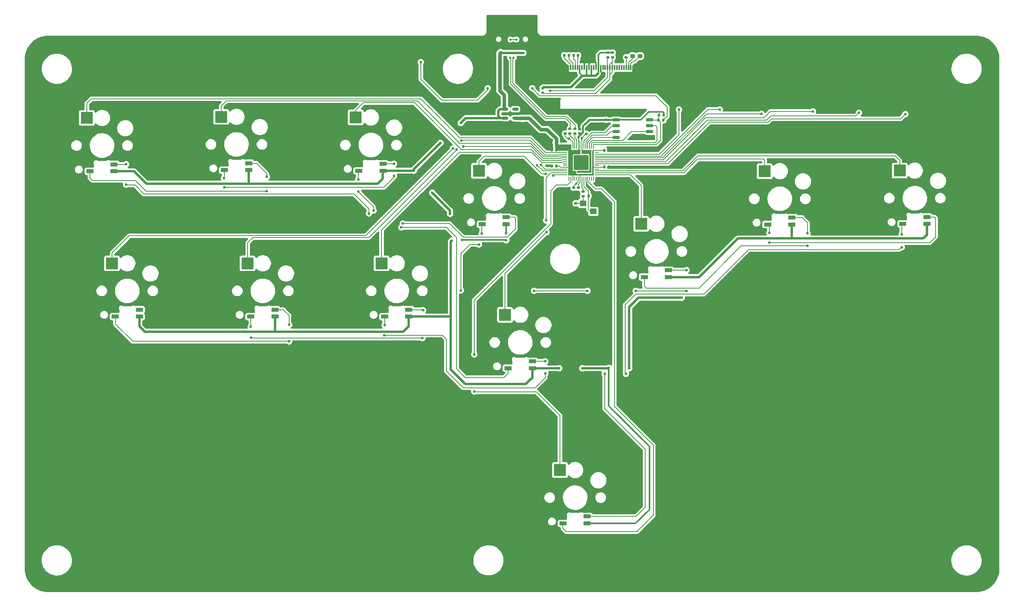
<source format=gbr>
%TF.GenerationSoftware,KiCad,Pcbnew,7.0.9*%
%TF.CreationDate,2024-03-26T15:37:35+08:00*%
%TF.ProjectId,Flatbox-LED-Mirrored,466c6174-626f-4782-9d4c-45442d4d6972,rev?*%
%TF.SameCoordinates,Original*%
%TF.FileFunction,Copper,L2,Bot*%
%TF.FilePolarity,Positive*%
%FSLAX46Y46*%
G04 Gerber Fmt 4.6, Leading zero omitted, Abs format (unit mm)*
G04 Created by KiCad (PCBNEW 7.0.9) date 2024-03-26 15:37:35*
%MOMM*%
%LPD*%
G01*
G04 APERTURE LIST*
G04 Aperture macros list*
%AMRoundRect*
0 Rectangle with rounded corners*
0 $1 Rounding radius*
0 $2 $3 $4 $5 $6 $7 $8 $9 X,Y pos of 4 corners*
0 Add a 4 corners polygon primitive as box body*
4,1,4,$2,$3,$4,$5,$6,$7,$8,$9,$2,$3,0*
0 Add four circle primitives for the rounded corners*
1,1,$1+$1,$2,$3*
1,1,$1+$1,$4,$5*
1,1,$1+$1,$6,$7*
1,1,$1+$1,$8,$9*
0 Add four rect primitives between the rounded corners*
20,1,$1+$1,$2,$3,$4,$5,0*
20,1,$1+$1,$4,$5,$6,$7,0*
20,1,$1+$1,$6,$7,$8,$9,0*
20,1,$1+$1,$8,$9,$2,$3,0*%
G04 Aperture macros list end*
%TA.AperFunction,ComponentPad*%
%ADD10O,1.000000X2.100000*%
%TD*%
%TA.AperFunction,ComponentPad*%
%ADD11O,1.000000X1.600000*%
%TD*%
%TA.AperFunction,ComponentPad*%
%ADD12C,1.300000*%
%TD*%
%TA.AperFunction,SMDPad,CuDef*%
%ADD13RoundRect,0.082000X0.718000X-0.328000X0.718000X0.328000X-0.718000X0.328000X-0.718000X-0.328000X0*%
%TD*%
%TA.AperFunction,SMDPad,CuDef*%
%ADD14R,2.600000X2.600000*%
%TD*%
%TA.AperFunction,SMDPad,CuDef*%
%ADD15RoundRect,0.140000X0.140000X0.170000X-0.140000X0.170000X-0.140000X-0.170000X0.140000X-0.170000X0*%
%TD*%
%TA.AperFunction,SMDPad,CuDef*%
%ADD16RoundRect,0.140000X-0.170000X0.140000X-0.170000X-0.140000X0.170000X-0.140000X0.170000X0.140000X0*%
%TD*%
%TA.AperFunction,SMDPad,CuDef*%
%ADD17RoundRect,0.140000X0.170000X-0.140000X0.170000X0.140000X-0.170000X0.140000X-0.170000X-0.140000X0*%
%TD*%
%TA.AperFunction,SMDPad,CuDef*%
%ADD18RoundRect,0.135000X-0.135000X-0.185000X0.135000X-0.185000X0.135000X0.185000X-0.135000X0.185000X0*%
%TD*%
%TA.AperFunction,SMDPad,CuDef*%
%ADD19RoundRect,0.135000X0.135000X0.185000X-0.135000X0.185000X-0.135000X-0.185000X0.135000X-0.185000X0*%
%TD*%
%TA.AperFunction,SMDPad,CuDef*%
%ADD20RoundRect,0.135000X-0.185000X0.135000X-0.185000X-0.135000X0.185000X-0.135000X0.185000X0.135000X0*%
%TD*%
%TA.AperFunction,SMDPad,CuDef*%
%ADD21RoundRect,0.150000X-0.512500X-0.150000X0.512500X-0.150000X0.512500X0.150000X-0.512500X0.150000X0*%
%TD*%
%TA.AperFunction,SMDPad,CuDef*%
%ADD22RoundRect,0.150000X0.650000X0.150000X-0.650000X0.150000X-0.650000X-0.150000X0.650000X-0.150000X0*%
%TD*%
%TA.AperFunction,SMDPad,CuDef*%
%ADD23RoundRect,0.050000X0.387500X0.050000X-0.387500X0.050000X-0.387500X-0.050000X0.387500X-0.050000X0*%
%TD*%
%TA.AperFunction,SMDPad,CuDef*%
%ADD24RoundRect,0.050000X0.050000X0.387500X-0.050000X0.387500X-0.050000X-0.387500X0.050000X-0.387500X0*%
%TD*%
%TA.AperFunction,ComponentPad*%
%ADD25C,0.600000*%
%TD*%
%TA.AperFunction,SMDPad,CuDef*%
%ADD26RoundRect,0.144000X1.456000X1.456000X-1.456000X1.456000X-1.456000X-1.456000X1.456000X-1.456000X0*%
%TD*%
%TA.AperFunction,SMDPad,CuDef*%
%ADD27R,1.400000X1.200000*%
%TD*%
%TA.AperFunction,SMDPad,CuDef*%
%ADD28RoundRect,0.140000X-0.140000X-0.170000X0.140000X-0.170000X0.140000X0.170000X-0.140000X0.170000X0*%
%TD*%
%TA.AperFunction,SMDPad,CuDef*%
%ADD29RoundRect,0.135000X0.185000X-0.135000X0.185000X0.135000X-0.185000X0.135000X-0.185000X-0.135000X0*%
%TD*%
%TA.AperFunction,SMDPad,CuDef*%
%ADD30RoundRect,0.225000X0.250000X-0.225000X0.250000X0.225000X-0.250000X0.225000X-0.250000X-0.225000X0*%
%TD*%
%TA.AperFunction,SMDPad,CuDef*%
%ADD31R,0.300000X1.100000*%
%TD*%
%TA.AperFunction,SMDPad,CuDef*%
%ADD32R,2.300000X3.100000*%
%TD*%
%TA.AperFunction,SMDPad,CuDef*%
%ADD33RoundRect,0.225000X-0.250000X0.225000X-0.250000X-0.225000X0.250000X-0.225000X0.250000X0.225000X0*%
%TD*%
%TA.AperFunction,ViaPad*%
%ADD34C,0.600000*%
%TD*%
%TA.AperFunction,ViaPad*%
%ADD35C,0.500000*%
%TD*%
%TA.AperFunction,Conductor*%
%ADD36C,0.300000*%
%TD*%
%TA.AperFunction,Conductor*%
%ADD37C,0.500000*%
%TD*%
%TA.AperFunction,Conductor*%
%ADD38C,0.200000*%
%TD*%
%TA.AperFunction,Conductor*%
%ADD39C,0.800000*%
%TD*%
%TA.AperFunction,Conductor*%
%ADD40C,0.381000*%
%TD*%
G04 APERTURE END LIST*
D10*
%TO.P,USB1,13,SHIELD*%
%TO.N,GND*%
X166260000Y-45480000D03*
D11*
X166260000Y-41300000D03*
D10*
X157620000Y-45480000D03*
D11*
X157620000Y-41300000D03*
%TD*%
D12*
%TO.P,SW19,GND*%
%TO.N,GND*%
X140500000Y-45150000D03*
%TD*%
D13*
%TO.P,D15,1,VDD*%
%TO.N,+5V*%
X110850000Y-104760000D03*
%TO.P,D15,2,DOUT*%
%TO.N,Net-(D15A-DOUT)*%
X110850000Y-103260000D03*
%TO.P,D15,3,VSS*%
%TO.N,GND*%
X105650000Y-103260000D03*
%TO.P,D15,4,DIN*%
%TO.N,Net-(D14A-DOUT)*%
X105650000Y-104760000D03*
D14*
%TO.P,D15,A,A*%
%TO.N,R2*%
X104975000Y-93260000D03*
%TO.P,D15,B,B*%
%TO.N,GND*%
X116525000Y-95460000D03*
%TD*%
D13*
%TO.P,D14,1,VDD*%
%TO.N,+5V*%
X139700000Y-104760000D03*
%TO.P,D14,2,DOUT*%
%TO.N,Net-(D14A-DOUT)*%
X139700000Y-103260000D03*
%TO.P,D14,3,VSS*%
%TO.N,GND*%
X134500000Y-103260000D03*
%TO.P,D14,4,DIN*%
%TO.N,Net-(D13A-DOUT)*%
X134500000Y-104760000D03*
D14*
%TO.P,D14,A,A*%
%TO.N,CIRCLE*%
X133825000Y-93260000D03*
%TO.P,D14,B,B*%
%TO.N,GND*%
X145375000Y-95460000D03*
%TD*%
D13*
%TO.P,D16,1,VDD*%
%TO.N,+5V*%
X81640000Y-104760000D03*
%TO.P,D16,2,DOUT*%
%TO.N,unconnected-(D16A-DOUT-Pad2)*%
X81640000Y-103260000D03*
%TO.P,D16,3,VSS*%
%TO.N,GND*%
X76440000Y-103260000D03*
%TO.P,D16,4,DIN*%
%TO.N,Net-(D15A-DOUT)*%
X76440000Y-104760000D03*
D14*
%TO.P,D16,A,A*%
%TO.N,L2*%
X75765000Y-93260000D03*
%TO.P,D16,B,B*%
%TO.N,GND*%
X87315000Y-95460000D03*
%TD*%
D13*
%TO.P,D6,1,VDD*%
%TO.N,+5V*%
X134140000Y-73300000D03*
%TO.P,D6,2,DOUT*%
%TO.N,Net-(D6A-DOUT)*%
X134140000Y-71800000D03*
%TO.P,D6,3,VSS*%
%TO.N,GND*%
X128940000Y-71800000D03*
%TO.P,D6,4,DIN*%
%TO.N,Net-(D5A-DOUT)*%
X128940000Y-73300000D03*
D14*
%TO.P,D6,A,A*%
%TO.N,TRIANGLE*%
X128265000Y-61800000D03*
%TO.P,D6,B,B*%
%TO.N,GND*%
X139815000Y-64000000D03*
%TD*%
D13*
%TO.P,D5,1,VDD*%
%TO.N,+5V*%
X160700000Y-84830000D03*
%TO.P,D5,2,DOUT*%
%TO.N,Net-(D5A-DOUT)*%
X160700000Y-83330000D03*
%TO.P,D5,3,VSS*%
%TO.N,GND*%
X155500000Y-83330000D03*
%TO.P,D5,4,DIN*%
%TO.N,Net-(D4A-DOUT)*%
X155500000Y-84830000D03*
D14*
%TO.P,D5,A,A*%
%TO.N,SQUARE*%
X154825000Y-73330000D03*
%TO.P,D5,B,B*%
%TO.N,GND*%
X166375000Y-75530000D03*
%TD*%
D13*
%TO.P,D1,1,VDD*%
%TO.N,+5V*%
X178140000Y-149340000D03*
%TO.P,D1,2,DOUT*%
%TO.N,Net-(D1A-DOUT)*%
X178140000Y-147840000D03*
%TO.P,D1,3,VSS*%
%TO.N,GND*%
X172940000Y-147840000D03*
%TO.P,D1,4,DIN*%
%TO.N,LED_DATA*%
X172940000Y-149340000D03*
D14*
%TO.P,D1,A,A*%
%TO.N,UP*%
X172265000Y-137840000D03*
%TO.P,D1,B,B*%
%TO.N,GND*%
X183815000Y-140040000D03*
%TD*%
D13*
%TO.P,D4,1,VDD*%
%TO.N,+5V*%
X195640000Y-96240000D03*
%TO.P,D4,2,DOUT*%
%TO.N,Net-(D4A-DOUT)*%
X195640000Y-94740000D03*
%TO.P,D4,3,VSS*%
%TO.N,GND*%
X190440000Y-94740000D03*
%TO.P,D4,4,DIN*%
%TO.N,Net-(D3A-DOUT)*%
X190440000Y-96240000D03*
D14*
%TO.P,D4,A,A*%
%TO.N,RIGHT*%
X189765000Y-84740000D03*
%TO.P,D4,B,B*%
%TO.N,GND*%
X201315000Y-86940000D03*
%TD*%
D13*
%TO.P,D2,1,VDD*%
%TO.N,+5V*%
X251335000Y-84770000D03*
%TO.P,D2,2,DOUT*%
%TO.N,Net-(D2A-DOUT)*%
X251335000Y-83270000D03*
%TO.P,D2,3,VSS*%
%TO.N,GND*%
X246135000Y-83270000D03*
%TO.P,D2,4,DIN*%
%TO.N,Net-(D1A-DOUT)*%
X246135000Y-84770000D03*
D14*
%TO.P,D2,A,A*%
%TO.N,LEFT*%
X245460000Y-73270000D03*
%TO.P,D2,B,B*%
%TO.N,GND*%
X257010000Y-75470000D03*
%TD*%
D13*
%TO.P,D13,1,VDD*%
%TO.N,+5V*%
X166310000Y-115870000D03*
%TO.P,D13,2,DOUT*%
%TO.N,Net-(D13A-DOUT)*%
X166310000Y-114370000D03*
%TO.P,D13,3,VSS*%
%TO.N,GND*%
X161110000Y-114370000D03*
%TO.P,D13,4,DIN*%
%TO.N,Net-(D12A-DOUT)*%
X161110000Y-115870000D03*
D14*
%TO.P,D13,A,A*%
%TO.N,CROSS*%
X160435000Y-104370000D03*
%TO.P,D13,B,B*%
%TO.N,GND*%
X171985000Y-106570000D03*
%TD*%
D13*
%TO.P,D3,1,VDD*%
%TO.N,+5V*%
X222240000Y-84890000D03*
%TO.P,D3,2,DOUT*%
%TO.N,Net-(D3A-DOUT)*%
X222240000Y-83390000D03*
%TO.P,D3,3,VSS*%
%TO.N,GND*%
X217040000Y-83390000D03*
%TO.P,D3,4,DIN*%
%TO.N,Net-(D2A-DOUT)*%
X217040000Y-84890000D03*
D14*
%TO.P,D3,A,A*%
%TO.N,DOWN*%
X216365000Y-73390000D03*
%TO.P,D3,B,B*%
%TO.N,GND*%
X227915000Y-75590000D03*
%TD*%
D13*
%TO.P,D7,1,VDD*%
%TO.N,+5V*%
X105170000Y-73180000D03*
%TO.P,D7,2,DOUT*%
%TO.N,Net-(D12A-DIN)*%
X105170000Y-71680000D03*
%TO.P,D7,3,VSS*%
%TO.N,GND*%
X99970000Y-71680000D03*
%TO.P,D7,4,DIN*%
%TO.N,Net-(D6A-DOUT)*%
X99970000Y-73180000D03*
D14*
%TO.P,D7,A,A*%
%TO.N,R1*%
X99295000Y-61680000D03*
%TO.P,D7,B,B*%
%TO.N,GND*%
X110845000Y-63880000D03*
%TD*%
D13*
%TO.P,D12,1,VDD*%
%TO.N,+5V*%
X76200000Y-73420000D03*
%TO.P,D12,2,DOUT*%
%TO.N,Net-(D12A-DOUT)*%
X76200000Y-71920000D03*
%TO.P,D12,3,VSS*%
%TO.N,GND*%
X71000000Y-71920000D03*
%TO.P,D12,4,DIN*%
%TO.N,Net-(D12A-DIN)*%
X71000000Y-73420000D03*
D14*
%TO.P,D12,A,A*%
%TO.N,L1*%
X70325000Y-61920000D03*
%TO.P,D12,B,B*%
%TO.N,GND*%
X81875000Y-64120000D03*
%TD*%
D15*
%TO.P,C1,1*%
%TO.N,+5V*%
X160280000Y-58600000D03*
%TO.P,C1,2*%
%TO.N,GND*%
X159320000Y-58600000D03*
%TD*%
%TO.P,C2,1*%
%TO.N,GND*%
X179380000Y-78700000D03*
%TO.P,C2,2*%
%TO.N,XIN*%
X178420000Y-78700000D03*
%TD*%
D16*
%TO.P,C4,1*%
%TO.N,+3V3*%
X164300000Y-62140000D03*
%TO.P,C4,2*%
%TO.N,GND*%
X164300000Y-63100000D03*
%TD*%
%TO.P,C5,1*%
%TO.N,+3V3*%
X182200000Y-62320000D03*
%TO.P,C5,2*%
%TO.N,GND*%
X182200000Y-63280000D03*
%TD*%
D17*
%TO.P,C6,1*%
%TO.N,+1V1*%
X173400000Y-65280000D03*
%TO.P,C6,2*%
%TO.N,GND*%
X173400000Y-64320000D03*
%TD*%
D16*
%TO.P,C7,1*%
%TO.N,+1V1*%
X175221644Y-76970000D03*
%TO.P,C7,2*%
%TO.N,GND*%
X175221644Y-77930000D03*
%TD*%
D17*
%TO.P,C8,1*%
%TO.N,+1V1*%
X177900000Y-65330000D03*
%TO.P,C8,2*%
%TO.N,GND*%
X177900000Y-64370000D03*
%TD*%
%TO.P,C9,1*%
%TO.N,+3V3*%
X176500000Y-65280000D03*
%TO.P,C9,2*%
%TO.N,GND*%
X176500000Y-64320000D03*
%TD*%
D15*
%TO.P,C10,1*%
%TO.N,+3V3*%
X171480000Y-66750000D03*
%TO.P,C10,2*%
%TO.N,GND*%
X170520000Y-66750000D03*
%TD*%
%TO.P,C15,1*%
%TO.N,+3V3*%
X171480000Y-68800000D03*
%TO.P,C15,2*%
%TO.N,GND*%
X170520000Y-68800000D03*
%TD*%
%TO.P,C16,1*%
%TO.N,+3V3*%
X171480000Y-67750000D03*
%TO.P,C16,2*%
%TO.N,GND*%
X170520000Y-67750000D03*
%TD*%
D18*
%TO.P,R1,1*%
%TO.N,QSPI_SS*%
X193540000Y-62400000D03*
%TO.P,R1,2*%
%TO.N,Net-(R1-Pad2)*%
X194560000Y-62400000D03*
%TD*%
D19*
%TO.P,R2,1*%
%TO.N,+3V3*%
X194610000Y-61300000D03*
%TO.P,R2,2*%
%TO.N,QSPI_SS*%
X193590000Y-61300000D03*
%TD*%
D20*
%TO.P,R4,1*%
%TO.N,D-*%
X174420000Y-64290000D03*
%TO.P,R4,2*%
%TO.N,Net-(U3-USB_DM)*%
X174420000Y-65310000D03*
%TD*%
D21*
%TO.P,U1,1,IN*%
%TO.N,+5V*%
X160412500Y-61950000D03*
%TO.P,U1,2,GND*%
%TO.N,GND*%
X160412500Y-61000000D03*
%TO.P,U1,3,EN*%
%TO.N,+5V*%
X160412500Y-60050000D03*
%TO.P,U1,4,NC*%
%TO.N,unconnected-(U1-NC-Pad4)*%
X162687500Y-60050000D03*
%TO.P,U1,5,OUT*%
%TO.N,+3V3*%
X162687500Y-61950000D03*
%TD*%
D22*
%TO.P,U2,1,~{CS}*%
%TO.N,QSPI_SS*%
X191600000Y-62345000D03*
%TO.P,U2,2,DO(IO1)*%
%TO.N,QSPI_SD1*%
X191600000Y-63615000D03*
%TO.P,U2,3,IO2*%
%TO.N,QSPI_SD2*%
X191600000Y-64885000D03*
%TO.P,U2,4,GND*%
%TO.N,GND*%
X191600000Y-66155000D03*
%TO.P,U2,5,DI(IO0)*%
%TO.N,QSPI_SD0*%
X184400000Y-66155000D03*
%TO.P,U2,6,CLK*%
%TO.N,QSPI_SCLK*%
X184400000Y-64885000D03*
%TO.P,U2,7,IO3*%
%TO.N,QSPI_SD3*%
X184400000Y-63615000D03*
%TO.P,U2,8,VCC*%
%TO.N,+3V3*%
X184400000Y-62345000D03*
%TD*%
D23*
%TO.P,U3,1,IOVDD*%
%TO.N,+3V3*%
X180259144Y-68950000D03*
%TO.P,U3,2,GPIO0*%
%TO.N,unconnected-(U3-GPIO0-Pad2)*%
X180259144Y-69350000D03*
%TO.P,U3,3,GPIO1*%
%TO.N,OPT6*%
X180259144Y-69750000D03*
%TO.P,U3,4,GPIO2*%
%TO.N,OPT5*%
X180259144Y-70150000D03*
%TO.P,U3,5,GPIO3*%
%TO.N,OPT4*%
X180259144Y-70550000D03*
%TO.P,U3,6,GPIO4*%
%TO.N,OPT3*%
X180259144Y-70950000D03*
%TO.P,U3,7,GPIO5*%
%TO.N,OPT2*%
X180259144Y-71350000D03*
%TO.P,U3,8,GPIO6*%
%TO.N,OPT1*%
X180259144Y-71750000D03*
%TO.P,U3,9,GPIO7*%
%TO.N,unconnected-(U3-GPIO7-Pad9)*%
X180259144Y-72150000D03*
%TO.P,U3,10,IOVDD*%
%TO.N,+3V3*%
X180259144Y-72550000D03*
%TO.P,U3,11,GPIO8*%
%TO.N,unconnected-(U3-GPIO8-Pad11)*%
X180259144Y-72950000D03*
%TO.P,U3,12,GPIO9*%
%TO.N,LEFT*%
X180259144Y-73350000D03*
%TO.P,U3,13,GPIO10*%
%TO.N,DOWN*%
X180259144Y-73750000D03*
%TO.P,U3,14,GPIO11*%
%TO.N,RIGHT*%
X180259144Y-74150000D03*
D24*
%TO.P,U3,15,GPIO12*%
%TO.N,unconnected-(U3-GPIO12-Pad15)*%
X179421644Y-74987500D03*
%TO.P,U3,16,GPIO13*%
%TO.N,unconnected-(U3-GPIO13-Pad16)*%
X179021644Y-74987500D03*
%TO.P,U3,17,GPIO14*%
%TO.N,unconnected-(U3-GPIO14-Pad17)*%
X178621644Y-74987500D03*
%TO.P,U3,18,GPIO15*%
%TO.N,LED_DATA*%
X178221644Y-74987500D03*
%TO.P,U3,19,TESTEN*%
%TO.N,GND*%
X177821644Y-74987500D03*
%TO.P,U3,20,XIN*%
%TO.N,XIN*%
X177421644Y-74987500D03*
%TO.P,U3,21,XOUT*%
%TO.N,XOUT*%
X177021644Y-74987500D03*
%TO.P,U3,22,IOVDD*%
%TO.N,+3V3*%
X176621644Y-74987500D03*
%TO.P,U3,23,DVDD*%
%TO.N,+1V1*%
X176221644Y-74987500D03*
%TO.P,U3,24,SWCLK*%
%TO.N,unconnected-(U3-SWCLK-Pad24)*%
X175821644Y-74987500D03*
%TO.P,U3,25,SWD*%
%TO.N,unconnected-(U3-SWD-Pad25)*%
X175421644Y-74987500D03*
%TO.P,U3,26,RUN*%
%TO.N,+3V3*%
X175021644Y-74987500D03*
%TO.P,U3,27,GPIO16*%
%TO.N,UP*%
X174621644Y-74987500D03*
%TO.P,U3,28,GPIO17*%
%TO.N,unconnected-(U3-GPIO17-Pad28)*%
X174221644Y-74987500D03*
D23*
%TO.P,U3,29,GPIO18*%
%TO.N,SQUARE*%
X173384144Y-74150000D03*
%TO.P,U3,30,GPIO19*%
%TO.N,CROSS*%
X173384144Y-73750000D03*
%TO.P,U3,31,GPIO20*%
%TO.N,SDA*%
X173384144Y-73350000D03*
%TO.P,U3,32,GPIO21*%
%TO.N,SCL*%
X173384144Y-72950000D03*
%TO.P,U3,33,IOVDD*%
%TO.N,+3V3*%
X173384144Y-72550000D03*
%TO.P,U3,34,GPIO22*%
%TO.N,unconnected-(U3-GPIO22-Pad34)*%
X173384144Y-72150000D03*
%TO.P,U3,35,GPIO23*%
%TO.N,unconnected-(U3-GPIO23-Pad35)*%
X173384144Y-71750000D03*
%TO.P,U3,36,GPIO24*%
%TO.N,CIRCLE*%
X173384144Y-71350000D03*
%TO.P,U3,37,GPIO25*%
%TO.N,TRIANGLE*%
X173384144Y-70950000D03*
%TO.P,U3,38,GPIO26_ADC0*%
%TO.N,R2*%
X173384144Y-70550000D03*
%TO.P,U3,39,GPIO27_ADC1*%
%TO.N,R1*%
X173384144Y-70150000D03*
%TO.P,U3,40,GPIO28_ADC2*%
%TO.N,L2*%
X173384144Y-69750000D03*
%TO.P,U3,41,GPIO29_ADC3*%
%TO.N,L1*%
X173384144Y-69350000D03*
%TO.P,U3,42,IOVDD*%
%TO.N,+3V3*%
X173384144Y-68950000D03*
D24*
%TO.P,U3,43,ADC_AVDD*%
X174221644Y-68112500D03*
%TO.P,U3,44,VREG_IN*%
X174621644Y-68112500D03*
%TO.P,U3,45,VREG_VOUT*%
%TO.N,+1V1*%
X175021644Y-68112500D03*
%TO.P,U3,46,USB_DM*%
%TO.N,Net-(U3-USB_DM)*%
X175421644Y-68112500D03*
%TO.P,U3,47,USB_DP*%
%TO.N,Net-(U3-USB_DP)*%
X175821644Y-68112500D03*
%TO.P,U3,48,USB_VDD*%
%TO.N,+3V3*%
X176221644Y-68112500D03*
%TO.P,U3,49,IOVDD*%
X176621644Y-68112500D03*
%TO.P,U3,50,DVDD*%
%TO.N,+1V1*%
X177021644Y-68112500D03*
%TO.P,U3,51,QSPI_SD3*%
%TO.N,QSPI_SD3*%
X177421644Y-68112500D03*
%TO.P,U3,52,QSPI_SCLK*%
%TO.N,QSPI_SCLK*%
X177821644Y-68112500D03*
%TO.P,U3,53,QSPI_SD0*%
%TO.N,QSPI_SD0*%
X178221644Y-68112500D03*
%TO.P,U3,54,QSPI_SD2*%
%TO.N,QSPI_SD2*%
X178621644Y-68112500D03*
%TO.P,U3,55,QSPI_SD1*%
%TO.N,QSPI_SD1*%
X179021644Y-68112500D03*
%TO.P,U3,56,QSPI_SS*%
%TO.N,QSPI_SS*%
X179421644Y-68112500D03*
D25*
%TO.P,U3,57,GND*%
%TO.N,GND*%
X178096644Y-72825000D03*
X178096644Y-71550000D03*
X178096644Y-70275000D03*
X176821644Y-72825000D03*
X176821644Y-71550000D03*
D26*
X176821644Y-71550000D03*
D25*
X176821644Y-70275000D03*
X175546644Y-72825000D03*
X175546644Y-71550000D03*
X175546644Y-70275000D03*
%TD*%
D27*
%TO.P,Y1,1,1*%
%TO.N,XIN*%
X179471644Y-82050000D03*
%TO.P,Y1,2,2*%
%TO.N,GND*%
X177271644Y-82050000D03*
%TO.P,Y1,3,3*%
%TO.N,Net-(C3-Pad1)*%
X177271644Y-80350000D03*
%TO.P,Y1,4,4*%
%TO.N,GND*%
X179471644Y-80350000D03*
%TD*%
D20*
%TO.P,R3,1*%
%TO.N,D+*%
X175500000Y-64290000D03*
%TO.P,R3,2*%
%TO.N,Net-(U3-USB_DP)*%
X175500000Y-65310000D03*
%TD*%
D16*
%TO.P,C3,1*%
%TO.N,Net-(C3-Pad1)*%
X175671644Y-80320000D03*
%TO.P,C3,2*%
%TO.N,GND*%
X175671644Y-81280000D03*
%TD*%
D28*
%TO.P,C13,1*%
%TO.N,+3V3*%
X181791644Y-72500000D03*
%TO.P,C13,2*%
%TO.N,GND*%
X182751644Y-72500000D03*
%TD*%
D15*
%TO.P,C12,1*%
%TO.N,+3V3*%
X171480000Y-72300000D03*
%TO.P,C12,2*%
%TO.N,GND*%
X170520000Y-72300000D03*
%TD*%
D29*
%TO.P,R5,1*%
%TO.N,Net-(C3-Pad1)*%
X177271644Y-78810000D03*
%TO.P,R5,2*%
%TO.N,XOUT*%
X177271644Y-77790000D03*
%TD*%
D16*
%TO.P,C14,1*%
%TO.N,+3V3*%
X176251644Y-76970000D03*
%TO.P,C14,2*%
%TO.N,GND*%
X176251644Y-77930000D03*
%TD*%
D28*
%TO.P,C11,1*%
%TO.N,+3V3*%
X181791644Y-68900000D03*
%TO.P,C11,2*%
%TO.N,GND*%
X182751644Y-68900000D03*
%TD*%
D20*
%TO.P,R17,1*%
%TO.N,+3V3*%
X183600000Y-47800000D03*
%TO.P,R17,2*%
%TO.N,SDA*%
X183600000Y-48820000D03*
%TD*%
D30*
%TO.P,C20,1*%
%TO.N,Net-(DS1-VCC)*%
X189500000Y-48575000D03*
%TO.P,C20,2*%
%TO.N,GND*%
X189500000Y-47025000D03*
%TD*%
D31*
%TO.P,DS1,1,GND*%
%TO.N,GND*%
X174040000Y-51075000D03*
%TO.P,DS1,2,C2N*%
%TO.N,Net-(DS1-C2N)*%
X174540000Y-51075000D03*
%TO.P,DS1,3,C2P*%
%TO.N,Net-(DS1-C2P)*%
X175040000Y-51075000D03*
%TO.P,DS1,4,C1P*%
%TO.N,Net-(DS1-C1P)*%
X175540000Y-51075000D03*
%TO.P,DS1,5,C1N*%
%TO.N,Net-(DS1-C1N)*%
X176040000Y-51075000D03*
%TO.P,DS1,6,VBAT*%
%TO.N,+3V3*%
X176540000Y-51075000D03*
%TO.P,DS1,7,NC*%
%TO.N,unconnected-(DS1-NC-Pad7)*%
X177040000Y-51075000D03*
%TO.P,DS1,8,VSS*%
%TO.N,GND*%
X177540000Y-51075000D03*
%TO.P,DS1,9,VDD*%
%TO.N,+3V3*%
X178040000Y-51075000D03*
%TO.P,DS1,10,BS0*%
%TO.N,GND*%
X178540000Y-51075000D03*
%TO.P,DS1,11,BS1*%
%TO.N,+3V3*%
X179040000Y-51075000D03*
%TO.P,DS1,12,BS2*%
%TO.N,unconnected-(DS1-BS2-Pad12)*%
X179540000Y-51075000D03*
%TO.P,DS1,13,~{CS}*%
%TO.N,GND*%
X180040000Y-51075000D03*
%TO.P,DS1,14,~{RES}*%
%TO.N,+3V3*%
X180540000Y-51075000D03*
%TO.P,DS1,15,D/~{C}*%
%TO.N,GND*%
X181040000Y-51075000D03*
%TO.P,DS1,16,R/~{W}*%
%TO.N,unconnected-(DS1-R{slash}~{W}-Pad16)*%
X181540000Y-51075000D03*
%TO.P,DS1,17,E/~{RD}*%
%TO.N,unconnected-(DS1-E{slash}~{RD}-Pad17)*%
X182040000Y-51075000D03*
%TO.P,DS1,18,D0*%
%TO.N,SCL*%
X182540000Y-51075000D03*
%TO.P,DS1,19,D1*%
%TO.N,SDA*%
X183040000Y-51075000D03*
%TO.P,DS1,20,D2*%
X183540000Y-51075000D03*
%TO.P,DS1,21,D3*%
%TO.N,unconnected-(DS1-D3-Pad21)*%
X184040000Y-51075000D03*
%TO.P,DS1,22,D4*%
%TO.N,unconnected-(DS1-D4-Pad22)*%
X184540000Y-51075000D03*
%TO.P,DS1,23,D5*%
%TO.N,unconnected-(DS1-D5-Pad23)*%
X185040000Y-51075000D03*
%TO.P,DS1,24,D6*%
%TO.N,unconnected-(DS1-D6-Pad24)*%
X185540000Y-51075000D03*
%TO.P,DS1,25,D7*%
%TO.N,unconnected-(DS1-D7-Pad25)*%
X186040000Y-51075000D03*
%TO.P,DS1,26,IREF*%
%TO.N,Net-(DS1-IREF)*%
X186540000Y-51075000D03*
%TO.P,DS1,27,VCOMH*%
%TO.N,Net-(DS1-VCOMH)*%
X187040000Y-51075000D03*
%TO.P,DS1,28,VCC*%
%TO.N,Net-(DS1-VCC)*%
X187540000Y-51075000D03*
%TO.P,DS1,29,VLSS*%
%TO.N,GND*%
X188040000Y-51075000D03*
%TO.P,DS1,30,GND*%
X188540000Y-51075000D03*
D32*
%TO.P,DS1,MP,MP*%
X190210000Y-52775000D03*
X172370000Y-52775000D03*
%TD*%
D20*
%TO.P,R16,1*%
%TO.N,+3V3*%
X182600000Y-47790000D03*
%TO.P,R16,2*%
%TO.N,SCL*%
X182600000Y-48810000D03*
%TD*%
D28*
%TO.P,C19,1*%
%TO.N,Net-(DS1-C2N)*%
X173220000Y-48400000D03*
%TO.P,C19,2*%
%TO.N,Net-(DS1-C2P)*%
X174180000Y-48400000D03*
%TD*%
D33*
%TO.P,C18,1*%
%TO.N,GND*%
X187900000Y-47025000D03*
%TO.P,C18,2*%
%TO.N,Net-(DS1-VCOMH)*%
X187900000Y-48575000D03*
%TD*%
D28*
%TO.P,C17,1*%
%TO.N,Net-(DS1-C1P)*%
X175220000Y-48400000D03*
%TO.P,C17,2*%
%TO.N,Net-(DS1-C1N)*%
X176180000Y-48400000D03*
%TD*%
D20*
%TO.P,R15,1*%
%TO.N,GND*%
X186500000Y-47790000D03*
%TO.P,R15,2*%
%TO.N,Net-(DS1-IREF)*%
X186500000Y-48810000D03*
%TD*%
D34*
%TO.N,GND*%
X219300000Y-63500000D03*
X151600000Y-76100000D03*
X146900000Y-83800000D03*
X246100000Y-82200000D03*
X171900000Y-64700000D03*
X185200000Y-68900000D03*
X134200000Y-80600000D03*
X195500000Y-66100000D03*
X214600000Y-91400000D03*
X188400000Y-140000000D03*
X190100000Y-66200000D03*
X196700000Y-61800000D03*
X105700000Y-102000000D03*
X171800000Y-49400000D03*
X151500000Y-106600000D03*
X180200000Y-78700000D03*
X187900000Y-46000000D03*
X181200000Y-80300000D03*
X83900000Y-74500000D03*
X180900000Y-101000000D03*
X145900000Y-110300000D03*
X181400000Y-63300000D03*
X175700000Y-82100000D03*
X169700000Y-66700000D03*
X110600000Y-74600000D03*
X96800000Y-74700000D03*
X181200000Y-83300000D03*
X155900000Y-106600000D03*
X188100000Y-72600000D03*
X126900000Y-79500000D03*
X201600000Y-94400000D03*
X179600000Y-117200000D03*
X139000000Y-59700000D03*
X71000000Y-70800000D03*
X186500000Y-47000000D03*
X132400000Y-88200000D03*
X169600000Y-52800000D03*
X100000000Y-70600000D03*
X166400000Y-82600000D03*
X227900000Y-86200000D03*
X155400000Y-116000000D03*
X163800000Y-71300000D03*
X171600000Y-60600000D03*
X179600000Y-54300000D03*
X145400000Y-93200000D03*
X188100000Y-66200000D03*
X83900000Y-64100000D03*
X76500000Y-76800000D03*
X191700000Y-68900000D03*
X147400000Y-68500000D03*
X169400000Y-59400000D03*
X241200000Y-59900000D03*
X153900000Y-91100000D03*
X186400000Y-55900000D03*
X131500000Y-78200000D03*
X169200000Y-63100000D03*
X74500000Y-106400000D03*
X161700000Y-61000000D03*
X181800000Y-75700000D03*
X146906042Y-103529682D03*
X161100000Y-113200000D03*
X159100000Y-97600000D03*
X115500000Y-110500000D03*
X190800000Y-75300000D03*
X185300000Y-114400000D03*
X169000000Y-120000000D03*
X158000000Y-93900000D03*
X138700000Y-83300000D03*
X129600000Y-86300000D03*
X242400000Y-71100000D03*
X199700000Y-70000000D03*
X156200000Y-100600000D03*
X151500000Y-64500000D03*
X178200000Y-86700000D03*
X183600000Y-72500000D03*
X190400000Y-93600000D03*
X164300000Y-64000000D03*
X173800000Y-83400000D03*
X80100000Y-88700000D03*
X203500000Y-86900000D03*
X185200000Y-110100000D03*
X188500000Y-60900000D03*
X158000000Y-89800000D03*
X217000000Y-82300000D03*
X186300000Y-75800000D03*
X178800000Y-64400000D03*
X227800000Y-71400000D03*
X186600000Y-82100000D03*
X174300000Y-53200000D03*
X143200000Y-78700000D03*
X185500000Y-118300000D03*
X189200000Y-102600000D03*
X178500000Y-49800000D03*
X164500000Y-60000000D03*
X131600000Y-106500000D03*
X162700000Y-89800000D03*
X164500000Y-53700000D03*
X182800000Y-81700000D03*
X171800000Y-82100000D03*
X199400000Y-62500000D03*
X144800000Y-71000000D03*
X196400000Y-72400000D03*
X171900000Y-63700000D03*
X158800000Y-64400000D03*
X192600000Y-52800000D03*
X159100000Y-100600000D03*
X177600000Y-49900000D03*
X141400000Y-87600000D03*
X181200000Y-86600000D03*
X173400003Y-63599997D03*
X129000000Y-70700000D03*
X125300000Y-74700000D03*
X190200000Y-55300000D03*
X144900000Y-66400000D03*
X150000000Y-83800000D03*
X169600000Y-67800000D03*
X132000000Y-83800000D03*
X115500000Y-106400000D03*
X170700000Y-127100000D03*
X141900000Y-64000000D03*
X175200000Y-78700000D03*
X177300000Y-54400000D03*
X146700000Y-87100000D03*
X176500000Y-63500000D03*
X170800000Y-114200000D03*
X189100000Y-66200000D03*
X89500000Y-95500000D03*
X230100000Y-75600000D03*
X171900000Y-78300000D03*
X185500000Y-101000000D03*
X185500000Y-123600000D03*
X174500000Y-120000000D03*
X167400000Y-50100000D03*
X221200000Y-59300000D03*
X96400000Y-59600000D03*
X211100000Y-72100000D03*
X160600000Y-53700000D03*
X177200000Y-83300000D03*
X151500000Y-100800000D03*
X125300000Y-59600000D03*
X202900000Y-72400000D03*
X151700000Y-86000000D03*
X231200000Y-59800000D03*
X166000000Y-64800000D03*
X145700000Y-76200000D03*
X184800000Y-52900000D03*
X134500000Y-102100000D03*
X173700000Y-77900000D03*
X183600000Y-68900000D03*
X143300000Y-56800000D03*
X211200000Y-59700000D03*
X179800000Y-49800000D03*
X135600000Y-86400000D03*
X179600000Y-114100000D03*
X185200000Y-105200000D03*
X147400000Y-59700000D03*
X201200000Y-59700000D03*
X188100000Y-68900000D03*
X158400000Y-58800000D03*
X151600000Y-70900000D03*
X153900000Y-97700000D03*
X138500000Y-71700000D03*
X181200000Y-52800000D03*
X178500000Y-47800000D03*
X139000000Y-49600000D03*
X188300000Y-97600000D03*
X139000000Y-55700000D03*
X112900000Y-63900000D03*
X163600000Y-100600000D03*
X186100000Y-140000000D03*
X163300000Y-50300000D03*
X185700000Y-72600000D03*
X195500000Y-64000000D03*
X251200000Y-59700000D03*
X107200000Y-88700000D03*
X243800000Y-86200000D03*
X176500000Y-60900000D03*
X144900000Y-64500000D03*
X165900000Y-122500000D03*
X214600000Y-86400000D03*
X151900000Y-115900000D03*
X171500000Y-58300000D03*
X162400000Y-57800000D03*
X118600000Y-95500000D03*
X191700000Y-72500000D03*
X154200000Y-59700000D03*
X155400000Y-82200000D03*
X102200000Y-106300000D03*
X193100000Y-55300000D03*
X172900000Y-66800000D03*
X143200000Y-81900000D03*
X173000000Y-146800000D03*
X83800000Y-106100000D03*
X179300000Y-83600000D03*
X163600000Y-97600000D03*
X169600000Y-72300000D03*
X103400000Y-88700000D03*
X142400000Y-73600000D03*
X189500000Y-46000000D03*
X166400000Y-86100000D03*
X248000000Y-90100000D03*
X259200000Y-75400000D03*
X174100000Y-106600000D03*
X138300000Y-77600000D03*
X138300000Y-74700000D03*
X160500000Y-50400000D03*
X182200000Y-56100000D03*
X176200000Y-78700000D03*
X180900000Y-97400000D03*
X76500000Y-102000000D03*
X163900000Y-60700000D03*
X182300000Y-60800000D03*
X166400000Y-77500000D03*
%TO.N,+5V*%
X160700000Y-86800000D03*
X148950006Y-88349994D03*
X151200000Y-88200000D03*
X160700000Y-88299960D03*
X187200000Y-115900000D03*
X198500000Y-96240000D03*
X150900000Y-63000000D03*
X182800000Y-115800000D03*
X146500000Y-67300000D03*
X164400000Y-47900000D03*
X172100000Y-115900000D03*
X159500000Y-47800000D03*
X148599997Y-82600000D03*
X140799990Y-73300000D03*
X198500000Y-100700000D03*
X177100000Y-115900000D03*
X144750000Y-78050000D03*
D35*
%TO.N,D-*%
X161500000Y-48900000D03*
X161600000Y-45000000D03*
X162900000Y-45000000D03*
%TO.N,D+*%
X162300000Y-48900000D03*
D34*
%TO.N,UP*%
X153800000Y-112900000D03*
X153800000Y-120899986D03*
%TO.N,+3V3*%
X165900000Y-62100000D03*
X168500000Y-55500000D03*
D35*
%TO.N,+1V1*%
X175700000Y-76100000D03*
D34*
X177031264Y-66309620D03*
X174225735Y-66374265D03*
D35*
X176200000Y-73599500D03*
D34*
%TO.N,Net-(D1A-DOUT)*%
X245900000Y-87000000D03*
X245900000Y-89800000D03*
X186500000Y-117100000D03*
X181900000Y-117100000D03*
%TO.N,Net-(R1-Pad2)*%
X156700000Y-55500004D03*
X166300018Y-55500000D03*
X142300000Y-49900000D03*
%TO.N,Net-(D2A-DOUT)*%
X217400000Y-88800000D03*
X217400000Y-86700000D03*
%TO.N,Net-(D3A-DOUT)*%
X225600000Y-86800000D03*
X225600000Y-89500000D03*
%TO.N,Net-(D4A-DOUT)*%
X155400000Y-86900000D03*
X188600000Y-99200000D03*
X166700001Y-99200001D03*
X150900000Y-99100000D03*
X199560000Y-99200000D03*
X154800000Y-89200000D03*
X178200000Y-99199998D03*
X199560000Y-94740000D03*
%TO.N,Net-(D5A-DOUT)*%
X128800000Y-77800000D03*
X138400000Y-84700000D03*
X128800000Y-75200000D03*
X132100000Y-81900000D03*
%TO.N,Net-(D6A-DOUT)*%
X99900000Y-74900000D03*
X136500000Y-74400000D03*
X100000000Y-76900000D03*
X136500000Y-71800000D03*
%TO.N,Net-(D12A-DIN)*%
X109100000Y-74600000D03*
X109100000Y-77700000D03*
%TO.N,Net-(D12A-DOUT)*%
X138100000Y-85535318D03*
X78800000Y-71900000D03*
X78800000Y-76300000D03*
X131100000Y-82500000D03*
%TO.N,Net-(D13A-DOUT)*%
X169100000Y-116999994D03*
X134499998Y-106600000D03*
X169100000Y-114400000D03*
X134400000Y-108750000D03*
%TO.N,Net-(D14A-DOUT)*%
X142600000Y-109400000D03*
X105700000Y-109300000D03*
X142800000Y-103400000D03*
X105649998Y-106950000D03*
%TO.N,Net-(D15A-DOUT)*%
X113900000Y-110100000D03*
X113900000Y-106500000D03*
%TO.N,SCL*%
X170160789Y-56050000D03*
X168178496Y-72081436D03*
%TO.N,SDA*%
X167374265Y-72125735D03*
X168500000Y-56500000D03*
%TO.N,OPT6*%
X197900000Y-60100000D03*
%TO.N,OPT5*%
X206690000Y-60100000D03*
%TO.N,OPT4*%
X215700000Y-61000000D03*
%TO.N,OPT3*%
X226800000Y-60500000D03*
%TO.N,OPT2*%
X236700000Y-60800000D03*
%TO.N,OPT1*%
X246700000Y-61100000D03*
%TO.N,SQUARE*%
X170850000Y-74350014D03*
X169200000Y-74000000D03*
%TO.N,CROSS*%
X169299998Y-84000000D03*
X169409221Y-86551638D03*
%TO.N,R2*%
X150000000Y-68700000D03*
X151400000Y-68100000D03*
%TO.N,L2*%
X151008698Y-66800000D03*
X149200000Y-68500000D03*
%TD*%
D36*
%TO.N,GND*%
X177900000Y-64370000D02*
X178770000Y-64370000D01*
D37*
X164300000Y-63100000D02*
X164300000Y-64000000D01*
X89460000Y-95460000D02*
X89500000Y-95500000D01*
D36*
X170520000Y-66750000D02*
X169750000Y-66750000D01*
X180040000Y-51075000D02*
X180040000Y-50040000D01*
X179380000Y-77980000D02*
X179380000Y-78700000D01*
D37*
X87315000Y-95460000D02*
X89460000Y-95460000D01*
D36*
X169750000Y-66750000D02*
X169700000Y-66700000D01*
D37*
X186060000Y-140040000D02*
X186100000Y-140000000D01*
X155500000Y-83330000D02*
X155500000Y-82300000D01*
X99970000Y-70630000D02*
X100000000Y-70600000D01*
X128940000Y-71800000D02*
X128940000Y-70760000D01*
X169625000Y-52775000D02*
X169600000Y-52800000D01*
X83880000Y-64120000D02*
X83900000Y-64100000D01*
D36*
X181200000Y-52151472D02*
X181200000Y-52800000D01*
D37*
X189500000Y-47025000D02*
X189500000Y-46000000D01*
X172940000Y-146860000D02*
X173000000Y-146800000D01*
D36*
X173425000Y-52775000D02*
X172370000Y-52775000D01*
X175221644Y-77930000D02*
X176251644Y-77930000D01*
X188500000Y-52775000D02*
X190210000Y-52775000D01*
X188040000Y-51075000D02*
X188040000Y-52315000D01*
D37*
X171985000Y-106570000D02*
X174070000Y-106570000D01*
X192600000Y-52800000D02*
X190235000Y-52800000D01*
X169650000Y-67750000D02*
X169600000Y-67800000D01*
D36*
X188040000Y-52315000D02*
X188500000Y-52775000D01*
X177540000Y-51075000D02*
X177540000Y-49960000D01*
D37*
X172370000Y-52775000D02*
X169625000Y-52775000D01*
D36*
X181040000Y-51075000D02*
X181040000Y-51991472D01*
D37*
X112880000Y-63880000D02*
X112900000Y-63900000D01*
X118560000Y-95460000D02*
X118600000Y-95500000D01*
X230090000Y-75590000D02*
X230100000Y-75600000D01*
X217040000Y-82340000D02*
X217000000Y-82300000D01*
X160412500Y-61000000D02*
X163500000Y-61000000D01*
X105650000Y-103260000D02*
X105650000Y-102050000D01*
X201315000Y-86940000D02*
X203460000Y-86940000D01*
X174070000Y-106570000D02*
X174100000Y-106600000D01*
D36*
X178000000Y-75934727D02*
X178000000Y-76600000D01*
D38*
X177821644Y-74987500D02*
X177821644Y-75756371D01*
D37*
X161110000Y-113210000D02*
X161100000Y-113200000D01*
X128940000Y-70760000D02*
X129000000Y-70700000D01*
X71000000Y-71920000D02*
X71000000Y-70800000D01*
D36*
X182200000Y-63280000D02*
X181420000Y-63280000D01*
X177540000Y-49960000D02*
X177600000Y-49900000D01*
D37*
X105650000Y-102050000D02*
X105700000Y-102000000D01*
D36*
X181420000Y-63280000D02*
X181400000Y-63300000D01*
X179471644Y-80350000D02*
X179471644Y-78791644D01*
X190145000Y-66155000D02*
X190100000Y-66200000D01*
D37*
X187900000Y-47025000D02*
X187900000Y-46000000D01*
X186500000Y-47790000D02*
X186500000Y-47000000D01*
X166375000Y-75530000D02*
X166375000Y-77475000D01*
D38*
X177821644Y-75756371D02*
X178000000Y-75934727D01*
D36*
X173400000Y-64320000D02*
X173400000Y-63600000D01*
D37*
X81875000Y-64120000D02*
X83880000Y-64120000D01*
D36*
X178540000Y-51075000D02*
X178540000Y-49840000D01*
D37*
X257010000Y-75470000D02*
X259130000Y-75470000D01*
X155500000Y-82300000D02*
X155400000Y-82200000D01*
D36*
X178000000Y-76600000D02*
X179380000Y-77980000D01*
X175221644Y-77930000D02*
X175221644Y-78678356D01*
D37*
X158600000Y-58600000D02*
X158400000Y-58800000D01*
D36*
X175221644Y-78678356D02*
X175200000Y-78700000D01*
X182751644Y-68900000D02*
X183600000Y-68900000D01*
X175671644Y-81280000D02*
X175671644Y-81621644D01*
X170520000Y-72300000D02*
X169600000Y-72300000D01*
X175671644Y-81621644D02*
X176100000Y-82050000D01*
D37*
X227915000Y-75590000D02*
X230090000Y-75590000D01*
X246135000Y-82235000D02*
X246100000Y-82200000D01*
X163500000Y-61000000D02*
X164500000Y-60000000D01*
D36*
X177271644Y-83228356D02*
X177200000Y-83300000D01*
D37*
X139815000Y-64000000D02*
X141900000Y-64000000D01*
D36*
X179380000Y-78700000D02*
X180200000Y-78700000D01*
D37*
X189500000Y-47025000D02*
X187900000Y-47025000D01*
X76440000Y-102060000D02*
X76500000Y-102000000D01*
X116525000Y-95460000D02*
X118560000Y-95460000D01*
D38*
X189375000Y-52775000D02*
X190210000Y-52775000D01*
D37*
X161110000Y-114370000D02*
X161110000Y-113210000D01*
D36*
X181040000Y-51991472D02*
X181200000Y-52151472D01*
D37*
X170520000Y-67750000D02*
X169650000Y-67750000D01*
X166375000Y-77475000D02*
X166400000Y-77500000D01*
X183815000Y-140040000D02*
X186060000Y-140040000D01*
X172940000Y-147840000D02*
X172940000Y-146860000D01*
D36*
X174040000Y-51075000D02*
X174040000Y-52160000D01*
X188540000Y-51940000D02*
X189375000Y-52775000D01*
X179471644Y-78791644D02*
X179380000Y-78700000D01*
D37*
X134500000Y-103260000D02*
X134500000Y-102100000D01*
X76440000Y-103260000D02*
X76440000Y-102060000D01*
D38*
X189075000Y-52775000D02*
X190210000Y-52775000D01*
D36*
X203460000Y-86940000D02*
X203500000Y-86900000D01*
X173400000Y-63600000D02*
X173400003Y-63599997D01*
X178770000Y-64370000D02*
X178800000Y-64400000D01*
X145375000Y-93225000D02*
X145400000Y-93200000D01*
X182751644Y-72500000D02*
X183600000Y-72500000D01*
X174040000Y-52160000D02*
X173425000Y-52775000D01*
X190440000Y-93640000D02*
X190400000Y-93600000D01*
X190440000Y-94740000D02*
X190440000Y-93640000D01*
X191600000Y-66155000D02*
X190145000Y-66155000D01*
X176500000Y-64320000D02*
X176500000Y-63500000D01*
X176100000Y-82050000D02*
X177271644Y-82050000D01*
D37*
X246135000Y-83270000D02*
X246135000Y-82235000D01*
X259130000Y-75470000D02*
X259200000Y-75400000D01*
D36*
X178540000Y-49840000D02*
X178500000Y-49800000D01*
X188540000Y-51075000D02*
X188540000Y-51940000D01*
X177271644Y-82050000D02*
X177271644Y-83228356D01*
D37*
X159320000Y-58600000D02*
X158600000Y-58600000D01*
D36*
X170520000Y-68800000D02*
X170520000Y-66750000D01*
D37*
X190235000Y-52800000D02*
X190210000Y-52775000D01*
D36*
X180040000Y-50040000D02*
X179800000Y-49800000D01*
D37*
X99970000Y-71680000D02*
X99970000Y-70630000D01*
X110845000Y-63880000D02*
X112880000Y-63880000D01*
X217040000Y-83390000D02*
X217040000Y-82340000D01*
D36*
X145375000Y-95460000D02*
X145375000Y-93225000D01*
D37*
%TO.N,+5V*%
X224400000Y-87900000D02*
X222100000Y-87900000D01*
X148749998Y-88550002D02*
X148950006Y-88349994D01*
X151900000Y-119300000D02*
X148749998Y-116149998D01*
X159600000Y-47900000D02*
X159500000Y-47800000D01*
X140799990Y-73000010D02*
X140799990Y-73300000D01*
X189200000Y-100700000D02*
X187200000Y-102700000D01*
X105170000Y-73180000D02*
X105170000Y-76030000D01*
X134100000Y-73340000D02*
X134100000Y-75000000D01*
X148749998Y-116149998D02*
X148749998Y-104700000D01*
X198500000Y-100700000D02*
X189200000Y-100700000D01*
X134100000Y-75000000D02*
X133000000Y-76100000D01*
X133000000Y-76100000D02*
X111100000Y-76100000D01*
X151950000Y-61950000D02*
X150900000Y-63000000D01*
X146500000Y-67300000D02*
X140799990Y-73000010D01*
D36*
X160700000Y-88299960D02*
X160600040Y-88200000D01*
D37*
X251335000Y-84770000D02*
X251335000Y-87165000D01*
X148599997Y-81899997D02*
X148599997Y-82600000D01*
X159000000Y-61550000D02*
X159400000Y-61950000D01*
X111100000Y-76100000D02*
X105100000Y-76100000D01*
D36*
X191550000Y-132750000D02*
X191550000Y-146350000D01*
D37*
X105100000Y-76100000D02*
X83200000Y-76100000D01*
X166000000Y-118200000D02*
X165150000Y-119050000D01*
X81640000Y-106840000D02*
X81640000Y-104760000D01*
X151900000Y-119300000D02*
X164900000Y-119300000D01*
X144750000Y-78050000D02*
X148599997Y-81899997D01*
D39*
X159300000Y-56000000D02*
X159300000Y-48000000D01*
X160280000Y-58600000D02*
X160280000Y-56980000D01*
D37*
X202260000Y-96240000D02*
X195640000Y-96240000D01*
X222100000Y-87900000D02*
X210600000Y-87900000D01*
X138500000Y-108000000D02*
X139700000Y-106800000D01*
X165150000Y-119050000D02*
X166310000Y-117890000D01*
X164900000Y-119300000D02*
X166310000Y-117890000D01*
X83200000Y-76100000D02*
X80520000Y-73420000D01*
D36*
X182800000Y-115800000D02*
X182800000Y-124000000D01*
X182800000Y-124000000D02*
X191550000Y-132750000D01*
D37*
X160412500Y-60050000D02*
X159350000Y-60050000D01*
X166310000Y-117890000D02*
X166310000Y-117200000D01*
X182700000Y-115900000D02*
X182800000Y-115800000D01*
D36*
X160600040Y-88200000D02*
X151200000Y-88200000D01*
D37*
X250600000Y-87900000D02*
X248500000Y-87900000D01*
X210600000Y-87900000D02*
X202260000Y-96240000D01*
X82600000Y-107800000D02*
X81640000Y-106840000D01*
X166340000Y-115900000D02*
X172100000Y-115900000D01*
X117100000Y-108000000D02*
X138500000Y-108000000D01*
X110850000Y-105600000D02*
X110850000Y-104760000D01*
X187200000Y-102700000D02*
X187200000Y-115900000D01*
X166310000Y-117200000D02*
X166310000Y-116400000D01*
X164400000Y-47900000D02*
X160000000Y-47900000D01*
D36*
X166310000Y-117890000D02*
X166000000Y-118200000D01*
D37*
X222240000Y-85900000D02*
X222240000Y-84890000D01*
X110850000Y-105600000D02*
X110850000Y-107750000D01*
X160000000Y-47900000D02*
X159600000Y-47900000D01*
X148689998Y-104760000D02*
X148749998Y-104700000D01*
X166310000Y-117200000D02*
X166310000Y-115870000D01*
X82800000Y-108000000D02*
X82600000Y-107800000D01*
X222240000Y-87760000D02*
X222100000Y-87900000D01*
X159400000Y-61950000D02*
X151950000Y-61950000D01*
X243000000Y-87900000D02*
X224400000Y-87900000D01*
D39*
X160280000Y-58600000D02*
X160280000Y-59917500D01*
D37*
X159400000Y-61950000D02*
X160412500Y-61950000D01*
X148749998Y-104700000D02*
X148749998Y-88550002D01*
X134140000Y-73300000D02*
X140799990Y-73300000D01*
D36*
X191550000Y-146350000D02*
X188560000Y-149340000D01*
D37*
X159350000Y-60050000D02*
X159000000Y-60400000D01*
X80520000Y-73420000D02*
X76200000Y-73420000D01*
X159000000Y-60400000D02*
X159000000Y-61550000D01*
X251200000Y-87300000D02*
X250600000Y-87900000D01*
D36*
X188560000Y-149340000D02*
X178140000Y-149340000D01*
D37*
X177100000Y-115900000D02*
X182700000Y-115900000D01*
X117100000Y-108000000D02*
X82800000Y-108000000D01*
X139700000Y-106800000D02*
X139700000Y-104760000D01*
X222240000Y-85900000D02*
X222240000Y-87760000D01*
D36*
X160700000Y-84830000D02*
X160700000Y-86800000D01*
D37*
X243000000Y-87900000D02*
X248500000Y-87900000D01*
D39*
X159300000Y-48000000D02*
X159500000Y-47800000D01*
X160280000Y-56980000D02*
X159300000Y-56000000D01*
D37*
X251335000Y-87165000D02*
X251200000Y-87300000D01*
X139700000Y-104760000D02*
X148689998Y-104760000D01*
X105170000Y-76030000D02*
X105100000Y-76100000D01*
D38*
%TO.N,D-*%
X161700000Y-49100000D02*
X161500000Y-48900000D01*
X174500000Y-64220000D02*
X174500000Y-62982844D01*
X162900000Y-45000000D02*
X161600000Y-45000000D01*
X174500000Y-62982844D02*
X173567156Y-62050000D01*
X169167159Y-62050000D02*
X161700000Y-54582841D01*
X173567156Y-62050000D02*
X169167159Y-62050000D01*
X161700000Y-54582841D02*
X161700000Y-49100000D01*
%TO.N,D+*%
X173732844Y-61650000D02*
X169332844Y-61650000D01*
X169332844Y-61650000D02*
X162100000Y-54417156D01*
X162100000Y-54417156D02*
X162100000Y-49100000D01*
X175600000Y-63517156D02*
X173732844Y-61650000D01*
X175600000Y-64290000D02*
X175600000Y-63517156D01*
X162100000Y-49100000D02*
X162300000Y-48900000D01*
%TO.N,Net-(DS1-C1P)*%
X175200000Y-48420000D02*
X175220000Y-48400000D01*
X175540000Y-51075000D02*
X175540000Y-49540000D01*
X175540000Y-49540000D02*
X175200000Y-49200000D01*
X175200000Y-49200000D02*
X175200000Y-48420000D01*
%TO.N,Net-(DS1-C1N)*%
X176180000Y-49300000D02*
X176180000Y-48400000D01*
X176040000Y-49440000D02*
X176180000Y-49300000D01*
X176040000Y-51075000D02*
X176040000Y-49440000D01*
%TO.N,LEFT*%
X202000000Y-70100000D02*
X198750000Y-73350000D01*
X245460000Y-71100000D02*
X244460000Y-70100000D01*
X245460000Y-73270000D02*
X245460000Y-71100000D01*
X198750000Y-73350000D02*
X180259144Y-73350000D01*
X244460000Y-70100000D02*
X202000000Y-70100000D01*
%TO.N,DOWN*%
X180259144Y-73750000D02*
X198950000Y-73750000D01*
X216365000Y-73390000D02*
X216365000Y-70965000D01*
X216365000Y-70965000D02*
X216200000Y-70800000D01*
X201900000Y-70800000D02*
X216200000Y-70800000D01*
X198950000Y-73750000D02*
X201900000Y-70800000D01*
%TO.N,RIGHT*%
X189765000Y-76465000D02*
X189765000Y-84740000D01*
X180259144Y-74150000D02*
X187450000Y-74150000D01*
X187450000Y-74150000D02*
X189765000Y-76465000D01*
%TO.N,UP*%
X153800000Y-101234314D02*
X153800000Y-112900000D01*
X174621644Y-75678356D02*
X173900000Y-76400000D01*
X172265000Y-126065000D02*
X172265000Y-137840000D01*
X153800000Y-120899986D02*
X153900014Y-121000000D01*
X170300000Y-77600000D02*
X170300000Y-84734314D01*
X167200000Y-121000000D02*
X172265000Y-126065000D01*
X171500000Y-76400000D02*
X170300000Y-77600000D01*
X153900014Y-121000000D02*
X167200000Y-121000000D01*
X174621644Y-74987500D02*
X174621644Y-75678356D01*
X173900000Y-76400000D02*
X171500000Y-76400000D01*
X170300000Y-84734314D02*
X153800000Y-101234314D01*
%TO.N,Net-(C3-Pad1)*%
X177271644Y-78810000D02*
X177271644Y-80350000D01*
X177271644Y-80350000D02*
X175701644Y-80350000D01*
X175701644Y-80350000D02*
X175671644Y-80320000D01*
D40*
%TO.N,+3V3*%
X176920000Y-65280000D02*
X177200000Y-65000000D01*
D38*
X176221644Y-65908356D02*
X176800000Y-65330000D01*
D40*
X178580000Y-62320000D02*
X182200000Y-62320000D01*
D36*
X180540000Y-51075000D02*
X180540000Y-52260000D01*
D38*
X176621644Y-68978356D02*
X176500000Y-69100000D01*
D36*
X181000000Y-47800000D02*
X183600000Y-47800000D01*
X176540000Y-51075000D02*
X176540000Y-52240000D01*
D39*
X165650000Y-61950000D02*
X168100000Y-64400000D01*
D38*
X175100000Y-74200000D02*
X175300000Y-74200000D01*
X176621644Y-68112500D02*
X176621644Y-67100000D01*
X174050000Y-68950000D02*
X174200000Y-69100000D01*
X175021644Y-74987500D02*
X175021644Y-74278356D01*
X175021644Y-74278356D02*
X175100000Y-74200000D01*
D37*
X179100000Y-52800000D02*
X180000000Y-52800000D01*
D36*
X194610000Y-61300000D02*
X194610000Y-60800000D01*
D38*
X176621644Y-68112500D02*
X176621644Y-68978356D01*
D36*
X180540000Y-51075000D02*
X180540000Y-48260000D01*
D38*
X179300000Y-69200000D02*
X179550000Y-68950000D01*
X176500000Y-74200000D02*
X176621644Y-74321644D01*
X175300000Y-74200000D02*
X174400000Y-74200000D01*
X173384144Y-68950000D02*
X171630000Y-68950000D01*
X179300000Y-73900000D02*
X179300000Y-72600000D01*
D37*
X178000000Y-52800000D02*
X179100000Y-52800000D01*
D40*
X178100000Y-62800000D02*
X178580000Y-62320000D01*
D38*
X173384144Y-72550000D02*
X172350000Y-72550000D01*
D37*
X168700000Y-55300000D02*
X174600000Y-55300000D01*
D38*
X172100000Y-72300000D02*
X171480000Y-72300000D01*
D37*
X180000000Y-52800000D02*
X180500000Y-52300000D01*
D38*
X176221644Y-66900000D02*
X176221644Y-67300000D01*
X176221644Y-66200000D02*
X176221644Y-65908356D01*
D39*
X169500000Y-64400000D02*
X169513259Y-64386741D01*
D38*
X174209144Y-68100000D02*
X173600000Y-68100000D01*
D40*
X177200000Y-64000000D02*
X177200000Y-63700000D01*
D36*
X184445000Y-62300000D02*
X184400000Y-62345000D01*
D38*
X174150000Y-73950000D02*
X174150000Y-72550000D01*
X181741644Y-68950000D02*
X181791644Y-68900000D01*
X175700000Y-74200000D02*
X176500000Y-74200000D01*
D40*
X177200000Y-63700000D02*
X178100000Y-62800000D01*
D38*
X179300000Y-72600000D02*
X179300000Y-69200000D01*
D36*
X182175000Y-62345000D02*
X182200000Y-62320000D01*
X176500000Y-65280000D02*
X176920000Y-65280000D01*
D37*
X176800000Y-53100000D02*
X177100000Y-52800000D01*
D40*
X178555000Y-62345000D02*
X184400000Y-62345000D01*
D38*
X176621644Y-67100000D02*
X176310822Y-66789178D01*
X176621644Y-74321644D02*
X176621644Y-74987500D01*
D36*
X180540000Y-52260000D02*
X180500000Y-52300000D01*
D38*
X173384144Y-68950000D02*
X174050000Y-68950000D01*
X176621644Y-74987500D02*
X176621644Y-75878356D01*
X173600000Y-68100000D02*
X173384144Y-68315856D01*
X180259144Y-72550000D02*
X179350000Y-72550000D01*
X179350000Y-72550000D02*
X179300000Y-72600000D01*
D39*
X171480000Y-66353482D02*
X171480000Y-67750000D01*
D37*
X168500000Y-55500000D02*
X168700000Y-55300000D01*
D38*
X180259144Y-72550000D02*
X181741644Y-72550000D01*
X174400000Y-74200000D02*
X174150000Y-73950000D01*
D37*
X174600000Y-55300000D02*
X176800000Y-53100000D01*
D38*
X180259144Y-68950000D02*
X181741644Y-68950000D01*
X176000000Y-69100000D02*
X174200000Y-69100000D01*
D36*
X179040000Y-51075000D02*
X179040000Y-52740000D01*
X178040000Y-52760000D02*
X178000000Y-52800000D01*
D38*
X176621644Y-75878356D02*
X176251644Y-76248356D01*
X175300000Y-74200000D02*
X175700000Y-74200000D01*
D37*
X171480000Y-68800000D02*
X171480000Y-67750000D01*
D38*
X179000000Y-74200000D02*
X179300000Y-73900000D01*
D36*
X176540000Y-52240000D02*
X177100000Y-52800000D01*
X191390000Y-60610000D02*
X189700000Y-62300000D01*
D38*
X176500000Y-69100000D02*
X176000000Y-69100000D01*
X171630000Y-68950000D02*
X171480000Y-68800000D01*
D36*
X179040000Y-52740000D02*
X179100000Y-52800000D01*
D40*
X178100000Y-62800000D02*
X178555000Y-62345000D01*
D36*
X189700000Y-62300000D02*
X184445000Y-62300000D01*
D38*
X173384144Y-68315856D02*
X173384144Y-68950000D01*
X174200000Y-72500000D02*
X174150000Y-72550000D01*
X179550000Y-68950000D02*
X180259144Y-68950000D01*
X176221644Y-68112500D02*
X176221644Y-67300000D01*
D39*
X162687500Y-61950000D02*
X165650000Y-61950000D01*
D36*
X194420000Y-60610000D02*
X191390000Y-60610000D01*
D37*
X177100000Y-52800000D02*
X178000000Y-52800000D01*
D39*
X169513259Y-64386741D02*
X171480000Y-66353482D01*
D36*
X178040000Y-51075000D02*
X178040000Y-52760000D01*
D38*
X176221644Y-68878356D02*
X176000000Y-69100000D01*
D36*
X194610000Y-60800000D02*
X194420000Y-60610000D01*
X178555000Y-62345000D02*
X182175000Y-62345000D01*
D38*
X181741644Y-72550000D02*
X181791644Y-72500000D01*
X174221644Y-68112500D02*
X174209144Y-68100000D01*
D40*
X177200000Y-65000000D02*
X177200000Y-64000000D01*
X176920000Y-65280000D02*
X176221644Y-65978356D01*
D38*
X174150000Y-72550000D02*
X173384144Y-72550000D01*
X176251644Y-76248356D02*
X176251644Y-76970000D01*
D39*
X168100000Y-64400000D02*
X169500000Y-64400000D01*
D38*
X176221644Y-68112500D02*
X176221644Y-68878356D01*
D40*
X176221644Y-65978356D02*
X176221644Y-66200000D01*
D38*
X174200000Y-69100000D02*
X174200000Y-72500000D01*
X176221644Y-66900000D02*
X176221644Y-66200000D01*
X175700000Y-74200000D02*
X179000000Y-74200000D01*
X172350000Y-72550000D02*
X172100000Y-72300000D01*
D36*
X180540000Y-48260000D02*
X181000000Y-47800000D01*
D38*
%TO.N,+1V1*%
X175021644Y-67170174D02*
X174225735Y-66374265D01*
X177021644Y-68112500D02*
X177021644Y-68721644D01*
X175700000Y-76100000D02*
X175200000Y-76600000D01*
X173874265Y-66374265D02*
X174225735Y-66374265D01*
X176200000Y-73500000D02*
X176200000Y-73599500D01*
X175200000Y-76948356D02*
X175221644Y-76970000D01*
X177021644Y-68721644D02*
X177500000Y-69200000D01*
X175700000Y-76100000D02*
X176221644Y-75578356D01*
X178400000Y-73500000D02*
X176200000Y-73500000D01*
X177021644Y-68112500D02*
X177021644Y-66158356D01*
X178800000Y-69500000D02*
X178800000Y-73200000D01*
X178800000Y-73200000D02*
X178500000Y-73500000D01*
X175200000Y-76600000D02*
X175200000Y-76948356D01*
X178500000Y-73500000D02*
X178400000Y-73500000D01*
X178600000Y-69300000D02*
X178800000Y-69500000D01*
X176221644Y-75578356D02*
X176221644Y-74987500D01*
X173400000Y-65900000D02*
X173874265Y-66374265D01*
X177500000Y-69200000D02*
X178500000Y-69200000D01*
X178500000Y-69200000D02*
X178600000Y-69300000D01*
X177900000Y-65330000D02*
X177850000Y-65330000D01*
X173400000Y-65280000D02*
X173400000Y-65900000D01*
X177850000Y-65330000D02*
X177021644Y-66158356D01*
X175021644Y-68112500D02*
X175021644Y-67170174D01*
%TO.N,Net-(DS1-VCOMH)*%
X187900000Y-49100000D02*
X187900000Y-48575000D01*
X187040000Y-49960000D02*
X187900000Y-49100000D01*
X187040000Y-51075000D02*
X187040000Y-49960000D01*
%TO.N,Net-(DS1-C2N)*%
X174540000Y-50340000D02*
X173220000Y-49020000D01*
X174540000Y-51075000D02*
X174540000Y-50340000D01*
X173220000Y-49020000D02*
X173220000Y-48400000D01*
%TO.N,Net-(DS1-C2P)*%
X175040000Y-50100000D02*
X175040000Y-51075000D01*
X174200000Y-48420000D02*
X174200000Y-49260000D01*
X174180000Y-48400000D02*
X174200000Y-48420000D01*
X174200000Y-49260000D02*
X175040000Y-50100000D01*
%TO.N,Net-(DS1-VCC)*%
X187540000Y-51075000D02*
X187540000Y-50160000D01*
X189500000Y-48575000D02*
X188375000Y-49700000D01*
X188375000Y-49700000D02*
X188000000Y-49700000D01*
X187540000Y-50160000D02*
X188000000Y-49700000D01*
%TO.N,XIN*%
X178400000Y-78720000D02*
X178420000Y-78700000D01*
X177421644Y-76701644D02*
X178420000Y-77700000D01*
X178400000Y-81700000D02*
X178400000Y-78720000D01*
X177421644Y-75900000D02*
X177421644Y-76701644D01*
X179471644Y-82050000D02*
X178750000Y-82050000D01*
X177421644Y-74987500D02*
X177421644Y-75900000D01*
X178750000Y-82050000D02*
X178400000Y-81700000D01*
X178420000Y-77700000D02*
X178420000Y-78700000D01*
%TO.N,XOUT*%
X177021644Y-74987500D02*
X177021644Y-76950000D01*
X177271644Y-77200000D02*
X177271644Y-77790000D01*
X177021644Y-76950000D02*
X177271644Y-77200000D01*
%TO.N,Net-(D1A-DOUT)*%
X190600000Y-145900000D02*
X188660000Y-147840000D01*
X189100000Y-99900000D02*
X188600000Y-99900000D01*
X181900000Y-124600000D02*
X190600000Y-133300000D01*
X186300000Y-102200000D02*
X186300000Y-116900000D01*
X212900000Y-90300000D02*
X203300000Y-99900000D01*
X245300000Y-90300000D02*
X212900000Y-90300000D01*
X190600000Y-133300000D02*
X190600000Y-145900000D01*
X188600000Y-99900000D02*
X186300000Y-102200000D01*
X188660000Y-147840000D02*
X178140000Y-147840000D01*
X181900000Y-117100000D02*
X181900000Y-124600000D01*
X245900000Y-85005000D02*
X246135000Y-84770000D01*
X245900000Y-89700000D02*
X245300000Y-90300000D01*
X245900000Y-87000000D02*
X245900000Y-85005000D01*
X203300000Y-99900000D02*
X189100000Y-99900000D01*
X186300000Y-116900000D02*
X186500000Y-117100000D01*
%TO.N,Net-(R1-Pad2)*%
X192900000Y-57100000D02*
X167900018Y-57100000D01*
X156700000Y-55500004D02*
X156700000Y-55900000D01*
X156700000Y-55900000D02*
X154500000Y-58100000D01*
X154500000Y-58100000D02*
X146800000Y-58100000D01*
X195400000Y-61560000D02*
X195400000Y-59600000D01*
X146800000Y-58100000D02*
X142300000Y-53600000D01*
X167900018Y-57100000D02*
X166300018Y-55500000D01*
X195400000Y-59600000D02*
X192900000Y-57100000D01*
X142300000Y-53600000D02*
X142300000Y-49900000D01*
X194560000Y-62400000D02*
X195400000Y-61560000D01*
%TO.N,QSPI_SS*%
X179421644Y-67678356D02*
X179421644Y-68112500D01*
X193900000Y-62760000D02*
X193900000Y-66700000D01*
X193540000Y-62400000D02*
X191655000Y-62400000D01*
X191655000Y-62400000D02*
X191600000Y-62345000D01*
X193540000Y-62400000D02*
X193540000Y-61350000D01*
X193540000Y-62400000D02*
X193900000Y-62760000D01*
X193000000Y-67600000D02*
X179500000Y-67600000D01*
X193540000Y-61350000D02*
X193590000Y-61300000D01*
X193900000Y-66700000D02*
X193000000Y-67600000D01*
X179500000Y-67600000D02*
X179421644Y-67678356D01*
%TO.N,QSPI_SD3*%
X184400000Y-63615000D02*
X183485000Y-63615000D01*
X181964214Y-65135786D02*
X179135786Y-65135786D01*
X179135786Y-65135786D02*
X177421645Y-66849927D01*
X177421645Y-66849927D02*
X177421644Y-68112500D01*
X183485000Y-63615000D02*
X181964214Y-65135786D01*
%TO.N,QSPI_SCLK*%
X179218629Y-65618629D02*
X182466371Y-65618629D01*
X182466371Y-65618629D02*
X183200000Y-64885000D01*
X177821645Y-67015612D02*
X179218629Y-65618629D01*
X177821644Y-68112500D02*
X177821645Y-67015612D01*
X183200000Y-64885000D02*
X184400000Y-64885000D01*
%TO.N,QSPI_SD0*%
X178221644Y-68112500D02*
X178221645Y-67181298D01*
X184345000Y-66100000D02*
X184400000Y-66155000D01*
X179302943Y-66100000D02*
X184345000Y-66100000D01*
X178221645Y-67181298D02*
X179302943Y-66100000D01*
%TO.N,QSPI_SD2*%
X187715000Y-64885000D02*
X185800000Y-66800000D01*
X185800000Y-66800000D02*
X179168630Y-66800000D01*
X178621645Y-67346984D02*
X178621644Y-68112500D01*
X179168630Y-66800000D02*
X178621645Y-67346984D01*
X191600000Y-64885000D02*
X187715000Y-64885000D01*
%TO.N,QSPI_SD1*%
X193200000Y-63900000D02*
X192915000Y-63615000D01*
X192800000Y-67200000D02*
X193200000Y-66800000D01*
X179334315Y-67200000D02*
X192800000Y-67200000D01*
X193200000Y-66800000D02*
X193200000Y-63900000D01*
X179021644Y-68112500D02*
X179021644Y-67512670D01*
X192915000Y-63615000D02*
X191600000Y-63615000D01*
X179021644Y-67512670D02*
X179334315Y-67200000D01*
%TO.N,Net-(D2A-DOUT)*%
X217400000Y-86700000D02*
X217400000Y-85250000D01*
X251335000Y-83270000D02*
X252970000Y-83270000D01*
X253200000Y-83500000D02*
X253200000Y-87600000D01*
X252000000Y-88800000D02*
X217400000Y-88800000D01*
X252970000Y-83270000D02*
X253200000Y-83500000D01*
X253200000Y-87600000D02*
X252000000Y-88800000D01*
X217400000Y-85250000D02*
X217040000Y-84890000D01*
%TO.N,Net-(D3A-DOUT)*%
X225600000Y-84500000D02*
X225600000Y-86800000D01*
X224490000Y-83390000D02*
X224600000Y-83500000D01*
X190900000Y-98600000D02*
X202200000Y-98600000D01*
X211300000Y-89500000D02*
X225600000Y-89500000D01*
X190440000Y-96240000D02*
X190440000Y-98140000D01*
X190440000Y-98140000D02*
X190900000Y-98600000D01*
X224600000Y-83500000D02*
X225600000Y-84500000D01*
X222240000Y-83390000D02*
X224490000Y-83390000D01*
X202200000Y-98600000D02*
X211300000Y-89500000D01*
%TO.N,Net-(D4A-DOUT)*%
X195640000Y-94740000D02*
X199560000Y-94740000D01*
X178200000Y-99199998D02*
X166700004Y-99199998D01*
X150900000Y-99100000D02*
X150900000Y-91200000D01*
X166700004Y-99199998D02*
X166700001Y-99200001D01*
X155400000Y-85015000D02*
X155400000Y-86785000D01*
X152900000Y-89200000D02*
X154800000Y-89200000D01*
X150900000Y-91200000D02*
X152900000Y-89200000D01*
X199500000Y-99200000D02*
X188600000Y-99200000D01*
%TO.N,Net-(D5A-DOUT)*%
X160898530Y-87650000D02*
X151450000Y-87650000D01*
X128800000Y-73440000D02*
X128940000Y-73300000D01*
X148500000Y-84700000D02*
X138400000Y-84700000D01*
X132100000Y-81100000D02*
X132100000Y-81900000D01*
X162500000Y-83330000D02*
X162674265Y-83504265D01*
X160700000Y-83330000D02*
X162500000Y-83330000D01*
X128800000Y-75200000D02*
X128800000Y-73440000D01*
X128800000Y-77800000D02*
X132100000Y-81100000D01*
X162674265Y-83504265D02*
X162674265Y-85874265D01*
X151450000Y-87650000D02*
X148500000Y-84700000D01*
X162674265Y-85874265D02*
X160898530Y-87650000D01*
%TO.N,LED_DATA*%
X172900000Y-149380000D02*
X172940000Y-149340000D01*
X192400000Y-132500000D02*
X192400000Y-147600000D01*
X188850000Y-151150000D02*
X173650000Y-151150000D01*
X172900000Y-150400000D02*
X172900000Y-149380000D01*
X192400000Y-147600000D02*
X188850000Y-151150000D01*
X179901669Y-77200000D02*
X181200000Y-77200000D01*
X173650000Y-151150000D02*
X172900000Y-150400000D01*
X184000000Y-124100000D02*
X192400000Y-132500000D01*
X184000000Y-80000000D02*
X184000000Y-124100000D01*
X178221644Y-74987500D02*
X178221644Y-75519975D01*
X181200000Y-77200000D02*
X184000000Y-80000000D01*
X178221644Y-75519975D02*
X179901669Y-77200000D01*
%TO.N,Net-(D6A-DOUT)*%
X100000000Y-76900000D02*
X134300000Y-76900000D01*
X99970000Y-73180000D02*
X99970000Y-74830000D01*
X134300000Y-76900000D02*
X136500000Y-74700000D01*
X99970000Y-74830000D02*
X99900000Y-74900000D01*
X134140000Y-71800000D02*
X136500000Y-71800000D01*
X136500000Y-74700000D02*
X136500000Y-74400000D01*
%TO.N,Net-(D12A-DIN)*%
X106880006Y-71680000D02*
X109100000Y-73899994D01*
X80800000Y-75400000D02*
X83100000Y-77700000D01*
X109100000Y-73899994D02*
X109100000Y-74600000D01*
X105170000Y-71680000D02*
X106880006Y-71680000D01*
X71000000Y-73420000D02*
X71000000Y-74900000D01*
X83100000Y-77700000D02*
X109100000Y-77700000D01*
X71500000Y-75400000D02*
X80800000Y-75400000D01*
X71000000Y-74900000D02*
X71500000Y-75400000D01*
%TO.N,Net-(D12A-DOUT)*%
X76200000Y-71920000D02*
X78780000Y-71920000D01*
X78800000Y-76300000D02*
X78900000Y-76400000D01*
X127900000Y-78300000D02*
X131100000Y-81500000D01*
X80700000Y-76400000D02*
X82600000Y-78300000D01*
X131100000Y-81500000D02*
X131100000Y-82500000D01*
X147835318Y-85535318D02*
X150000000Y-87700000D01*
X78900000Y-76400000D02*
X80700000Y-76400000D01*
X138100000Y-85535318D02*
X147835318Y-85535318D01*
X160200000Y-117900000D02*
X161110000Y-116990000D01*
X78780000Y-71920000D02*
X78800000Y-71900000D01*
X82600000Y-78300000D02*
X127900000Y-78300000D01*
X150000000Y-116000000D02*
X151900000Y-117900000D01*
X151900000Y-117900000D02*
X160200000Y-117900000D01*
X150000000Y-87700000D02*
X150000000Y-116000000D01*
X161110000Y-116990000D02*
X161110000Y-115870000D01*
%TO.N,Net-(D13A-DOUT)*%
X134400000Y-108750000D02*
X146950000Y-108750000D01*
X151400000Y-120100000D02*
X166900000Y-120100000D01*
X169100000Y-117900000D02*
X169100000Y-116999994D01*
X169070000Y-114370000D02*
X169100000Y-114400000D01*
X134500000Y-104760000D02*
X134500000Y-106599998D01*
X147800000Y-109600000D02*
X147800000Y-116500000D01*
X147800000Y-116500000D02*
X151400000Y-120100000D01*
X146950000Y-108750000D02*
X147800000Y-109600000D01*
X166310000Y-114370000D02*
X169070000Y-114370000D01*
X134500000Y-106599998D02*
X134499998Y-106600000D01*
X166900000Y-120100000D02*
X169100000Y-117900000D01*
%TO.N,Net-(D14A-DOUT)*%
X142660000Y-103260000D02*
X142800000Y-103400000D01*
X105650000Y-104760000D02*
X105650000Y-106949998D01*
X139700000Y-103260000D02*
X142660000Y-103260000D01*
X105800000Y-109400000D02*
X105700000Y-109300000D01*
X142600000Y-109400000D02*
X105800000Y-109400000D01*
X105650000Y-106949998D02*
X105649998Y-106950000D01*
%TO.N,Net-(D15A-DOUT)*%
X76440000Y-104760000D02*
X76500000Y-104820000D01*
X76500000Y-104820000D02*
X76500000Y-106400000D01*
X112660000Y-103260000D02*
X112900000Y-103500000D01*
X110850000Y-103260000D02*
X112660000Y-103260000D01*
X112900000Y-103500000D02*
X113900000Y-104500000D01*
X76500000Y-106400000D02*
X80200000Y-110100000D01*
X113900000Y-104500000D02*
X113900000Y-106500000D01*
X80200000Y-110100000D02*
X113900000Y-110100000D01*
%TO.N,SCL*%
X173384144Y-72950000D02*
X169047060Y-72950000D01*
X169047060Y-72950000D02*
X168178496Y-72081436D01*
X182540000Y-51075000D02*
X182540000Y-53160000D01*
X182540000Y-53160000D02*
X179650000Y-56050000D01*
X182540000Y-51075000D02*
X182540000Y-48870000D01*
X179650000Y-56050000D02*
X170160789Y-56050000D01*
X182540000Y-48870000D02*
X182600000Y-48810000D01*
%TO.N,SDA*%
X183540000Y-51075000D02*
X183540000Y-52100000D01*
X183040000Y-50400000D02*
X183540000Y-49900000D01*
X168650000Y-56650000D02*
X168500000Y-56500000D01*
X183040000Y-51075000D02*
X183040000Y-50400000D01*
X168598530Y-73350000D02*
X167374265Y-72125735D01*
X173384144Y-73350000D02*
X168598530Y-73350000D01*
X183540000Y-52100000D02*
X183040000Y-52600000D01*
X183540000Y-51075000D02*
X183540000Y-49900000D01*
X183040000Y-53560000D02*
X179950000Y-56650000D01*
X183540000Y-49900000D02*
X183540000Y-48880000D01*
X179950000Y-56650000D02*
X168650000Y-56650000D01*
X183040000Y-52600000D02*
X183040000Y-53560000D01*
X183040000Y-51075000D02*
X183040000Y-52600000D01*
X183540000Y-48880000D02*
X183600000Y-48820000D01*
%TO.N,Net-(DS1-IREF)*%
X186540000Y-51075000D02*
X186540000Y-48850000D01*
X186540000Y-48850000D02*
X186500000Y-48810000D01*
%TO.N,Net-(U3-USB_DP)*%
X175821644Y-66521644D02*
X175500000Y-66200000D01*
X175500000Y-66200000D02*
X175500000Y-65310000D01*
X175821644Y-68112500D02*
X175821644Y-66521644D01*
%TO.N,Net-(U3-USB_DM)*%
X174420000Y-65720000D02*
X175421644Y-66721644D01*
X175421644Y-66721644D02*
X175421644Y-68112500D01*
X174420000Y-65310000D02*
X174420000Y-65720000D01*
%TO.N,OPT6*%
X197900000Y-60100000D02*
X197900000Y-65500000D01*
X197900000Y-65500000D02*
X193650000Y-69750000D01*
X193650000Y-69750000D02*
X180259144Y-69750000D01*
%TO.N,OPT5*%
X180259144Y-70150000D02*
X194050000Y-70150000D01*
X204100000Y-60100000D02*
X206690000Y-60100000D01*
X194050000Y-70150000D02*
X204100000Y-60100000D01*
%TO.N,OPT4*%
X203900000Y-61000000D02*
X215700000Y-61000000D01*
X194350000Y-70550000D02*
X203900000Y-61000000D01*
X180259144Y-70550000D02*
X194350000Y-70550000D01*
%TO.N,OPT3*%
X180259144Y-70950000D02*
X194550000Y-70950000D01*
X216200000Y-61900000D02*
X217600000Y-60500000D01*
X203600000Y-61900000D02*
X216200000Y-61900000D01*
X217600000Y-60500000D02*
X226800000Y-60500000D01*
X194550000Y-70950000D02*
X203600000Y-61900000D01*
%TO.N,OPT2*%
X180259144Y-71350000D02*
X195050000Y-71350000D01*
X217700000Y-61500000D02*
X236000000Y-61500000D01*
X236000000Y-61500000D02*
X236700000Y-60800000D01*
X204000000Y-62400000D02*
X216800000Y-62400000D01*
X216800000Y-62400000D02*
X217700000Y-61500000D01*
X195050000Y-71350000D02*
X204000000Y-62400000D01*
%TO.N,OPT1*%
X246700000Y-61100000D02*
X245700000Y-62100000D01*
X204500000Y-62800000D02*
X195550000Y-71750000D01*
X217800000Y-62100000D02*
X217100000Y-62800000D01*
X217100000Y-62800000D02*
X204500000Y-62800000D01*
X245700000Y-62100000D02*
X217800000Y-62100000D01*
X195550000Y-71750000D02*
X180259144Y-71750000D01*
%TO.N,SQUARE*%
X171050014Y-74150000D02*
X170850000Y-74350014D01*
X154825000Y-73330000D02*
X154825000Y-71275000D01*
X168400000Y-74000000D02*
X164600000Y-70200000D01*
X164600000Y-70200000D02*
X155900000Y-70200000D01*
X169200000Y-74000000D02*
X168400000Y-74000000D01*
X173384144Y-74150000D02*
X171050014Y-74150000D01*
X154825000Y-71275000D02*
X155900000Y-70200000D01*
%TO.N,TRIANGLE*%
X172612742Y-70950000D02*
X172462741Y-71100000D01*
X129965000Y-58600000D02*
X128265000Y-60300000D01*
X173384144Y-70950000D02*
X172612742Y-70950000D01*
X151000000Y-68700000D02*
X140900000Y-58600000D01*
X128265000Y-60300000D02*
X128265000Y-61800000D01*
X140900000Y-58600000D02*
X129965000Y-58600000D01*
X172462741Y-71100000D02*
X168502942Y-71100000D01*
X168502942Y-71100000D02*
X166102942Y-68700000D01*
X166102942Y-68700000D02*
X151000000Y-68700000D01*
%TO.N,R1*%
X165934315Y-67400000D02*
X150700000Y-67400000D01*
X172131371Y-70300000D02*
X168834315Y-70300000D01*
X173384144Y-70150000D02*
X172281372Y-70150000D01*
X168834315Y-70300000D02*
X165934315Y-67400000D01*
X99295000Y-59305000D02*
X99295000Y-61680000D01*
X100400000Y-58200000D02*
X99295000Y-59305000D01*
X172281372Y-70150000D02*
X172131371Y-70300000D01*
X150700000Y-67400000D02*
X141500000Y-58200000D01*
X141500000Y-58200000D02*
X100400000Y-58200000D01*
%TO.N,L1*%
X169210000Y-69410000D02*
X171802254Y-69410000D01*
X142300000Y-57800000D02*
X150700000Y-66200000D01*
X171862254Y-69350000D02*
X173384144Y-69350000D01*
X150700000Y-66200000D02*
X166000000Y-66200000D01*
X71300000Y-57800000D02*
X142300000Y-57800000D01*
X171802254Y-69410000D02*
X171862254Y-69350000D01*
X70325000Y-61920000D02*
X70325000Y-58775000D01*
X70325000Y-58775000D02*
X71300000Y-57800000D01*
X166000000Y-66200000D02*
X169210000Y-69410000D01*
%TO.N,CROSS*%
X169299998Y-74751473D02*
X169299998Y-84000000D01*
X160435000Y-95525859D02*
X169409221Y-86551638D01*
X170301471Y-73750000D02*
X169299998Y-74751473D01*
X160435000Y-104370000D02*
X160435000Y-95525859D01*
X173384144Y-73750000D02*
X170301471Y-73750000D01*
%TO.N,CIRCLE*%
X168337256Y-71500000D02*
X166137256Y-69300000D01*
X150600000Y-69300000D02*
X133825000Y-86075000D01*
X166137256Y-69300000D02*
X150600000Y-69300000D01*
X173384144Y-71350000D02*
X172778427Y-71350000D01*
X172778427Y-71350000D02*
X172628426Y-71500000D01*
X133825000Y-86075000D02*
X133825000Y-93260000D01*
X172628426Y-71500000D02*
X168337256Y-71500000D01*
%TO.N,R2*%
X172447057Y-70550000D02*
X172297056Y-70700000D01*
X104975000Y-88825000D02*
X104975000Y-93260000D01*
X131099994Y-87700000D02*
X106100000Y-87700000D01*
X106100000Y-87700000D02*
X104975000Y-88825000D01*
X166068630Y-68100000D02*
X151400000Y-68100000D01*
X172297056Y-70700000D02*
X168668630Y-70700000D01*
X168668630Y-70700000D02*
X166068630Y-68100000D01*
X173384144Y-70550000D02*
X172447057Y-70550000D01*
X150000000Y-68700000D02*
X150000000Y-68799994D01*
X150000000Y-68799994D02*
X131099994Y-87700000D01*
%TO.N,L2*%
X130400000Y-87300000D02*
X149200000Y-68500000D01*
X75765000Y-93260000D02*
X75765000Y-91000000D01*
X171965686Y-69900000D02*
X169065686Y-69900000D01*
X173384144Y-69750000D02*
X172115686Y-69750000D01*
X169065686Y-69900000D02*
X165865686Y-66700000D01*
X79465000Y-87300000D02*
X130400000Y-87300000D01*
X151108698Y-66700000D02*
X151008698Y-66800000D01*
X172115686Y-69750000D02*
X171965686Y-69900000D01*
X165865686Y-66700000D02*
X151108698Y-66700000D01*
X75765000Y-91000000D02*
X79465000Y-87300000D01*
%TD*%
%TA.AperFunction,Conductor*%
%TO.N,+3V3*%
G36*
X174659197Y-67618907D02*
G01*
X174695161Y-67668407D01*
X174700006Y-67698994D01*
X174700072Y-68799999D01*
X174700073Y-68800000D01*
X174700085Y-68991198D01*
X171352700Y-68991198D01*
X171294509Y-68972291D01*
X171258545Y-68922791D01*
X171253764Y-68888648D01*
X171254491Y-68868407D01*
X171296575Y-67695448D01*
X171317556Y-67637975D01*
X171368314Y-67603809D01*
X171395511Y-67600000D01*
X174601006Y-67600000D01*
X174659197Y-67618907D01*
G37*
%TD.AperFunction*%
%TD*%
%TA.AperFunction,Conductor*%
%TO.N,+3V3*%
G36*
X176686638Y-68819652D02*
G01*
X176715368Y-68869414D01*
X176716644Y-68884000D01*
X176716644Y-68958138D01*
X176716890Y-68965245D01*
X176717294Y-68971085D01*
X176717493Y-68973955D01*
X176713943Y-69004569D01*
X176711352Y-69012949D01*
X176709489Y-69019798D01*
X176700832Y-69056605D01*
X176700832Y-69056606D01*
X176698786Y-69068295D01*
X176698786Y-69068296D01*
X176695185Y-69099323D01*
X176695186Y-69099322D01*
X176694500Y-69111170D01*
X176694500Y-69570483D01*
X176694891Y-69579443D01*
X176696556Y-69598486D01*
X176696557Y-69598491D01*
X176709721Y-69640242D01*
X176707214Y-69697646D01*
X176668394Y-69740009D01*
X176629608Y-69749500D01*
X175325287Y-69749500D01*
X175325286Y-69749500D01*
X175325282Y-69749501D01*
X175275105Y-69756106D01*
X175164998Y-69807449D01*
X175164998Y-69807450D01*
X175079094Y-69893354D01*
X175079093Y-69893354D01*
X175027750Y-70003460D01*
X175027750Y-70003461D01*
X175021144Y-70053633D01*
X175021144Y-73046356D01*
X175021145Y-73046362D01*
X175027750Y-73096539D01*
X175079093Y-73206645D01*
X175164999Y-73292551D01*
X175275105Y-73343894D01*
X175325281Y-73350500D01*
X175610500Y-73350499D01*
X175664494Y-73370151D01*
X175693224Y-73419912D01*
X175694500Y-73434499D01*
X175694500Y-73670483D01*
X175694891Y-73679443D01*
X175696556Y-73698486D01*
X175696558Y-73698495D01*
X175723308Y-73783336D01*
X175752038Y-73833098D01*
X175782896Y-73873836D01*
X175859722Y-73923455D01*
X175878145Y-73930160D01*
X175896445Y-73940919D01*
X175896896Y-73940219D01*
X175941424Y-73968835D01*
X176010931Y-74013504D01*
X176135228Y-74050000D01*
X176135230Y-74050000D01*
X176264769Y-74050000D01*
X176264772Y-74050000D01*
X176389069Y-74013504D01*
X176458575Y-73968834D01*
X176503989Y-73955500D01*
X178919983Y-73955500D01*
X178919984Y-73955500D01*
X178924463Y-73955304D01*
X178928943Y-73955109D01*
X178947986Y-73953443D01*
X178947987Y-73953442D01*
X178947995Y-73953442D01*
X179032836Y-73926692D01*
X179082598Y-73897962D01*
X179123336Y-73867104D01*
X179172955Y-73790278D01*
X179192607Y-73736284D01*
X179205000Y-73666000D01*
X179205000Y-72620208D01*
X179204753Y-72613083D01*
X179203856Y-72600179D01*
X179203550Y-72597244D01*
X179203656Y-72578846D01*
X179204315Y-72573178D01*
X179205000Y-72561325D01*
X179205000Y-69220208D01*
X179204753Y-69213087D01*
X179204753Y-69213083D01*
X179204151Y-69204429D01*
X179207708Y-69173750D01*
X179208838Y-69170101D01*
X179227143Y-69138208D01*
X179231865Y-69133055D01*
X179273455Y-69064512D01*
X179291125Y-69015962D01*
X179293106Y-69010521D01*
X179294858Y-69000590D01*
X179305500Y-68940234D01*
X179305500Y-68884000D01*
X179325152Y-68830006D01*
X179374914Y-68801276D01*
X179389500Y-68800000D01*
X179466000Y-68800000D01*
X179519994Y-68819652D01*
X179548724Y-68869414D01*
X179550000Y-68884000D01*
X179550000Y-74216000D01*
X179530348Y-74269994D01*
X179480586Y-74298724D01*
X179466000Y-74300000D01*
X174134000Y-74300000D01*
X174080006Y-74280348D01*
X174051276Y-74230586D01*
X174050000Y-74216000D01*
X174050000Y-68991198D01*
X174050000Y-68800000D01*
X174700073Y-68800000D01*
X174700074Y-68800000D01*
X176632644Y-68800000D01*
X176686638Y-68819652D01*
G37*
%TD.AperFunction*%
%TD*%
%TA.AperFunction,Conductor*%
%TO.N,+1V1*%
G36*
X179069994Y-68819652D02*
G01*
X179098724Y-68869414D01*
X179100000Y-68884000D01*
X179100000Y-68940234D01*
X179080348Y-68994228D01*
X179075403Y-68999625D01*
X179067827Y-69007202D01*
X179067819Y-69007211D01*
X179065519Y-69010568D01*
X179061910Y-69015123D01*
X179040083Y-69039068D01*
X179040081Y-69039070D01*
X179035901Y-69049860D01*
X179026879Y-69066977D01*
X179020344Y-69076516D01*
X179020344Y-69076517D01*
X179012926Y-69108050D01*
X179011205Y-69113609D01*
X178999500Y-69143826D01*
X178999500Y-69155390D01*
X178997269Y-69174621D01*
X178994620Y-69185880D01*
X178997069Y-69203436D01*
X178999097Y-69217972D01*
X178999500Y-69223772D01*
X178999500Y-72555390D01*
X178997269Y-72574621D01*
X178994620Y-72585880D01*
X178997069Y-72603436D01*
X178999097Y-72617972D01*
X178999500Y-72623772D01*
X178999500Y-73666000D01*
X178979848Y-73719994D01*
X178930086Y-73748724D01*
X178915500Y-73750000D01*
X176550000Y-73750000D01*
X175984000Y-73750000D01*
X175930006Y-73730348D01*
X175901276Y-73680586D01*
X175900000Y-73666000D01*
X175900000Y-73434499D01*
X175919652Y-73380505D01*
X175969414Y-73351775D01*
X175983991Y-73350499D01*
X178318006Y-73350499D01*
X178368183Y-73343894D01*
X178478289Y-73292551D01*
X178564195Y-73206645D01*
X178615538Y-73096539D01*
X178622144Y-73046363D01*
X178622143Y-70053638D01*
X178615538Y-70003461D01*
X178564195Y-69893355D01*
X178524603Y-69853763D01*
X178500320Y-69801687D01*
X178500000Y-69794366D01*
X178500000Y-69650000D01*
X176984000Y-69650000D01*
X176930006Y-69630348D01*
X176901276Y-69580586D01*
X176900000Y-69566000D01*
X176900000Y-69117111D01*
X176902232Y-69097878D01*
X176908718Y-69070301D01*
X176910437Y-69064745D01*
X176922144Y-69034529D01*
X176922144Y-69022965D01*
X176924375Y-69003732D01*
X176925341Y-68999625D01*
X176927023Y-68992475D01*
X176922546Y-68960383D01*
X176922144Y-68954583D01*
X176922144Y-68884000D01*
X176941796Y-68830006D01*
X176991558Y-68801276D01*
X177006144Y-68800000D01*
X179016000Y-68800000D01*
X179069994Y-68819652D01*
G37*
%TD.AperFunction*%
%TD*%
%TA.AperFunction,Conductor*%
%TO.N,GND*%
G36*
X178128364Y-70055266D02*
G01*
X178194300Y-70107849D01*
X178230892Y-70183832D01*
X178235643Y-70226000D01*
X178235643Y-71534198D01*
X178235644Y-72774499D01*
X178216878Y-72856720D01*
X178164295Y-72922656D01*
X178088312Y-72959248D01*
X178046144Y-72963999D01*
X175975552Y-72963999D01*
X175969933Y-72964244D01*
X175958693Y-72964736D01*
X175935711Y-72966747D01*
X175895320Y-72972443D01*
X175895315Y-72972445D01*
X175865356Y-72983661D01*
X175781775Y-72994913D01*
X175744092Y-72986677D01*
X175744007Y-72987008D01*
X175735987Y-72984938D01*
X175610505Y-72963999D01*
X175610499Y-72963999D01*
X175597144Y-72963999D01*
X175514923Y-72945233D01*
X175448987Y-72892650D01*
X175412395Y-72816667D01*
X175407644Y-72774499D01*
X175407644Y-70325500D01*
X175426410Y-70243279D01*
X175478993Y-70177343D01*
X175554976Y-70140751D01*
X175597144Y-70136000D01*
X176629607Y-70136000D01*
X176629608Y-70136000D01*
X176660230Y-70132307D01*
X176721461Y-70124925D01*
X176721464Y-70124924D01*
X176721475Y-70124923D01*
X176760261Y-70115432D01*
X176805553Y-70097908D01*
X176853120Y-70079507D01*
X176856940Y-70076520D01*
X176933268Y-70040652D01*
X176976162Y-70037812D01*
X176976162Y-70036500D01*
X176984000Y-70036500D01*
X178046143Y-70036500D01*
X178128364Y-70055266D01*
G37*
%TD.AperFunction*%
%TA.AperFunction,Conductor*%
G36*
X170711221Y-72000266D02*
G01*
X170777157Y-72052849D01*
X170813749Y-72128832D01*
X170818500Y-72170998D01*
X170818500Y-72272843D01*
X170818501Y-72278998D01*
X170799735Y-72361219D01*
X170747154Y-72427156D01*
X170671170Y-72463748D01*
X170629001Y-72468500D01*
X169324997Y-72468500D01*
X169242776Y-72449734D01*
X169191000Y-72412997D01*
X169083000Y-72304997D01*
X169038131Y-72233588D01*
X169028689Y-72149783D01*
X169056543Y-72070180D01*
X169116177Y-72010546D01*
X169195780Y-71982692D01*
X169216997Y-71981500D01*
X170629000Y-71981500D01*
X170711221Y-72000266D01*
G37*
%TD.AperFunction*%
%TA.AperFunction,Conductor*%
G36*
X160776925Y-48550266D02*
G01*
X160842861Y-48602849D01*
X160879453Y-48678832D01*
X160882822Y-48743841D01*
X160863862Y-48899995D01*
X160863862Y-48900003D01*
X160882345Y-49052233D01*
X160936727Y-49195627D01*
X161022974Y-49320578D01*
X161023844Y-49321838D01*
X161138632Y-49423531D01*
X161138635Y-49423532D01*
X161147212Y-49431131D01*
X161146064Y-49432426D01*
X161193657Y-49484318D01*
X161218049Y-49565049D01*
X161218500Y-49578117D01*
X161218500Y-54510702D01*
X161215409Y-54539447D01*
X161214788Y-54548139D01*
X161218258Y-54596657D01*
X161218500Y-54603419D01*
X161218500Y-54617283D01*
X161220472Y-54630998D01*
X161221194Y-54637716D01*
X161224666Y-54686246D01*
X161226520Y-54694768D01*
X161230794Y-54711516D01*
X161233253Y-54719888D01*
X161253459Y-54764134D01*
X161256047Y-54770382D01*
X161273051Y-54815970D01*
X161277228Y-54823620D01*
X161286079Y-54838538D01*
X161290769Y-54845836D01*
X161322630Y-54882604D01*
X161326875Y-54887871D01*
X161335174Y-54898958D01*
X161335182Y-54898966D01*
X161344980Y-54908765D01*
X161349587Y-54913714D01*
X161381442Y-54950476D01*
X161381446Y-54950478D01*
X161388044Y-54956196D01*
X161410539Y-54974323D01*
X168775679Y-62339464D01*
X168793820Y-62361975D01*
X168799522Y-62368556D01*
X168836284Y-62400411D01*
X168841233Y-62405018D01*
X168851035Y-62414820D01*
X168862131Y-62423127D01*
X168867395Y-62427368D01*
X168904164Y-62459229D01*
X168904165Y-62459229D01*
X168904168Y-62459232D01*
X168911501Y-62463945D01*
X168926365Y-62472764D01*
X168934026Y-62476947D01*
X168934027Y-62476947D01*
X168934028Y-62476948D01*
X168979640Y-62493960D01*
X168985844Y-62496530D01*
X169030110Y-62516746D01*
X169030111Y-62516746D01*
X169038534Y-62519219D01*
X169055196Y-62523472D01*
X169063752Y-62525333D01*
X169063753Y-62525333D01*
X169063756Y-62525334D01*
X169112294Y-62528805D01*
X169119003Y-62529527D01*
X169125599Y-62530475D01*
X169132725Y-62531500D01*
X169146581Y-62531500D01*
X169153343Y-62531742D01*
X169201861Y-62535212D01*
X169201861Y-62535211D01*
X169201862Y-62535212D01*
X169201862Y-62535211D01*
X169210562Y-62534589D01*
X169239299Y-62531500D01*
X173289219Y-62531500D01*
X173371440Y-62550266D01*
X173423216Y-62587003D01*
X173962997Y-63126784D01*
X174007866Y-63198193D01*
X174018500Y-63260781D01*
X174018500Y-63576841D01*
X173999734Y-63659062D01*
X173947151Y-63724998D01*
X173943504Y-63727835D01*
X173866347Y-63786345D01*
X173866345Y-63786347D01*
X173780555Y-63899477D01*
X173780554Y-63899478D01*
X173728470Y-64031552D01*
X173728468Y-64031559D01*
X173728468Y-64031561D01*
X173720310Y-64099498D01*
X173718500Y-64114566D01*
X173718500Y-64429000D01*
X173699734Y-64511221D01*
X173647151Y-64577157D01*
X173571168Y-64613749D01*
X173529001Y-64618500D01*
X173189166Y-64618500D01*
X173189164Y-64618501D01*
X173105369Y-64628562D01*
X173019838Y-64662292D01*
X172972005Y-64681155D01*
X172972004Y-64681155D01*
X172972003Y-64681156D01*
X172857778Y-64767776D01*
X172857776Y-64767778D01*
X172771156Y-64882003D01*
X172771155Y-64882004D01*
X172771155Y-64882005D01*
X172753624Y-64926458D01*
X172718562Y-65015370D01*
X172708500Y-65099164D01*
X172708500Y-65460833D01*
X172708501Y-65460835D01*
X172718562Y-65544630D01*
X172718564Y-65544634D01*
X172771155Y-65677995D01*
X172857777Y-65792223D01*
X172857781Y-65792226D01*
X172862997Y-65797442D01*
X172907866Y-65868851D01*
X172917864Y-65927699D01*
X172918018Y-65927689D01*
X172918130Y-65929265D01*
X172918500Y-65931439D01*
X172918500Y-65934442D01*
X172920472Y-65948157D01*
X172921194Y-65954875D01*
X172924666Y-66003405D01*
X172926520Y-66011927D01*
X172930794Y-66028675D01*
X172933253Y-66037047D01*
X172953459Y-66081293D01*
X172956047Y-66087541D01*
X172973051Y-66133129D01*
X172977228Y-66140779D01*
X172986079Y-66155697D01*
X172990769Y-66162995D01*
X173022630Y-66199763D01*
X173026875Y-66205030D01*
X173035174Y-66216117D01*
X173035182Y-66216125D01*
X173044980Y-66225924D01*
X173049587Y-66230873D01*
X173081442Y-66267635D01*
X173081446Y-66267637D01*
X173088044Y-66273355D01*
X173110539Y-66291482D01*
X173482783Y-66663726D01*
X173500930Y-66686245D01*
X173506627Y-66692821D01*
X173543397Y-66724682D01*
X173548349Y-66729292D01*
X173558142Y-66739085D01*
X173569239Y-66747392D01*
X173574487Y-66751622D01*
X173592968Y-66767635D01*
X173611270Y-66783494D01*
X173618621Y-66788218D01*
X173633456Y-66797020D01*
X173641130Y-66801210D01*
X173641134Y-66801213D01*
X173641137Y-66801214D01*
X173675123Y-66813890D01*
X173734566Y-66849601D01*
X173771315Y-66882158D01*
X173820414Y-66950727D01*
X173834899Y-67033809D01*
X173811902Y-67114949D01*
X173755977Y-67178075D01*
X173678201Y-67210684D01*
X173645653Y-67213500D01*
X172451000Y-67213500D01*
X172368779Y-67194734D01*
X172302843Y-67142151D01*
X172266251Y-67066168D01*
X172261500Y-67024000D01*
X172261500Y-66265428D01*
X172252857Y-66227563D01*
X172251075Y-66217075D01*
X172249124Y-66199763D01*
X172246727Y-66178482D01*
X172233895Y-66141814D01*
X172230956Y-66131614D01*
X172222312Y-66093736D01*
X172205459Y-66058741D01*
X172201390Y-66048917D01*
X172188562Y-66012256D01*
X172188561Y-66012255D01*
X172188562Y-66012255D01*
X172167897Y-65979368D01*
X172162752Y-65970058D01*
X172145903Y-65935070D01*
X172145902Y-65935069D01*
X172145902Y-65935068D01*
X172123946Y-65907536D01*
X172121679Y-65904693D01*
X172115526Y-65896021D01*
X172094868Y-65863144D01*
X172094867Y-65863142D01*
X172063641Y-65831916D01*
X172063638Y-65831912D01*
X171081212Y-64849486D01*
X170100665Y-63868939D01*
X170093579Y-63861010D01*
X170069358Y-63830637D01*
X169931677Y-63720841D01*
X169931676Y-63720840D01*
X169773003Y-63644428D01*
X169773004Y-63644428D01*
X169601313Y-63605242D01*
X169425205Y-63605242D01*
X169387933Y-63613749D01*
X169345766Y-63618500D01*
X168502202Y-63618500D01*
X168419981Y-63599734D01*
X168368205Y-63562997D01*
X166171571Y-61366364D01*
X166140338Y-61335131D01*
X166107449Y-61314464D01*
X166098780Y-61308313D01*
X166068417Y-61284100D01*
X166068407Y-61284094D01*
X166033418Y-61267244D01*
X166024113Y-61262102D01*
X166013182Y-61255234D01*
X165991226Y-61241438D01*
X165991222Y-61241436D01*
X165991221Y-61241436D01*
X165954560Y-61228607D01*
X165944739Y-61224539D01*
X165909748Y-61207689D01*
X165909750Y-61207689D01*
X165871883Y-61199045D01*
X165861671Y-61196103D01*
X165824998Y-61183272D01*
X165825001Y-61183272D01*
X165786397Y-61178923D01*
X165775915Y-61177142D01*
X165738055Y-61168501D01*
X165738054Y-61168501D01*
X165696521Y-61168501D01*
X165696485Y-61168500D01*
X165693888Y-61168500D01*
X162643612Y-61168500D01*
X162643605Y-61168500D01*
X162512502Y-61183272D01*
X162512501Y-61183272D01*
X162346271Y-61241439D01*
X162336684Y-61246056D01*
X162335802Y-61244225D01*
X162269808Y-61267311D01*
X162248612Y-61268500D01*
X162133383Y-61268500D01*
X162047979Y-61278756D01*
X161912059Y-61332355D01*
X161912054Y-61332358D01*
X161795641Y-61420636D01*
X161795636Y-61420641D01*
X161700995Y-61545446D01*
X161636361Y-61599621D01*
X161554622Y-61620388D01*
X161471968Y-61603632D01*
X161404769Y-61552674D01*
X161399005Y-61545446D01*
X161304363Y-61420641D01*
X161304358Y-61420636D01*
X161187945Y-61332358D01*
X161187940Y-61332355D01*
X161052019Y-61278755D01*
X160972865Y-61269251D01*
X160966611Y-61268500D01*
X160966610Y-61268500D01*
X159858390Y-61268500D01*
X159843591Y-61270278D01*
X159759720Y-61261447D01*
X159687985Y-61217100D01*
X159642596Y-61146021D01*
X159631500Y-61082129D01*
X159631500Y-60917871D01*
X159650266Y-60835650D01*
X159702849Y-60769714D01*
X159778832Y-60733122D01*
X159843592Y-60729723D01*
X159858389Y-60731500D01*
X160966610Y-60731499D01*
X160966615Y-60731499D01*
X160966616Y-60731498D01*
X160986669Y-60729090D01*
X161052019Y-60721244D01*
X161052020Y-60721243D01*
X161052023Y-60721243D01*
X161187943Y-60667643D01*
X161304361Y-60579361D01*
X161392643Y-60462943D01*
X161392643Y-60462942D01*
X161399005Y-60454553D01*
X161463638Y-60400378D01*
X161545377Y-60379611D01*
X161628031Y-60396366D01*
X161695230Y-60447324D01*
X161700995Y-60454553D01*
X161707356Y-60462942D01*
X161707357Y-60462943D01*
X161727253Y-60489180D01*
X161795636Y-60579358D01*
X161795641Y-60579363D01*
X161912054Y-60667641D01*
X161912059Y-60667644D01*
X161945839Y-60680965D01*
X162041878Y-60718838D01*
X162047980Y-60721244D01*
X162081301Y-60725244D01*
X162133389Y-60731500D01*
X163241610Y-60731499D01*
X163241615Y-60731499D01*
X163241616Y-60731498D01*
X163261669Y-60729090D01*
X163327019Y-60721244D01*
X163327020Y-60721243D01*
X163327023Y-60721243D01*
X163462943Y-60667643D01*
X163579361Y-60579361D01*
X163667643Y-60462943D01*
X163721243Y-60327023D01*
X163721243Y-60327020D01*
X163721244Y-60327019D01*
X163730576Y-60249304D01*
X163731500Y-60241611D01*
X163731499Y-59858390D01*
X163731499Y-59858389D01*
X163731499Y-59858384D01*
X163731498Y-59858382D01*
X163721244Y-59772980D01*
X163667644Y-59637059D01*
X163667641Y-59637054D01*
X163579363Y-59520641D01*
X163579358Y-59520636D01*
X163462945Y-59432358D01*
X163462940Y-59432355D01*
X163327019Y-59378755D01*
X163247865Y-59369251D01*
X163241611Y-59368500D01*
X163241610Y-59368500D01*
X162133384Y-59368500D01*
X162133382Y-59368501D01*
X162047980Y-59378755D01*
X161912059Y-59432355D01*
X161912054Y-59432358D01*
X161795641Y-59520636D01*
X161795636Y-59520641D01*
X161700995Y-59645446D01*
X161636361Y-59699621D01*
X161554622Y-59720388D01*
X161471968Y-59703632D01*
X161404769Y-59652674D01*
X161399005Y-59645446D01*
X161304363Y-59520641D01*
X161304358Y-59520636D01*
X161187946Y-59432359D01*
X161187944Y-59432358D01*
X161187943Y-59432357D01*
X161181475Y-59429806D01*
X161111873Y-59382183D01*
X161069827Y-59309077D01*
X161061500Y-59253521D01*
X161061500Y-56933378D01*
X161061499Y-56933340D01*
X161061499Y-56891947D01*
X161061498Y-56891942D01*
X161052854Y-56854074D01*
X161051076Y-56843605D01*
X161046727Y-56805000D01*
X161033893Y-56768325D01*
X161030953Y-56758115D01*
X161022312Y-56720254D01*
X161005459Y-56685261D01*
X161001393Y-56675443D01*
X160988563Y-56638776D01*
X160988562Y-56638774D01*
X160967890Y-56605875D01*
X160962750Y-56596573D01*
X160961189Y-56593333D01*
X160945901Y-56561586D01*
X160921682Y-56531216D01*
X160915529Y-56522544D01*
X160895292Y-56490337D01*
X160894867Y-56489660D01*
X160863640Y-56458433D01*
X160863637Y-56458429D01*
X160137003Y-55731795D01*
X160092134Y-55660386D01*
X160081500Y-55597798D01*
X160081500Y-48721000D01*
X160100266Y-48638779D01*
X160152849Y-48572843D01*
X160228832Y-48536251D01*
X160271000Y-48531500D01*
X160694704Y-48531500D01*
X160776925Y-48550266D01*
G37*
%TD.AperFunction*%
%TA.AperFunction,Conductor*%
G36*
X190526505Y-65385266D02*
G01*
X190558967Y-65408299D01*
X190560310Y-65406529D01*
X190687054Y-65502641D01*
X190687059Y-65502644D01*
X190731071Y-65520000D01*
X190775085Y-65537357D01*
X190822980Y-65556244D01*
X190856301Y-65560244D01*
X190908389Y-65566500D01*
X192291610Y-65566499D01*
X192291615Y-65566499D01*
X192291616Y-65566498D01*
X192377023Y-65556243D01*
X192459480Y-65523725D01*
X192542853Y-65511020D01*
X192623482Y-65535747D01*
X192685398Y-65593009D01*
X192716337Y-65671464D01*
X192718500Y-65700013D01*
X192718500Y-66522063D01*
X192699734Y-66604284D01*
X192663006Y-66656050D01*
X192656070Y-66662987D01*
X192584665Y-66707861D01*
X192522064Y-66718500D01*
X187019937Y-66718500D01*
X186937716Y-66699734D01*
X186871780Y-66647151D01*
X186835188Y-66571168D01*
X186835188Y-66486832D01*
X186871780Y-66410849D01*
X186885940Y-66395003D01*
X187858940Y-65422003D01*
X187930349Y-65377134D01*
X187992937Y-65366500D01*
X190444284Y-65366500D01*
X190526505Y-65385266D01*
G37*
%TD.AperFunction*%
%TA.AperFunction,Conductor*%
G36*
X181800831Y-62930212D02*
G01*
X181905366Y-62971436D01*
X181989171Y-62981500D01*
X182410828Y-62981499D01*
X182410833Y-62981499D01*
X182410834Y-62981498D01*
X182494634Y-62971436D01*
X182599168Y-62930212D01*
X182668687Y-62917000D01*
X183045317Y-62917000D01*
X183127538Y-62935766D01*
X183193474Y-62988349D01*
X183230066Y-63064332D01*
X183230066Y-63148668D01*
X183193474Y-63224651D01*
X183173602Y-63245351D01*
X183173654Y-63245403D01*
X183171130Y-63247925D01*
X183169415Y-63249713D01*
X183168875Y-63250180D01*
X183159075Y-63259979D01*
X183154131Y-63264582D01*
X183117367Y-63296439D01*
X183111665Y-63303020D01*
X183093522Y-63325532D01*
X181820274Y-64598783D01*
X181748865Y-64643652D01*
X181686277Y-64654286D01*
X179207920Y-64654286D01*
X179179189Y-64651197D01*
X179170488Y-64650575D01*
X179170487Y-64650575D01*
X179165741Y-64650914D01*
X179121959Y-64654045D01*
X179115217Y-64654286D01*
X179101342Y-64654286D01*
X179087622Y-64656259D01*
X179080899Y-64656981D01*
X179032383Y-64660452D01*
X179032377Y-64660454D01*
X179023926Y-64662292D01*
X179007017Y-64666608D01*
X178998736Y-64669039D01*
X178954472Y-64689252D01*
X178948230Y-64691838D01*
X178902656Y-64708838D01*
X178895029Y-64713002D01*
X178880071Y-64721877D01*
X178872792Y-64726555D01*
X178841388Y-64753767D01*
X178836845Y-64757704D01*
X178836023Y-64758416D01*
X178830761Y-64762656D01*
X178819668Y-64770960D01*
X178819658Y-64770969D01*
X178809861Y-64780765D01*
X178804917Y-64785368D01*
X178768153Y-64817225D01*
X178762451Y-64823806D01*
X178744308Y-64846318D01*
X178738488Y-64852138D01*
X178667079Y-64897007D01*
X178583274Y-64906449D01*
X178503671Y-64878595D01*
X178453497Y-64832644D01*
X178442226Y-64817781D01*
X178442223Y-64817777D01*
X178327995Y-64731155D01*
X178194634Y-64678564D01*
X178194629Y-64678562D01*
X178117450Y-64669295D01*
X178110829Y-64668500D01*
X178110828Y-64668500D01*
X177961500Y-64668500D01*
X177879279Y-64649734D01*
X177813343Y-64597151D01*
X177776751Y-64521168D01*
X177772000Y-64479000D01*
X177772000Y-64015424D01*
X177790766Y-63933203D01*
X177827503Y-63881427D01*
X178736427Y-62972503D01*
X178807836Y-62927634D01*
X178870424Y-62917000D01*
X181731313Y-62917000D01*
X181800831Y-62930212D01*
G37*
%TD.AperFunction*%
%TA.AperFunction,Conductor*%
G36*
X181853794Y-52006500D02*
G01*
X181869000Y-52006500D01*
X181951221Y-52025266D01*
X182017157Y-52077849D01*
X182053749Y-52153832D01*
X182058500Y-52196000D01*
X182058500Y-52882062D01*
X182039734Y-52964283D01*
X182002997Y-53016059D01*
X179506060Y-55512997D01*
X179434651Y-55557866D01*
X179372063Y-55568500D01*
X175682070Y-55568500D01*
X175599849Y-55549734D01*
X175533913Y-55497151D01*
X175497321Y-55421168D01*
X175497321Y-55336832D01*
X175533913Y-55260849D01*
X175548073Y-55245003D01*
X176340466Y-54452609D01*
X177174526Y-53618547D01*
X177174530Y-53618545D01*
X177190125Y-53602949D01*
X177190127Y-53602949D01*
X177268225Y-53524851D01*
X177306074Y-53487003D01*
X177377483Y-53442134D01*
X177440070Y-53431500D01*
X177920223Y-53431500D01*
X179020223Y-53431500D01*
X179909363Y-53431500D01*
X179928136Y-53433571D01*
X179928231Y-53432572D01*
X179940095Y-53433693D01*
X179940098Y-53433694D01*
X179940101Y-53433693D01*
X179940102Y-53433694D01*
X180009909Y-53431500D01*
X180039732Y-53431500D01*
X180045161Y-53430814D01*
X180054072Y-53430112D01*
X180095530Y-53428809D01*
X180099574Y-53428682D01*
X180114123Y-53424454D01*
X180143250Y-53418423D01*
X180158291Y-53416523D01*
X180158292Y-53416522D01*
X180158296Y-53416522D01*
X180200641Y-53399755D01*
X180209058Y-53396873D01*
X180252792Y-53384168D01*
X180265838Y-53376452D01*
X180292550Y-53363366D01*
X180306645Y-53357786D01*
X180343482Y-53331021D01*
X180350931Y-53326128D01*
X180390127Y-53302949D01*
X180400855Y-53292220D01*
X180423465Y-53272910D01*
X180435727Y-53264002D01*
X180464756Y-53228910D01*
X180470752Y-53222323D01*
X180592516Y-53100559D01*
X180974631Y-52718444D01*
X181047879Y-52624015D01*
X181111245Y-52477583D01*
X181136205Y-52319993D01*
X181125817Y-52210102D01*
X181136762Y-52126484D01*
X181182906Y-52055892D01*
X181255108Y-52012312D01*
X181339069Y-52004375D01*
X181341712Y-52004739D01*
X181353794Y-52006500D01*
X181353799Y-52006500D01*
X181726203Y-52006500D01*
X181726206Y-52006500D01*
X181762677Y-52001186D01*
X181817323Y-52001186D01*
X181853794Y-52006500D01*
G37*
%TD.AperFunction*%
%TA.AperFunction,Conductor*%
G36*
X167342221Y-39699266D02*
G01*
X167408157Y-39751849D01*
X167444749Y-39827832D01*
X167449500Y-39870000D01*
X167449500Y-43166588D01*
X167449500Y-43170000D01*
X167449500Y-43258407D01*
X167480203Y-43432536D01*
X167507826Y-43508429D01*
X167540678Y-43598688D01*
X167629087Y-43751817D01*
X167742732Y-43887253D01*
X167742739Y-43887261D01*
X167742745Y-43887266D01*
X167742746Y-43887267D01*
X167878183Y-44000912D01*
X167878182Y-44000912D01*
X167878186Y-44000914D01*
X167878187Y-44000915D01*
X168031313Y-44089322D01*
X168197464Y-44149797D01*
X168331430Y-44173418D01*
X168371591Y-44180500D01*
X261960000Y-44180500D01*
X262368128Y-44197380D01*
X262375906Y-44198025D01*
X262777357Y-44248065D01*
X262785069Y-44249351D01*
X263181029Y-44332375D01*
X263188584Y-44334288D01*
X263576323Y-44449724D01*
X263583733Y-44452268D01*
X263960612Y-44599326D01*
X263967772Y-44602466D01*
X264331216Y-44780143D01*
X264338106Y-44783872D01*
X264364778Y-44799765D01*
X264685642Y-44990958D01*
X264692173Y-44995225D01*
X265021421Y-45230303D01*
X265027598Y-45235110D01*
X265336307Y-45496575D01*
X265342063Y-45501873D01*
X265628126Y-45787936D01*
X265633425Y-45793693D01*
X265747982Y-45928949D01*
X265894884Y-46102395D01*
X265899696Y-46108578D01*
X266134770Y-46437820D01*
X266139046Y-46444365D01*
X266346127Y-46791893D01*
X266349856Y-46798783D01*
X266525696Y-47158470D01*
X266527526Y-47162212D01*
X266530673Y-47169387D01*
X266677731Y-47546266D01*
X266680275Y-47553676D01*
X266745023Y-47771157D01*
X266783380Y-47899997D01*
X266795704Y-47941390D01*
X266797627Y-47948985D01*
X266880645Y-48344917D01*
X266881934Y-48352644D01*
X266931973Y-48754082D01*
X266932620Y-48761890D01*
X266949500Y-49170000D01*
X266949500Y-159170000D01*
X266932620Y-159578109D01*
X266931973Y-159585917D01*
X266881934Y-159987355D01*
X266880645Y-159995082D01*
X266797627Y-160391014D01*
X266795704Y-160398606D01*
X266792595Y-160409053D01*
X266680275Y-160786323D01*
X266677731Y-160793733D01*
X266530673Y-161170612D01*
X266527526Y-161177787D01*
X266349856Y-161541216D01*
X266346127Y-161548106D01*
X266139046Y-161895634D01*
X266134761Y-161902193D01*
X265899696Y-162231421D01*
X265894884Y-162237604D01*
X265633432Y-162546299D01*
X265628126Y-162552063D01*
X265342063Y-162838126D01*
X265336299Y-162843432D01*
X265027604Y-163104884D01*
X265021421Y-163109696D01*
X264692193Y-163344761D01*
X264685634Y-163349046D01*
X264338106Y-163556127D01*
X264331216Y-163559856D01*
X263967787Y-163737526D01*
X263960612Y-163740673D01*
X263583733Y-163887731D01*
X263576323Y-163890275D01*
X263188609Y-164005704D01*
X263181014Y-164007627D01*
X262785082Y-164090645D01*
X262777355Y-164091934D01*
X262375917Y-164141973D01*
X262368109Y-164142620D01*
X261960000Y-164159500D01*
X61960000Y-164159500D01*
X61551890Y-164142620D01*
X61544082Y-164141973D01*
X61142644Y-164091934D01*
X61134917Y-164090645D01*
X60738985Y-164007627D01*
X60731399Y-164005706D01*
X60574446Y-163958979D01*
X60343676Y-163890275D01*
X60336266Y-163887731D01*
X59959387Y-163740673D01*
X59952212Y-163737526D01*
X59588783Y-163559856D01*
X59581893Y-163556127D01*
X59234365Y-163349046D01*
X59227820Y-163344770D01*
X58898578Y-163109696D01*
X58892395Y-163104884D01*
X58583693Y-162843425D01*
X58577936Y-162838126D01*
X58291873Y-162552063D01*
X58286575Y-162546307D01*
X58025110Y-162237598D01*
X58020303Y-162231421D01*
X57785225Y-161902173D01*
X57780953Y-161895634D01*
X57573872Y-161548106D01*
X57570143Y-161541216D01*
X57487651Y-161372476D01*
X57392466Y-161177772D01*
X57389326Y-161170612D01*
X57242268Y-160793733D01*
X57239724Y-160786323D01*
X57124288Y-160398584D01*
X57122375Y-160391029D01*
X57039351Y-159995069D01*
X57038065Y-159987355D01*
X57037803Y-159985251D01*
X56988025Y-159585906D01*
X56987380Y-159578128D01*
X56970500Y-159170000D01*
X56970500Y-159166588D01*
X56970500Y-157230298D01*
X60595793Y-157230298D01*
X60605675Y-157588828D01*
X60654941Y-157944105D01*
X60654944Y-157944119D01*
X60742989Y-158291800D01*
X60810262Y-158471477D01*
X60868752Y-158627697D01*
X60868753Y-158627700D01*
X60868754Y-158627701D01*
X61030704Y-158947722D01*
X61226875Y-159247984D01*
X61226878Y-159247988D01*
X61235114Y-159257988D01*
X61454891Y-159524851D01*
X61711972Y-159774943D01*
X61711977Y-159774948D01*
X61711981Y-159774951D01*
X61995022Y-159995251D01*
X62300580Y-160183077D01*
X62624946Y-160336149D01*
X62964183Y-160452609D01*
X63314163Y-160531041D01*
X63314167Y-160531041D01*
X63314172Y-160531043D01*
X63670665Y-160570500D01*
X63670673Y-160570500D01*
X63939594Y-160570500D01*
X63939595Y-160570500D01*
X63991981Y-160567609D01*
X64208111Y-160555686D01*
X64208113Y-160555685D01*
X64208125Y-160555685D01*
X64561904Y-160496650D01*
X64907041Y-160399054D01*
X65239346Y-160264083D01*
X65554787Y-160093375D01*
X65849534Y-159889002D01*
X65861017Y-159879002D01*
X65991974Y-159764951D01*
X66120010Y-159653445D01*
X66362931Y-159389562D01*
X66575348Y-159100559D01*
X66754683Y-158789941D01*
X66898759Y-158461481D01*
X67005827Y-158119164D01*
X67074588Y-157767147D01*
X67104207Y-157409702D01*
X67098986Y-157220298D01*
X153605793Y-157220298D01*
X153615675Y-157578828D01*
X153664941Y-157934105D01*
X153664944Y-157934119D01*
X153752989Y-158281800D01*
X153820262Y-158461477D01*
X153878752Y-158617697D01*
X153878753Y-158617700D01*
X153878754Y-158617701D01*
X154040704Y-158937722D01*
X154190230Y-159166588D01*
X154236878Y-159237988D01*
X154245114Y-159247988D01*
X154464891Y-159514851D01*
X154721972Y-159764943D01*
X154721977Y-159764948D01*
X154721981Y-159764951D01*
X155005022Y-159985251D01*
X155310580Y-160173077D01*
X155634946Y-160326149D01*
X155974183Y-160442609D01*
X156324163Y-160521041D01*
X156324167Y-160521041D01*
X156324172Y-160521043D01*
X156680665Y-160560500D01*
X156680673Y-160560500D01*
X156949594Y-160560500D01*
X156949595Y-160560500D01*
X157001981Y-160557609D01*
X157218111Y-160545686D01*
X157218113Y-160545685D01*
X157218125Y-160545685D01*
X157571904Y-160486650D01*
X157917041Y-160389054D01*
X158249346Y-160254083D01*
X158564787Y-160083375D01*
X158859534Y-159879002D01*
X159130010Y-159643445D01*
X159372931Y-159379562D01*
X159585348Y-159090559D01*
X159764683Y-158779941D01*
X159908759Y-158451481D01*
X160015827Y-158109164D01*
X160084588Y-157757147D01*
X160114207Y-157399702D01*
X160109813Y-157240298D01*
X256605793Y-157240298D01*
X256615675Y-157598828D01*
X256664941Y-157954105D01*
X256664944Y-157954119D01*
X256752989Y-158301800D01*
X256828257Y-158502831D01*
X256878752Y-158637697D01*
X256878753Y-158637700D01*
X256878754Y-158637701D01*
X257040704Y-158957722D01*
X257236875Y-159257984D01*
X257464891Y-159534851D01*
X257721972Y-159784943D01*
X257721977Y-159784948D01*
X257721981Y-159784951D01*
X258005022Y-160005251D01*
X258310580Y-160193077D01*
X258634946Y-160346149D01*
X258974183Y-160462609D01*
X259324163Y-160541041D01*
X259324167Y-160541041D01*
X259324172Y-160541043D01*
X259680665Y-160580500D01*
X259680673Y-160580500D01*
X259949594Y-160580500D01*
X259949595Y-160580500D01*
X260001981Y-160577609D01*
X260218111Y-160565686D01*
X260218113Y-160565685D01*
X260218125Y-160565685D01*
X260571904Y-160506650D01*
X260917041Y-160409054D01*
X261249346Y-160274083D01*
X261564787Y-160103375D01*
X261859534Y-159899002D01*
X261871017Y-159889002D01*
X262001974Y-159774951D01*
X262130010Y-159663445D01*
X262372931Y-159399562D01*
X262585348Y-159110559D01*
X262764683Y-158799941D01*
X262908759Y-158471481D01*
X263015827Y-158129164D01*
X263084588Y-157777147D01*
X263114207Y-157419702D01*
X263104324Y-157061168D01*
X263055059Y-156705897D01*
X263052522Y-156695880D01*
X262967010Y-156358199D01*
X262954624Y-156325118D01*
X262841248Y-156022303D01*
X262679296Y-155702279D01*
X262672761Y-155692277D01*
X262483124Y-155402015D01*
X262474888Y-155392015D01*
X262358292Y-155250439D01*
X262255108Y-155125148D01*
X261998027Y-154875056D01*
X261998014Y-154875045D01*
X261905096Y-154802724D01*
X261714978Y-154654749D01*
X261409420Y-154466923D01*
X261085054Y-154313851D01*
X261085051Y-154313850D01*
X261085049Y-154313849D01*
X260745814Y-154197390D01*
X260745816Y-154197390D01*
X260395836Y-154118958D01*
X260395840Y-154118958D01*
X260244073Y-154102160D01*
X260039335Y-154079500D01*
X259770405Y-154079500D01*
X259759333Y-154080110D01*
X259501888Y-154094313D01*
X259501876Y-154094314D01*
X259501875Y-154094315D01*
X259414130Y-154108957D01*
X259148099Y-154153349D01*
X258802959Y-154250946D01*
X258470650Y-154385918D01*
X258155219Y-154556621D01*
X258155208Y-154556628D01*
X257860466Y-154760996D01*
X257589995Y-154996549D01*
X257589991Y-154996553D01*
X257347067Y-155260439D01*
X257134653Y-155549438D01*
X256955315Y-155860061D01*
X256955315Y-155860062D01*
X256811239Y-156188522D01*
X256704171Y-156530841D01*
X256635413Y-156882846D01*
X256635412Y-156882853D01*
X256605793Y-157240298D01*
X160109813Y-157240298D01*
X160104324Y-157041168D01*
X160055059Y-156685897D01*
X159967011Y-156338202D01*
X159841248Y-156002303D01*
X159679296Y-155682279D01*
X159585975Y-155539441D01*
X159483124Y-155382015D01*
X159255108Y-155105148D01*
X158998027Y-154855056D01*
X158998014Y-154855045D01*
X158864332Y-154750996D01*
X158714978Y-154634749D01*
X158409420Y-154446923D01*
X158085054Y-154293851D01*
X158085051Y-154293850D01*
X158085049Y-154293849D01*
X157745814Y-154177390D01*
X157745816Y-154177390D01*
X157395836Y-154098958D01*
X157395840Y-154098958D01*
X157220034Y-154079500D01*
X157039335Y-154059500D01*
X156770405Y-154059500D01*
X156759333Y-154060110D01*
X156501888Y-154074313D01*
X156501876Y-154074314D01*
X156501875Y-154074315D01*
X156441960Y-154084313D01*
X156148099Y-154133349D01*
X155802959Y-154230946D01*
X155470650Y-154365918D01*
X155155219Y-154536621D01*
X155155208Y-154536628D01*
X154860466Y-154740996D01*
X154589995Y-154976549D01*
X154589991Y-154976553D01*
X154347067Y-155240439D01*
X154134653Y-155529438D01*
X153955315Y-155840061D01*
X153955315Y-155840062D01*
X153811239Y-156168522D01*
X153704171Y-156510841D01*
X153635413Y-156862846D01*
X153635412Y-156862853D01*
X153605793Y-157220298D01*
X67098986Y-157220298D01*
X67094324Y-157051168D01*
X67045059Y-156695897D01*
X67042522Y-156685880D01*
X66959543Y-156358202D01*
X66957011Y-156348202D01*
X66831248Y-156012303D01*
X66669296Y-155692279D01*
X66662761Y-155682277D01*
X66473124Y-155392015D01*
X66464888Y-155382015D01*
X66400148Y-155303404D01*
X66245108Y-155115148D01*
X65988027Y-154865056D01*
X65988014Y-154865045D01*
X65854332Y-154760996D01*
X65704978Y-154644749D01*
X65399420Y-154456923D01*
X65075054Y-154303851D01*
X65075051Y-154303850D01*
X65075049Y-154303849D01*
X64735814Y-154187390D01*
X64735816Y-154187390D01*
X64385836Y-154108958D01*
X64385840Y-154108958D01*
X64234073Y-154092160D01*
X64029335Y-154069500D01*
X63760405Y-154069500D01*
X63749333Y-154070110D01*
X63491888Y-154084313D01*
X63491876Y-154084314D01*
X63491875Y-154084315D01*
X63431960Y-154094313D01*
X63138099Y-154143349D01*
X62792959Y-154240946D01*
X62460650Y-154375918D01*
X62145219Y-154546621D01*
X62145208Y-154546628D01*
X61850466Y-154750996D01*
X61579995Y-154986549D01*
X61579991Y-154986553D01*
X61337067Y-155250439D01*
X61124653Y-155539438D01*
X60945315Y-155850061D01*
X60945315Y-155850062D01*
X60801239Y-156178522D01*
X60694171Y-156520841D01*
X60625413Y-156872846D01*
X60625412Y-156872853D01*
X60595793Y-157230298D01*
X56970500Y-157230298D01*
X56970500Y-148893683D01*
X169685740Y-148893683D01*
X169695754Y-149078405D01*
X169745246Y-149256658D01*
X169745248Y-149256664D01*
X169789818Y-149340730D01*
X169831900Y-149420104D01*
X169951663Y-149561100D01*
X170098936Y-149673054D01*
X170266833Y-149750732D01*
X170447503Y-149790500D01*
X170447506Y-149790500D01*
X170586110Y-149790500D01*
X170586113Y-149790500D01*
X170723910Y-149775514D01*
X170899221Y-149716444D01*
X171057736Y-149621070D01*
X171192041Y-149493849D01*
X171295858Y-149340730D01*
X171364331Y-149168875D01*
X171381997Y-149061117D01*
X171413818Y-148983018D01*
X171421342Y-148976214D01*
X171393712Y-148920140D01*
X171388852Y-148886572D01*
X171384245Y-148801593D01*
X171334754Y-148623341D01*
X171296632Y-148551437D01*
X171248102Y-148459900D01*
X171248101Y-148459898D01*
X171248100Y-148459896D01*
X171128337Y-148318900D01*
X171128332Y-148318896D01*
X171128331Y-148318895D01*
X171049448Y-148258930D01*
X170981064Y-148206946D01*
X170981058Y-148206943D01*
X170813168Y-148129268D01*
X170767999Y-148119326D01*
X170632497Y-148089500D01*
X170493887Y-148089500D01*
X170493883Y-148089500D01*
X170356091Y-148104485D01*
X170356083Y-148104487D01*
X170180778Y-148163555D01*
X170022269Y-148258926D01*
X170022260Y-148258932D01*
X169887960Y-148386149D01*
X169887957Y-148386153D01*
X169784142Y-148539269D01*
X169715670Y-148711121D01*
X169715669Y-148711123D01*
X169715669Y-148711125D01*
X169699705Y-148808500D01*
X169685740Y-148893683D01*
X56970500Y-148893683D01*
X56970500Y-143896611D01*
X168889500Y-143896611D01*
X168928676Y-144106190D01*
X169005701Y-144305017D01*
X169117943Y-144486295D01*
X169117945Y-144486298D01*
X169117948Y-144486302D01*
X169261593Y-144643872D01*
X169431745Y-144772366D01*
X169622611Y-144867405D01*
X169827690Y-144925756D01*
X169986806Y-144940500D01*
X170093194Y-144940500D01*
X170252310Y-144925756D01*
X170457389Y-144867405D01*
X170648255Y-144772366D01*
X170818407Y-144643872D01*
X170962052Y-144486302D01*
X171074298Y-144305019D01*
X171151321Y-144106198D01*
X171151322Y-144106192D01*
X171151323Y-144106190D01*
X171190500Y-143896611D01*
X171190500Y-143871777D01*
X172885722Y-143871777D01*
X172900850Y-144035027D01*
X172915890Y-144197339D01*
X172985835Y-144516720D01*
X172985836Y-144516722D01*
X173094501Y-144825091D01*
X173240237Y-145117769D01*
X173332380Y-145256826D01*
X173420839Y-145390324D01*
X173633551Y-145638602D01*
X173633562Y-145638613D01*
X173875176Y-145858874D01*
X173875180Y-145858877D01*
X174142036Y-146047781D01*
X174142040Y-146047783D01*
X174430089Y-146202462D01*
X174430088Y-146202462D01*
X174430091Y-146202463D01*
X174734967Y-146320573D01*
X175052046Y-146400321D01*
X175376523Y-146440500D01*
X175376527Y-146440500D01*
X175621661Y-146440500D01*
X175621665Y-146440500D01*
X175866334Y-146425409D01*
X176187722Y-146365332D01*
X176499291Y-146266215D01*
X176796317Y-146129560D01*
X177074300Y-145957441D01*
X177196790Y-145858874D01*
X177329016Y-145752473D01*
X177329027Y-145752463D01*
X177556624Y-145517745D01*
X177556625Y-145517744D01*
X177556624Y-145517744D01*
X177556628Y-145517741D01*
X177753662Y-145256826D01*
X177917139Y-144973675D01*
X178044581Y-144672580D01*
X178134057Y-144358107D01*
X178184209Y-144035022D01*
X178188474Y-143896611D01*
X179889500Y-143896611D01*
X179928676Y-144106190D01*
X180005701Y-144305017D01*
X180117943Y-144486295D01*
X180117945Y-144486298D01*
X180117948Y-144486302D01*
X180261593Y-144643872D01*
X180431745Y-144772366D01*
X180622611Y-144867405D01*
X180827690Y-144925756D01*
X180986806Y-144940500D01*
X181093194Y-144940500D01*
X181252310Y-144925756D01*
X181457389Y-144867405D01*
X181648255Y-144772366D01*
X181818407Y-144643872D01*
X181962052Y-144486302D01*
X182074298Y-144305019D01*
X182151321Y-144106198D01*
X182151322Y-144106192D01*
X182151323Y-144106190D01*
X182190500Y-143896611D01*
X182190500Y-143683388D01*
X182151323Y-143473809D01*
X182151321Y-143473805D01*
X182151321Y-143473802D01*
X182074298Y-143274981D01*
X181962052Y-143093698D01*
X181818407Y-142936128D01*
X181648255Y-142807634D01*
X181542358Y-142754904D01*
X181457390Y-142712595D01*
X181354849Y-142683419D01*
X181252310Y-142654244D01*
X181093194Y-142639500D01*
X180986806Y-142639500D01*
X180827690Y-142654244D01*
X180622609Y-142712595D01*
X180431743Y-142807635D01*
X180261591Y-142936129D01*
X180117948Y-143093698D01*
X180117943Y-143093704D01*
X180005701Y-143274982D01*
X179928676Y-143473809D01*
X179889500Y-143683388D01*
X179889500Y-143896611D01*
X178188474Y-143896611D01*
X178194278Y-143708223D01*
X178164110Y-143382663D01*
X178094164Y-143063278D01*
X177985499Y-142754909D01*
X177839763Y-142462231D01*
X177659164Y-142189681D01*
X177659163Y-142189680D01*
X177659160Y-142189675D01*
X177446448Y-141941397D01*
X177446437Y-141941386D01*
X177204823Y-141721125D01*
X177204819Y-141721122D01*
X176937963Y-141532218D01*
X176649909Y-141377537D01*
X176649911Y-141377537D01*
X176345035Y-141259427D01*
X176027958Y-141179680D01*
X176027957Y-141179679D01*
X176027954Y-141179679D01*
X175703477Y-141139500D01*
X175458335Y-141139500D01*
X175213666Y-141154591D01*
X175149388Y-141166606D01*
X174892274Y-141214668D01*
X174580710Y-141313784D01*
X174283682Y-141450439D01*
X174283680Y-141450440D01*
X174005704Y-141622555D01*
X174005698Y-141622559D01*
X173750983Y-141827526D01*
X173750972Y-141827536D01*
X173523375Y-142062254D01*
X173523374Y-142062255D01*
X173326342Y-142323166D01*
X173326337Y-142323174D01*
X173162861Y-142606324D01*
X173035419Y-142907420D01*
X172945941Y-143221896D01*
X172895791Y-143544972D01*
X172895791Y-143544975D01*
X172895791Y-143544978D01*
X172885722Y-143871777D01*
X171190500Y-143871777D01*
X171190500Y-143683388D01*
X171151323Y-143473809D01*
X171151321Y-143473805D01*
X171151321Y-143473802D01*
X171074298Y-143274981D01*
X170962052Y-143093698D01*
X170818407Y-142936128D01*
X170648255Y-142807634D01*
X170542358Y-142754904D01*
X170457390Y-142712595D01*
X170354849Y-142683419D01*
X170252310Y-142654244D01*
X170093194Y-142639500D01*
X169986806Y-142639500D01*
X169827690Y-142654244D01*
X169622609Y-142712595D01*
X169431743Y-142807635D01*
X169261591Y-142936129D01*
X169117948Y-143093698D01*
X169117943Y-143093704D01*
X169005701Y-143274982D01*
X168928676Y-143473809D01*
X168889500Y-143683388D01*
X168889500Y-143896611D01*
X56970500Y-143896611D01*
X56970500Y-140171187D01*
X178789500Y-140171187D01*
X178828601Y-140430606D01*
X178828604Y-140430616D01*
X178905935Y-140681317D01*
X178905937Y-140681322D01*
X179019773Y-140917706D01*
X179019775Y-140917709D01*
X179167561Y-141134472D01*
X179167565Y-141134476D01*
X179167567Y-141134479D01*
X179346019Y-141326805D01*
X179547949Y-141487839D01*
X179551148Y-141490390D01*
X179734276Y-141596118D01*
X179778357Y-141621568D01*
X180022584Y-141717420D01*
X180278370Y-141775802D01*
X180474506Y-141790500D01*
X180605494Y-141790500D01*
X180801630Y-141775802D01*
X181057416Y-141717420D01*
X181301643Y-141621568D01*
X181456404Y-141532217D01*
X181528851Y-141490390D01*
X181528853Y-141490388D01*
X181528857Y-141490386D01*
X181733981Y-141326805D01*
X181912433Y-141134479D01*
X182060228Y-140917704D01*
X182174063Y-140681323D01*
X182251396Y-140430615D01*
X182251396Y-140430610D01*
X182251398Y-140430606D01*
X182290499Y-140171187D01*
X182290500Y-140171180D01*
X182290500Y-139908820D01*
X182290499Y-139908812D01*
X182251398Y-139649393D01*
X182251395Y-139649383D01*
X182233232Y-139590500D01*
X182174063Y-139398677D01*
X182060228Y-139162296D01*
X182015602Y-139096842D01*
X181912438Y-138945527D01*
X181912434Y-138945523D01*
X181912433Y-138945521D01*
X181733981Y-138753195D01*
X181528857Y-138589614D01*
X181528851Y-138589609D01*
X181301645Y-138458433D01*
X181301644Y-138458432D01*
X181301643Y-138458432D01*
X181179529Y-138410506D01*
X181057414Y-138362579D01*
X180801631Y-138304198D01*
X180605494Y-138289500D01*
X180474506Y-138289500D01*
X180278370Y-138304198D01*
X180278365Y-138304198D01*
X180022585Y-138362579D01*
X179778354Y-138458433D01*
X179551148Y-138589609D01*
X179346020Y-138753194D01*
X179167561Y-138945527D01*
X179019775Y-139162290D01*
X179019773Y-139162293D01*
X178905937Y-139398677D01*
X178905935Y-139398682D01*
X178828604Y-139649383D01*
X178828601Y-139649393D01*
X178789500Y-139908812D01*
X178789500Y-140171187D01*
X56970500Y-140171187D01*
X56970500Y-104313683D01*
X73185740Y-104313683D01*
X73195754Y-104498405D01*
X73245246Y-104676658D01*
X73245248Y-104676664D01*
X73331897Y-104840099D01*
X73331900Y-104840104D01*
X73451663Y-104981100D01*
X73598936Y-105093054D01*
X73766833Y-105170732D01*
X73947503Y-105210500D01*
X73947506Y-105210500D01*
X74086110Y-105210500D01*
X74086113Y-105210500D01*
X74223910Y-105195514D01*
X74399221Y-105136444D01*
X74557736Y-105041070D01*
X74692041Y-104913849D01*
X74795858Y-104760730D01*
X74864331Y-104588875D01*
X74881997Y-104481117D01*
X74909295Y-104414120D01*
X75226054Y-104414120D01*
X75250786Y-104458262D01*
X75258500Y-104511778D01*
X75258500Y-105143831D01*
X75261435Y-105175138D01*
X75261436Y-105175142D01*
X75307581Y-105307019D01*
X75307585Y-105307026D01*
X75390552Y-105419444D01*
X75390554Y-105419446D01*
X75502975Y-105502416D01*
X75502978Y-105502417D01*
X75502980Y-105502418D01*
X75634857Y-105548563D01*
X75634861Y-105548564D01*
X75656600Y-105550602D01*
X75666170Y-105551499D01*
X75666173Y-105551500D01*
X75666176Y-105551500D01*
X75829000Y-105551500D01*
X75911221Y-105570266D01*
X75977157Y-105622849D01*
X76013749Y-105698832D01*
X76018500Y-105741000D01*
X76018500Y-106327861D01*
X76015409Y-106356606D01*
X76014788Y-106365298D01*
X76018258Y-106413816D01*
X76018500Y-106420578D01*
X76018500Y-106434442D01*
X76020472Y-106448157D01*
X76021194Y-106454875D01*
X76024666Y-106503405D01*
X76026520Y-106511927D01*
X76030794Y-106528675D01*
X76033253Y-106537047D01*
X76053459Y-106581293D01*
X76056047Y-106587541D01*
X76073051Y-106633129D01*
X76077228Y-106640779D01*
X76086079Y-106655697D01*
X76090769Y-106662995D01*
X76122630Y-106699763D01*
X76126875Y-106705030D01*
X76135174Y-106716117D01*
X76135182Y-106716125D01*
X76144980Y-106725924D01*
X76149587Y-106730873D01*
X76181442Y-106767635D01*
X76181446Y-106767637D01*
X76188044Y-106773355D01*
X76210539Y-106791482D01*
X79808520Y-110389464D01*
X79826661Y-110411975D01*
X79832365Y-110418558D01*
X79869124Y-110450410D01*
X79874076Y-110455020D01*
X79883878Y-110464822D01*
X79894969Y-110473124D01*
X79900240Y-110477372D01*
X79937005Y-110509229D01*
X79937006Y-110509229D01*
X79944332Y-110513937D01*
X79959203Y-110522760D01*
X79966869Y-110526947D01*
X80012459Y-110543952D01*
X80018682Y-110546529D01*
X80062951Y-110566746D01*
X80062953Y-110566746D01*
X80071340Y-110569208D01*
X80088077Y-110573480D01*
X80096590Y-110575331D01*
X80096597Y-110575334D01*
X80145135Y-110578805D01*
X80151844Y-110579527D01*
X80158440Y-110580475D01*
X80165566Y-110581500D01*
X80179422Y-110581500D01*
X80186184Y-110581742D01*
X80234702Y-110585212D01*
X80234702Y-110585211D01*
X80234703Y-110585212D01*
X80234703Y-110585211D01*
X80243403Y-110584589D01*
X80272140Y-110581500D01*
X113343921Y-110581500D01*
X113426142Y-110600266D01*
X113469581Y-110629156D01*
X113510021Y-110664983D01*
X113656562Y-110741893D01*
X113779367Y-110772162D01*
X113817246Y-110781499D01*
X113817248Y-110781499D01*
X113817251Y-110781500D01*
X113817252Y-110781500D01*
X113982748Y-110781500D01*
X113982749Y-110781500D01*
X114143438Y-110741893D01*
X114289979Y-110664983D01*
X114413856Y-110555237D01*
X114507870Y-110419035D01*
X114566556Y-110264291D01*
X114566557Y-110264283D01*
X114586505Y-110100002D01*
X114586505Y-110099999D01*
X114585757Y-110093838D01*
X114594478Y-110009954D01*
X114638731Y-109938162D01*
X114709751Y-109892680D01*
X114773876Y-109881500D01*
X142043921Y-109881500D01*
X142126142Y-109900266D01*
X142169581Y-109929156D01*
X142210021Y-109964983D01*
X142356562Y-110041893D01*
X142479367Y-110072162D01*
X142517246Y-110081499D01*
X142517248Y-110081499D01*
X142517251Y-110081500D01*
X142517252Y-110081500D01*
X142682748Y-110081500D01*
X142682749Y-110081500D01*
X142843438Y-110041893D01*
X142989979Y-109964983D01*
X143113856Y-109855237D01*
X143207870Y-109719035D01*
X143266556Y-109564291D01*
X143275572Y-109490041D01*
X143286729Y-109398158D01*
X143315269Y-109318799D01*
X143375416Y-109259682D01*
X143455256Y-109232515D01*
X143474847Y-109231500D01*
X146672063Y-109231500D01*
X146754284Y-109250266D01*
X146806060Y-109287003D01*
X147262997Y-109743940D01*
X147307866Y-109815349D01*
X147318500Y-109877937D01*
X147318500Y-116427861D01*
X147315409Y-116456606D01*
X147314788Y-116465298D01*
X147318258Y-116513816D01*
X147318500Y-116520578D01*
X147318500Y-116534442D01*
X147320472Y-116548157D01*
X147321194Y-116554875D01*
X147324666Y-116603405D01*
X147326520Y-116611927D01*
X147330794Y-116628675D01*
X147333253Y-116637047D01*
X147353459Y-116681293D01*
X147356047Y-116687541D01*
X147373051Y-116733129D01*
X147377228Y-116740779D01*
X147386079Y-116755697D01*
X147390769Y-116762995D01*
X147422630Y-116799763D01*
X147426875Y-116805030D01*
X147435174Y-116816117D01*
X147435182Y-116816125D01*
X147444980Y-116825924D01*
X147449587Y-116830873D01*
X147454671Y-116836740D01*
X147481442Y-116867635D01*
X147481446Y-116867637D01*
X147488044Y-116873355D01*
X147510539Y-116891482D01*
X151008520Y-120389464D01*
X151026661Y-120411975D01*
X151032363Y-120418556D01*
X151069125Y-120450411D01*
X151074074Y-120455018D01*
X151083876Y-120464820D01*
X151094972Y-120473127D01*
X151100236Y-120477368D01*
X151137005Y-120509229D01*
X151137006Y-120509229D01*
X151137009Y-120509232D01*
X151144342Y-120513945D01*
X151159206Y-120522764D01*
X151166867Y-120526947D01*
X151166868Y-120526947D01*
X151166869Y-120526948D01*
X151212481Y-120543960D01*
X151218685Y-120546530D01*
X151262951Y-120566746D01*
X151262952Y-120566746D01*
X151271375Y-120569219D01*
X151288037Y-120573472D01*
X151296593Y-120575333D01*
X151296594Y-120575333D01*
X151296597Y-120575334D01*
X151345135Y-120578805D01*
X151351844Y-120579527D01*
X151358440Y-120580475D01*
X151365566Y-120581500D01*
X151379422Y-120581500D01*
X151386184Y-120581742D01*
X151434702Y-120585212D01*
X151434702Y-120585211D01*
X151434703Y-120585212D01*
X151434703Y-120585211D01*
X151443403Y-120584589D01*
X151472140Y-120581500D01*
X152938265Y-120581500D01*
X153020486Y-120600266D01*
X153086422Y-120652849D01*
X153123014Y-120728832D01*
X153126383Y-120793842D01*
X153113495Y-120899983D01*
X153113495Y-120899988D01*
X153133442Y-121064269D01*
X153133443Y-121064273D01*
X153133443Y-121064274D01*
X153133444Y-121064277D01*
X153167296Y-121153538D01*
X153192130Y-121219022D01*
X153286142Y-121355221D01*
X153286144Y-121355223D01*
X153410021Y-121464969D01*
X153556562Y-121541879D01*
X153679367Y-121572148D01*
X153717246Y-121581485D01*
X153717248Y-121581485D01*
X153717251Y-121581486D01*
X153717252Y-121581486D01*
X153882748Y-121581486D01*
X153882749Y-121581486D01*
X154043438Y-121541879D01*
X154117125Y-121503205D01*
X154198647Y-121481613D01*
X154205188Y-121481500D01*
X166922063Y-121481500D01*
X167004284Y-121500266D01*
X167056060Y-121537003D01*
X171727997Y-126208940D01*
X171772866Y-126280349D01*
X171783500Y-126342937D01*
X171783500Y-135969000D01*
X171764734Y-136051221D01*
X171712151Y-136117157D01*
X171636168Y-136153749D01*
X171594000Y-136158500D01*
X170928787Y-136158500D01*
X170854635Y-136169304D01*
X170854634Y-136169305D01*
X170740257Y-136225222D01*
X170740252Y-136225225D01*
X170650225Y-136315252D01*
X170650222Y-136315257D01*
X170594305Y-136429634D01*
X170594304Y-136429635D01*
X170583500Y-136503787D01*
X170583500Y-139176212D01*
X170594304Y-139250364D01*
X170594305Y-139250365D01*
X170613871Y-139290386D01*
X170650224Y-139364746D01*
X170740254Y-139454776D01*
X170798842Y-139483418D01*
X170854634Y-139510694D01*
X170854635Y-139510695D01*
X170854637Y-139510695D01*
X170854639Y-139510696D01*
X170928794Y-139521500D01*
X170928799Y-139521500D01*
X173601201Y-139521500D01*
X173601206Y-139521500D01*
X173675361Y-139510696D01*
X173675362Y-139510695D01*
X173675364Y-139510695D01*
X173675365Y-139510694D01*
X173789746Y-139454776D01*
X173879776Y-139364746D01*
X173935696Y-139250361D01*
X173946500Y-139176206D01*
X173946500Y-139176198D01*
X173946995Y-139169369D01*
X173948684Y-139169491D01*
X173965266Y-139096842D01*
X174017849Y-139030906D01*
X174093832Y-138994314D01*
X174178168Y-138994314D01*
X174254151Y-139030906D01*
X174274908Y-139050165D01*
X174346019Y-139126805D01*
X174500953Y-139250361D01*
X174551148Y-139290390D01*
X174679931Y-139364742D01*
X174778357Y-139421568D01*
X175022584Y-139517420D01*
X175278370Y-139575802D01*
X175474506Y-139590500D01*
X175605494Y-139590500D01*
X175801630Y-139575802D01*
X176057416Y-139517420D01*
X176301643Y-139421568D01*
X176440695Y-139341285D01*
X176528851Y-139290390D01*
X176528853Y-139290388D01*
X176528857Y-139290386D01*
X176733981Y-139126805D01*
X176912433Y-138934479D01*
X177060228Y-138717704D01*
X177174063Y-138481323D01*
X177251396Y-138230615D01*
X177251396Y-138230610D01*
X177251398Y-138230606D01*
X177290499Y-137971187D01*
X177290500Y-137971180D01*
X177290500Y-137708820D01*
X177290499Y-137708812D01*
X177251398Y-137449393D01*
X177251395Y-137449383D01*
X177174063Y-137198677D01*
X177060228Y-136962296D01*
X177060224Y-136962290D01*
X176912438Y-136745527D01*
X176912434Y-136745523D01*
X176912433Y-136745521D01*
X176733981Y-136553195D01*
X176528857Y-136389614D01*
X176528851Y-136389609D01*
X176301645Y-136258433D01*
X176301644Y-136258432D01*
X176301643Y-136258432D01*
X176074551Y-136169305D01*
X176057414Y-136162579D01*
X175801631Y-136104198D01*
X175605494Y-136089500D01*
X175474506Y-136089500D01*
X175278370Y-136104198D01*
X175278365Y-136104198D01*
X175022585Y-136162579D01*
X174778354Y-136258433D01*
X174551148Y-136389609D01*
X174346016Y-136553197D01*
X174274913Y-136629829D01*
X174205232Y-136677337D01*
X174121839Y-136689906D01*
X174041250Y-136665048D01*
X173979428Y-136607685D01*
X173948617Y-136529180D01*
X173947225Y-136510614D01*
X173946995Y-136510631D01*
X173946499Y-136503787D01*
X173935695Y-136429635D01*
X173935694Y-136429634D01*
X173879777Y-136315257D01*
X173879776Y-136315254D01*
X173789746Y-136225224D01*
X173789742Y-136225222D01*
X173675365Y-136169305D01*
X173675364Y-136169304D01*
X173601212Y-136158500D01*
X173601206Y-136158500D01*
X172936000Y-136158500D01*
X172853779Y-136139734D01*
X172787843Y-136087151D01*
X172751251Y-136011168D01*
X172746500Y-135969000D01*
X172746500Y-126137140D01*
X172749589Y-126108403D01*
X172750212Y-126099701D01*
X172746742Y-126051182D01*
X172746500Y-126044420D01*
X172746500Y-126030567D01*
X172744527Y-126016844D01*
X172743805Y-126010135D01*
X172740334Y-125961597D01*
X172740333Y-125961593D01*
X172738472Y-125953037D01*
X172734219Y-125936375D01*
X172731746Y-125927952D01*
X172731746Y-125927951D01*
X172711530Y-125883685D01*
X172708960Y-125877481D01*
X172691948Y-125831869D01*
X172691947Y-125831867D01*
X172687764Y-125824206D01*
X172678945Y-125809342D01*
X172674232Y-125802009D01*
X172642372Y-125765240D01*
X172638127Y-125759972D01*
X172629820Y-125748876D01*
X172620018Y-125739074D01*
X172615411Y-125734125D01*
X172583556Y-125697363D01*
X172576975Y-125691661D01*
X172554464Y-125673520D01*
X167591482Y-120710539D01*
X167573355Y-120688044D01*
X167567637Y-120681446D01*
X167567635Y-120681442D01*
X167534637Y-120652849D01*
X167530873Y-120649587D01*
X167525924Y-120644980D01*
X167516125Y-120635182D01*
X167516117Y-120635174D01*
X167505030Y-120626875D01*
X167499763Y-120622630D01*
X167462995Y-120590769D01*
X167455697Y-120586079D01*
X167430806Y-120571311D01*
X167422288Y-120564935D01*
X167424719Y-120561687D01*
X167381386Y-120523088D01*
X167348985Y-120445225D01*
X167353577Y-120361015D01*
X167394252Y-120287136D01*
X167401741Y-120279200D01*
X169389465Y-118291477D01*
X169411943Y-118273366D01*
X169418556Y-118267636D01*
X169418555Y-118267636D01*
X169418558Y-118267635D01*
X169450433Y-118230848D01*
X169454997Y-118225945D01*
X169464821Y-118216123D01*
X169473142Y-118205005D01*
X169477348Y-118199786D01*
X169509229Y-118162995D01*
X169509230Y-118162991D01*
X169513950Y-118155647D01*
X169522765Y-118140792D01*
X169526946Y-118133134D01*
X169526946Y-118133133D01*
X169526948Y-118133131D01*
X169543953Y-118087536D01*
X169546528Y-118081318D01*
X169566746Y-118037049D01*
X169566747Y-118037044D01*
X169569219Y-118028625D01*
X169573473Y-118011958D01*
X169575333Y-118003406D01*
X169575333Y-118003405D01*
X169575334Y-118003403D01*
X169578807Y-117954833D01*
X169579523Y-117948177D01*
X169581500Y-117934434D01*
X169581500Y-117920578D01*
X169581742Y-117913816D01*
X169582625Y-117901457D01*
X169585212Y-117865297D01*
X169585210Y-117865289D01*
X169584590Y-117856606D01*
X169581500Y-117827861D01*
X169581500Y-117561157D01*
X169600266Y-117478936D01*
X169615045Y-117453508D01*
X169707870Y-117319029D01*
X169766556Y-117164285D01*
X169781465Y-117041503D01*
X169786505Y-116999996D01*
X169786505Y-116999991D01*
X169766557Y-116835710D01*
X169766556Y-116835709D01*
X169766556Y-116835703D01*
X169748538Y-116788195D01*
X169736930Y-116704664D01*
X169762715Y-116624367D01*
X169820786Y-116563209D01*
X169899641Y-116533304D01*
X169925725Y-116531500D01*
X171794430Y-116531500D01*
X171845032Y-116540772D01*
X171845432Y-116539150D01*
X172017244Y-116581499D01*
X172017249Y-116581499D01*
X172017251Y-116581500D01*
X172017252Y-116581500D01*
X172182748Y-116581500D01*
X172182749Y-116581500D01*
X172343438Y-116541893D01*
X172489979Y-116464983D01*
X172613856Y-116355237D01*
X172707870Y-116219035D01*
X172766556Y-116064291D01*
X172778576Y-115965297D01*
X172786505Y-115900002D01*
X172786505Y-115899997D01*
X172766557Y-115735716D01*
X172766556Y-115735712D01*
X172766556Y-115735709D01*
X172707870Y-115580965D01*
X172667940Y-115523117D01*
X172613857Y-115444764D01*
X172613853Y-115444760D01*
X172489984Y-115335021D01*
X172489982Y-115335019D01*
X172489979Y-115335017D01*
X172343438Y-115258107D01*
X172323392Y-115253166D01*
X172182753Y-115218500D01*
X172182749Y-115218500D01*
X172017251Y-115218500D01*
X172017244Y-115218500D01*
X171845432Y-115260850D01*
X171845032Y-115259227D01*
X171794430Y-115268500D01*
X169647049Y-115268500D01*
X169564828Y-115249734D01*
X169498892Y-115197151D01*
X169462300Y-115121168D01*
X169462300Y-115036832D01*
X169498892Y-114960849D01*
X169521382Y-114937162D01*
X169613856Y-114855237D01*
X169707870Y-114719035D01*
X169766556Y-114564291D01*
X169786505Y-114400000D01*
X169783944Y-114378912D01*
X169766557Y-114235716D01*
X169766556Y-114235712D01*
X169766556Y-114235709D01*
X169707870Y-114080965D01*
X169705611Y-114077693D01*
X169613857Y-113944764D01*
X169613853Y-113944760D01*
X169489984Y-113835021D01*
X169489980Y-113835018D01*
X169489979Y-113835017D01*
X169343438Y-113758107D01*
X169182753Y-113718500D01*
X169182749Y-113718500D01*
X169017251Y-113718500D01*
X169017246Y-113718500D01*
X168856561Y-113758107D01*
X168710021Y-113835017D01*
X168710019Y-113835018D01*
X168703445Y-113840843D01*
X168629457Y-113881319D01*
X168577783Y-113888500D01*
X167586439Y-113888500D01*
X167504218Y-113869734D01*
X167438282Y-113817151D01*
X167433967Y-113811527D01*
X167359450Y-113710558D01*
X167359444Y-113710552D01*
X167250973Y-113630498D01*
X167247025Y-113627584D01*
X167247023Y-113627583D01*
X167247019Y-113627581D01*
X167115142Y-113581436D01*
X167115138Y-113581435D01*
X167083831Y-113578500D01*
X167083824Y-113578500D01*
X165536176Y-113578500D01*
X165536168Y-113578500D01*
X165504856Y-113581436D01*
X165481296Y-113589680D01*
X165397491Y-113599121D01*
X165317889Y-113571265D01*
X165308929Y-113565273D01*
X165307094Y-113563969D01*
X165191736Y-113502369D01*
X165064574Y-113471840D01*
X164933821Y-113474350D01*
X164807928Y-113509741D01*
X164807924Y-113509743D01*
X164779220Y-113526451D01*
X164778877Y-113526587D01*
X164755021Y-113540527D01*
X164747637Y-113544416D01*
X164688614Y-113572258D01*
X164657310Y-113583779D01*
X164606457Y-113597553D01*
X164573615Y-113603407D01*
X164508913Y-113609131D01*
X164500558Y-113609500D01*
X162919728Y-113609500D01*
X162911377Y-113609131D01*
X162846382Y-113603383D01*
X162813555Y-113597535D01*
X162762682Y-113583761D01*
X162731392Y-113572250D01*
X162687661Y-113551630D01*
X162672351Y-113544411D01*
X162664961Y-113540518D01*
X162640744Y-113526365D01*
X162640163Y-113526137D01*
X162612061Y-113509780D01*
X162612058Y-113509778D01*
X162486170Y-113474390D01*
X162486173Y-113474390D01*
X162355430Y-113471880D01*
X162355429Y-113471880D01*
X162228439Y-113502369D01*
X162228272Y-113502409D01*
X162228270Y-113502410D01*
X162112926Y-113564003D01*
X162016830Y-113652687D01*
X162016823Y-113652695D01*
X161946190Y-113762732D01*
X161905575Y-113887033D01*
X161897605Y-114017553D01*
X161897605Y-114017556D01*
X161922796Y-114145876D01*
X161938347Y-114178322D01*
X161938458Y-114178667D01*
X161949511Y-114201627D01*
X161952341Y-114208115D01*
X161972586Y-114259704D01*
X161980932Y-114286762D01*
X161990889Y-114330386D01*
X161995109Y-114358379D01*
X161999235Y-114413386D01*
X161999501Y-114420476D01*
X161999501Y-114889000D01*
X161980735Y-114971221D01*
X161928152Y-115037157D01*
X161852169Y-115073749D01*
X161810001Y-115078500D01*
X160336168Y-115078500D01*
X160304861Y-115081435D01*
X160304857Y-115081436D01*
X160172980Y-115127581D01*
X160172973Y-115127585D01*
X160060555Y-115210552D01*
X160060552Y-115210555D01*
X159977585Y-115322973D01*
X159977581Y-115322980D01*
X159927629Y-115465740D01*
X159924758Y-115464735D01*
X159897290Y-115523117D01*
X159896054Y-115524120D01*
X159920786Y-115568262D01*
X159928500Y-115621778D01*
X159928500Y-116253831D01*
X159931435Y-116285138D01*
X159931436Y-116285142D01*
X159977581Y-116417019D01*
X159977585Y-116417026D01*
X160060552Y-116529444D01*
X160060555Y-116529447D01*
X160095009Y-116554875D01*
X160172975Y-116612416D01*
X160172978Y-116612417D01*
X160172980Y-116612418D01*
X160304857Y-116658563D01*
X160304861Y-116658564D01*
X160320090Y-116659992D01*
X160400200Y-116686352D01*
X160460939Y-116744861D01*
X160490277Y-116823929D01*
X160482403Y-116907896D01*
X160438877Y-116980131D01*
X160436395Y-116982661D01*
X160056060Y-117362997D01*
X159984651Y-117407866D01*
X159922063Y-117418500D01*
X152177938Y-117418500D01*
X152095717Y-117399734D01*
X152043941Y-117362997D01*
X150537003Y-115856059D01*
X150492134Y-115784650D01*
X150481500Y-115722062D01*
X150481500Y-115423683D01*
X157855740Y-115423683D01*
X157865754Y-115608405D01*
X157915246Y-115786658D01*
X157915248Y-115786664D01*
X157975336Y-115900000D01*
X158001900Y-115950104D01*
X158121663Y-116091100D01*
X158268936Y-116203054D01*
X158436833Y-116280732D01*
X158617503Y-116320500D01*
X158617506Y-116320500D01*
X158756110Y-116320500D01*
X158756113Y-116320500D01*
X158893910Y-116305514D01*
X159069221Y-116246444D01*
X159227736Y-116151070D01*
X159362041Y-116023849D01*
X159465858Y-115870730D01*
X159534331Y-115698875D01*
X159551997Y-115591117D01*
X159583818Y-115513018D01*
X159591342Y-115506214D01*
X159563712Y-115450140D01*
X159558852Y-115416572D01*
X159554245Y-115331593D01*
X159504754Y-115153341D01*
X159466632Y-115081437D01*
X159418102Y-114989900D01*
X159418101Y-114989898D01*
X159418100Y-114989896D01*
X159298337Y-114848900D01*
X159298332Y-114848896D01*
X159298331Y-114848895D01*
X159219448Y-114788930D01*
X159151064Y-114736946D01*
X159151058Y-114736943D01*
X158983168Y-114659268D01*
X158937999Y-114649326D01*
X158802497Y-114619500D01*
X158663887Y-114619500D01*
X158663883Y-114619500D01*
X158526091Y-114634485D01*
X158526083Y-114634487D01*
X158350778Y-114693555D01*
X158192269Y-114788926D01*
X158192260Y-114788932D01*
X158057960Y-114916149D01*
X158057957Y-114916153D01*
X157954142Y-115069269D01*
X157885670Y-115241121D01*
X157885669Y-115241123D01*
X157885669Y-115241125D01*
X157868678Y-115344763D01*
X157855740Y-115423683D01*
X150481500Y-115423683D01*
X150481500Y-99940623D01*
X150500266Y-99858402D01*
X150552849Y-99792466D01*
X150628832Y-99755874D01*
X150713168Y-99755874D01*
X150716332Y-99756625D01*
X150817251Y-99781500D01*
X150817252Y-99781500D01*
X150982748Y-99781500D01*
X150982749Y-99781500D01*
X151143438Y-99741893D01*
X151289979Y-99664983D01*
X151413856Y-99555237D01*
X151507870Y-99419035D01*
X151566556Y-99264291D01*
X151574362Y-99200002D01*
X151586505Y-99100002D01*
X151586505Y-99099997D01*
X151566557Y-98935716D01*
X151566556Y-98935712D01*
X151566556Y-98935709D01*
X151507870Y-98780965D01*
X151482881Y-98744763D01*
X151415045Y-98646486D01*
X151383782Y-98568159D01*
X151381500Y-98538837D01*
X151381500Y-91477937D01*
X151400266Y-91395716D01*
X151437003Y-91343940D01*
X153043940Y-89737003D01*
X153115349Y-89692134D01*
X153177937Y-89681500D01*
X154243921Y-89681500D01*
X154326142Y-89700266D01*
X154369581Y-89729156D01*
X154410021Y-89764983D01*
X154556562Y-89841893D01*
X154679367Y-89872162D01*
X154717246Y-89881499D01*
X154717248Y-89881499D01*
X154717251Y-89881500D01*
X154717252Y-89881500D01*
X154882748Y-89881500D01*
X154882749Y-89881500D01*
X155043438Y-89841893D01*
X155189979Y-89764983D01*
X155313856Y-89655237D01*
X155407870Y-89519035D01*
X155466556Y-89364291D01*
X155476390Y-89283304D01*
X155486505Y-89200002D01*
X155486505Y-89199997D01*
X155466557Y-89035716D01*
X155466556Y-89035715D01*
X155466556Y-89035709D01*
X155448537Y-88988196D01*
X155436929Y-88904663D01*
X155462713Y-88824366D01*
X155520784Y-88763209D01*
X155599640Y-88733304D01*
X155625723Y-88731500D01*
X160087527Y-88731500D01*
X160169748Y-88750266D01*
X160213189Y-88779157D01*
X160236714Y-88799998D01*
X160310021Y-88864943D01*
X160456562Y-88941853D01*
X160579367Y-88972122D01*
X160617246Y-88981459D01*
X160617248Y-88981459D01*
X160617251Y-88981460D01*
X160617252Y-88981460D01*
X160782748Y-88981460D01*
X160782749Y-88981460D01*
X160943438Y-88941853D01*
X161089979Y-88864943D01*
X161213856Y-88755197D01*
X161307870Y-88618995D01*
X161366556Y-88464251D01*
X161377707Y-88372418D01*
X161386505Y-88299962D01*
X161386505Y-88299957D01*
X161366557Y-88135676D01*
X161366556Y-88135675D01*
X161366556Y-88135669D01*
X161335002Y-88052467D01*
X161323394Y-87968941D01*
X161349178Y-87888644D01*
X161378188Y-87851283D01*
X162963730Y-86265742D01*
X162986208Y-86247631D01*
X162992821Y-86241901D01*
X162992820Y-86241901D01*
X162992823Y-86241900D01*
X163024698Y-86205113D01*
X163029262Y-86200210D01*
X163039086Y-86190388D01*
X163047407Y-86179270D01*
X163051613Y-86174051D01*
X163083494Y-86137260D01*
X163083495Y-86137256D01*
X163088215Y-86129912D01*
X163097030Y-86115057D01*
X163101211Y-86107399D01*
X163101211Y-86107398D01*
X163101213Y-86107396D01*
X163118218Y-86061801D01*
X163120793Y-86055583D01*
X163141011Y-86011314D01*
X163141012Y-86011309D01*
X163143484Y-86002890D01*
X163147738Y-85986223D01*
X163149598Y-85977671D01*
X163149598Y-85977670D01*
X163149599Y-85977668D01*
X163153072Y-85929098D01*
X163153788Y-85922442D01*
X163155765Y-85908699D01*
X163155765Y-85894843D01*
X163156007Y-85888081D01*
X163157485Y-85867407D01*
X163159477Y-85839562D01*
X163159475Y-85839554D01*
X163158855Y-85830871D01*
X163155765Y-85802126D01*
X163155765Y-83576405D01*
X163158854Y-83547668D01*
X163159477Y-83538966D01*
X163156007Y-83490447D01*
X163155765Y-83483685D01*
X163155765Y-83469832D01*
X163153792Y-83456109D01*
X163153070Y-83449400D01*
X163149599Y-83400862D01*
X163149598Y-83400858D01*
X163147737Y-83392302D01*
X163143484Y-83375640D01*
X163141011Y-83367217D01*
X163139063Y-83362951D01*
X163120795Y-83322950D01*
X163118221Y-83316736D01*
X163101213Y-83271134D01*
X163101211Y-83271131D01*
X163097020Y-83263456D01*
X163088218Y-83248621D01*
X163083494Y-83241270D01*
X163069253Y-83224835D01*
X163051622Y-83204487D01*
X163047386Y-83199231D01*
X163046964Y-83198667D01*
X163039085Y-83188142D01*
X163029292Y-83178349D01*
X163024682Y-83173397D01*
X162992821Y-83136627D01*
X162986245Y-83130930D01*
X162963726Y-83112783D01*
X162891482Y-83040539D01*
X162873355Y-83018044D01*
X162867637Y-83011446D01*
X162867635Y-83011442D01*
X162832237Y-82980769D01*
X162830873Y-82979587D01*
X162825924Y-82974980D01*
X162816125Y-82965182D01*
X162816117Y-82965174D01*
X162805030Y-82956875D01*
X162799763Y-82952630D01*
X162762995Y-82920769D01*
X162755697Y-82916079D01*
X162740779Y-82907228D01*
X162733129Y-82903051D01*
X162687541Y-82886047D01*
X162681293Y-82883459D01*
X162637047Y-82863253D01*
X162628675Y-82860794D01*
X162611927Y-82856520D01*
X162603405Y-82854666D01*
X162554875Y-82851194D01*
X162548157Y-82850472D01*
X162534442Y-82848500D01*
X162534434Y-82848500D01*
X162520578Y-82848500D01*
X162513816Y-82848258D01*
X162465297Y-82844787D01*
X162456596Y-82845410D01*
X162427860Y-82848500D01*
X161976439Y-82848500D01*
X161894218Y-82829734D01*
X161828282Y-82777151D01*
X161823967Y-82771527D01*
X161749450Y-82670558D01*
X161749444Y-82670552D01*
X161666964Y-82609680D01*
X161637025Y-82587584D01*
X161637023Y-82587583D01*
X161637019Y-82587581D01*
X161505142Y-82541436D01*
X161505138Y-82541435D01*
X161473831Y-82538500D01*
X161473824Y-82538500D01*
X159926176Y-82538500D01*
X159926168Y-82538500D01*
X159894856Y-82541436D01*
X159871296Y-82549680D01*
X159787491Y-82559121D01*
X159707889Y-82531265D01*
X159698929Y-82525273D01*
X159697094Y-82523969D01*
X159581736Y-82462369D01*
X159454574Y-82431840D01*
X159323821Y-82434350D01*
X159197928Y-82469741D01*
X159197924Y-82469743D01*
X159169220Y-82486451D01*
X159168877Y-82486587D01*
X159145021Y-82500527D01*
X159137637Y-82504416D01*
X159078614Y-82532258D01*
X159047310Y-82543779D01*
X158996457Y-82557553D01*
X158963615Y-82563407D01*
X158898913Y-82569131D01*
X158890558Y-82569500D01*
X157309728Y-82569500D01*
X157301377Y-82569131D01*
X157236382Y-82563383D01*
X157203555Y-82557535D01*
X157152682Y-82543761D01*
X157121392Y-82532250D01*
X157082723Y-82514017D01*
X157062351Y-82504411D01*
X157054961Y-82500518D01*
X157030744Y-82486365D01*
X157030163Y-82486137D01*
X157002061Y-82469780D01*
X157002058Y-82469778D01*
X156876170Y-82434390D01*
X156876173Y-82434390D01*
X156745430Y-82431880D01*
X156745429Y-82431880D01*
X156618439Y-82462369D01*
X156618272Y-82462409D01*
X156618270Y-82462410D01*
X156502926Y-82524003D01*
X156406830Y-82612687D01*
X156406823Y-82612695D01*
X156336190Y-82722732D01*
X156295575Y-82847033D01*
X156287849Y-82973569D01*
X156287605Y-82977558D01*
X156296074Y-83020695D01*
X156312796Y-83105876D01*
X156328347Y-83138322D01*
X156328458Y-83138667D01*
X156339511Y-83161627D01*
X156342341Y-83168115D01*
X156362586Y-83219704D01*
X156370930Y-83246756D01*
X156373770Y-83259195D01*
X156380889Y-83290386D01*
X156385109Y-83318379D01*
X156389235Y-83373386D01*
X156389501Y-83380476D01*
X156389501Y-83849000D01*
X156370735Y-83931221D01*
X156318152Y-83997157D01*
X156242169Y-84033749D01*
X156200001Y-84038500D01*
X154726168Y-84038500D01*
X154694861Y-84041435D01*
X154694857Y-84041436D01*
X154562980Y-84087581D01*
X154562973Y-84087585D01*
X154450555Y-84170552D01*
X154450552Y-84170555D01*
X154367585Y-84282973D01*
X154367581Y-84282980D01*
X154317629Y-84425740D01*
X154314758Y-84424735D01*
X154287290Y-84483117D01*
X154286054Y-84484120D01*
X154310786Y-84528262D01*
X154318500Y-84581778D01*
X154318500Y-85213831D01*
X154321435Y-85245138D01*
X154321436Y-85245142D01*
X154367581Y-85377019D01*
X154367583Y-85377023D01*
X154367584Y-85377025D01*
X154370756Y-85381323D01*
X154450552Y-85489444D01*
X154450555Y-85489447D01*
X154486986Y-85516334D01*
X154562975Y-85572416D01*
X154562978Y-85572417D01*
X154562980Y-85572418D01*
X154694857Y-85618563D01*
X154694861Y-85618564D01*
X154716600Y-85620602D01*
X154726170Y-85621499D01*
X154726173Y-85621500D01*
X154726176Y-85621500D01*
X154729000Y-85621500D01*
X154729728Y-85621666D01*
X154730599Y-85621707D01*
X154730591Y-85621863D01*
X154811221Y-85640266D01*
X154877157Y-85692849D01*
X154913749Y-85768832D01*
X154918500Y-85811000D01*
X154918500Y-86338837D01*
X154899734Y-86421058D01*
X154884955Y-86446486D01*
X154792130Y-86580963D01*
X154754206Y-86680963D01*
X154740946Y-86715929D01*
X154733443Y-86735712D01*
X154733442Y-86735716D01*
X154713495Y-86899997D01*
X154713495Y-86900000D01*
X154719515Y-86949582D01*
X154720314Y-86956157D01*
X154711596Y-87040040D01*
X154667345Y-87111834D01*
X154596327Y-87157319D01*
X154532196Y-87168500D01*
X151727937Y-87168500D01*
X151645716Y-87149734D01*
X151593940Y-87112997D01*
X148891482Y-84410539D01*
X148873355Y-84388044D01*
X148869576Y-84383683D01*
X152245740Y-84383683D01*
X152255754Y-84568405D01*
X152267614Y-84611120D01*
X152292292Y-84700004D01*
X152305246Y-84746658D01*
X152305248Y-84746664D01*
X152381628Y-84890730D01*
X152391900Y-84910104D01*
X152511663Y-85051100D01*
X152658936Y-85163054D01*
X152826833Y-85240732D01*
X153007503Y-85280500D01*
X153007506Y-85280500D01*
X153146110Y-85280500D01*
X153146113Y-85280500D01*
X153283910Y-85265514D01*
X153459221Y-85206444D01*
X153617736Y-85111070D01*
X153752041Y-84983849D01*
X153855858Y-84830730D01*
X153924331Y-84658875D01*
X153941997Y-84551117D01*
X153973818Y-84473018D01*
X153981342Y-84466214D01*
X153953712Y-84410140D01*
X153948852Y-84376572D01*
X153944245Y-84291593D01*
X153894754Y-84113341D01*
X153893276Y-84110554D01*
X153820746Y-83973749D01*
X153808100Y-83949896D01*
X153688337Y-83808900D01*
X153688332Y-83808896D01*
X153688331Y-83808895D01*
X153609448Y-83748930D01*
X153541064Y-83696946D01*
X153541058Y-83696943D01*
X153373168Y-83619268D01*
X153327999Y-83609326D01*
X153192497Y-83579500D01*
X153053887Y-83579500D01*
X153053883Y-83579500D01*
X152916091Y-83594485D01*
X152916083Y-83594487D01*
X152740778Y-83653555D01*
X152582269Y-83748926D01*
X152582260Y-83748932D01*
X152447960Y-83876149D01*
X152447957Y-83876153D01*
X152344142Y-84029269D01*
X152275670Y-84201121D01*
X152275669Y-84201123D01*
X152275669Y-84201125D01*
X152255749Y-84322630D01*
X152245740Y-84383683D01*
X148869576Y-84383683D01*
X148867637Y-84381446D01*
X148867635Y-84381442D01*
X148843580Y-84360598D01*
X148830873Y-84349587D01*
X148825924Y-84344980D01*
X148816125Y-84335182D01*
X148816117Y-84335174D01*
X148805030Y-84326875D01*
X148799763Y-84322630D01*
X148762995Y-84290769D01*
X148755697Y-84286079D01*
X148740779Y-84277228D01*
X148733129Y-84273051D01*
X148687541Y-84256047D01*
X148681293Y-84253459D01*
X148637047Y-84233253D01*
X148628675Y-84230794D01*
X148611927Y-84226520D01*
X148603405Y-84224666D01*
X148554875Y-84221194D01*
X148548157Y-84220472D01*
X148534442Y-84218500D01*
X148534434Y-84218500D01*
X148520578Y-84218500D01*
X148513816Y-84218258D01*
X148465297Y-84214787D01*
X148456596Y-84215410D01*
X148427860Y-84218500D01*
X138956079Y-84218500D01*
X138873858Y-84199734D01*
X138830418Y-84170843D01*
X138789979Y-84135017D01*
X138643438Y-84058107D01*
X138608300Y-84049446D01*
X138482753Y-84018500D01*
X138482749Y-84018500D01*
X138317251Y-84018500D01*
X138317246Y-84018500D01*
X138156561Y-84058107D01*
X138010021Y-84135017D01*
X138010015Y-84135021D01*
X137886146Y-84244760D01*
X137886142Y-84244764D01*
X137792130Y-84380963D01*
X137733443Y-84535712D01*
X137733442Y-84535716D01*
X137713495Y-84699997D01*
X137713495Y-84700004D01*
X137730805Y-84842569D01*
X137722086Y-84926452D01*
X137677835Y-84998246D01*
X137668350Y-85007252D01*
X137586142Y-85080082D01*
X137492130Y-85216281D01*
X137433443Y-85371030D01*
X137433442Y-85371034D01*
X137413495Y-85535315D01*
X137413495Y-85535320D01*
X137433442Y-85699601D01*
X137433443Y-85699605D01*
X137433443Y-85699606D01*
X137433444Y-85699609D01*
X137458616Y-85765982D01*
X137492130Y-85854354D01*
X137586142Y-85990553D01*
X137586146Y-85990557D01*
X137705618Y-86096401D01*
X137710021Y-86100301D01*
X137856562Y-86177211D01*
X137979367Y-86207480D01*
X138017246Y-86216817D01*
X138017248Y-86216817D01*
X138017251Y-86216818D01*
X138017252Y-86216818D01*
X138182748Y-86216818D01*
X138182749Y-86216818D01*
X138343438Y-86177211D01*
X138489979Y-86100301D01*
X138530417Y-86064474D01*
X138604403Y-86024000D01*
X138656079Y-86016818D01*
X147557381Y-86016818D01*
X147639602Y-86035584D01*
X147691378Y-86072321D01*
X148966859Y-87347802D01*
X149011728Y-87419211D01*
X149021170Y-87503016D01*
X148993316Y-87582619D01*
X148933682Y-87642253D01*
X148878214Y-87665792D01*
X148706568Y-87708101D01*
X148560027Y-87785011D01*
X148560021Y-87785015D01*
X148436152Y-87894754D01*
X148436145Y-87894762D01*
X148342138Y-88030954D01*
X148342132Y-88030965D01*
X148335890Y-88047425D01*
X148292707Y-88114216D01*
X148275368Y-88131554D01*
X148275359Y-88131565D01*
X148271992Y-88135905D01*
X148266204Y-88142681D01*
X148235045Y-88175863D01*
X148235041Y-88175869D01*
X148227738Y-88189153D01*
X148211418Y-88213998D01*
X148202119Y-88225985D01*
X148202115Y-88225993D01*
X148184036Y-88267772D01*
X148180108Y-88275789D01*
X148158180Y-88315677D01*
X148158177Y-88315685D01*
X148154407Y-88330370D01*
X148144779Y-88358489D01*
X148138753Y-88372413D01*
X148138752Y-88372419D01*
X148131630Y-88417383D01*
X148129819Y-88426126D01*
X148118498Y-88470220D01*
X148118498Y-88485395D01*
X148116165Y-88515038D01*
X148113793Y-88530009D01*
X148118077Y-88575323D01*
X148118498Y-88584244D01*
X148118498Y-103939000D01*
X148099732Y-104021221D01*
X148047149Y-104087157D01*
X147971166Y-104123749D01*
X147928998Y-104128500D01*
X143486299Y-104128500D01*
X143404078Y-104109734D01*
X143338142Y-104057151D01*
X143301550Y-103981168D01*
X143301550Y-103896832D01*
X143330344Y-103831352D01*
X143401211Y-103728682D01*
X143407870Y-103719035D01*
X143466556Y-103564291D01*
X143471389Y-103524486D01*
X143486505Y-103400002D01*
X143486505Y-103399997D01*
X143466557Y-103235716D01*
X143466556Y-103235712D01*
X143466556Y-103235709D01*
X143407870Y-103080965D01*
X143399381Y-103068667D01*
X143313857Y-102944764D01*
X143313853Y-102944760D01*
X143189984Y-102835021D01*
X143189982Y-102835019D01*
X143189979Y-102835017D01*
X143043438Y-102758107D01*
X142882753Y-102718500D01*
X142882749Y-102718500D01*
X142717251Y-102718500D01*
X142717246Y-102718500D01*
X142556560Y-102758107D01*
X142545843Y-102762172D01*
X142545196Y-102760467D01*
X142477540Y-102778387D01*
X142470999Y-102778500D01*
X140976439Y-102778500D01*
X140894218Y-102759734D01*
X140828282Y-102707151D01*
X140823967Y-102701527D01*
X140749450Y-102600558D01*
X140749444Y-102600552D01*
X140640973Y-102520498D01*
X140637025Y-102517584D01*
X140637023Y-102517583D01*
X140637019Y-102517581D01*
X140505142Y-102471436D01*
X140505138Y-102471435D01*
X140473831Y-102468500D01*
X140473824Y-102468500D01*
X138926176Y-102468500D01*
X138926168Y-102468500D01*
X138894856Y-102471436D01*
X138871296Y-102479680D01*
X138787491Y-102489121D01*
X138707889Y-102461265D01*
X138698929Y-102455273D01*
X138697094Y-102453969D01*
X138581736Y-102392369D01*
X138454574Y-102361840D01*
X138323821Y-102364350D01*
X138197928Y-102399741D01*
X138197924Y-102399743D01*
X138169220Y-102416451D01*
X138168877Y-102416587D01*
X138145021Y-102430527D01*
X138137637Y-102434416D01*
X138078614Y-102462258D01*
X138047310Y-102473779D01*
X137996457Y-102487553D01*
X137963615Y-102493407D01*
X137898913Y-102499131D01*
X137890558Y-102499500D01*
X136309728Y-102499500D01*
X136301377Y-102499131D01*
X136236382Y-102493383D01*
X136203555Y-102487535D01*
X136152682Y-102473761D01*
X136121392Y-102462250D01*
X136077661Y-102441630D01*
X136062351Y-102434411D01*
X136054961Y-102430518D01*
X136030744Y-102416365D01*
X136030163Y-102416137D01*
X136002061Y-102399780D01*
X136002058Y-102399778D01*
X135876170Y-102364390D01*
X135876173Y-102364390D01*
X135745430Y-102361880D01*
X135745429Y-102361880D01*
X135618439Y-102392369D01*
X135618272Y-102392409D01*
X135618270Y-102392410D01*
X135502926Y-102454003D01*
X135406830Y-102542687D01*
X135406823Y-102542695D01*
X135336190Y-102652732D01*
X135295575Y-102777033D01*
X135287617Y-102907365D01*
X135287605Y-102907558D01*
X135298210Y-102961576D01*
X135312796Y-103035876D01*
X135328347Y-103068322D01*
X135328458Y-103068667D01*
X135339511Y-103091627D01*
X135342341Y-103098115D01*
X135362586Y-103149704D01*
X135370930Y-103176756D01*
X135372556Y-103183879D01*
X135380889Y-103220386D01*
X135385109Y-103248379D01*
X135389235Y-103303386D01*
X135389501Y-103310476D01*
X135389501Y-103779000D01*
X135370735Y-103861221D01*
X135318152Y-103927157D01*
X135242169Y-103963749D01*
X135200001Y-103968500D01*
X133726168Y-103968500D01*
X133694861Y-103971435D01*
X133694857Y-103971436D01*
X133562980Y-104017581D01*
X133562973Y-104017585D01*
X133450555Y-104100552D01*
X133450552Y-104100555D01*
X133367585Y-104212973D01*
X133367581Y-104212980D01*
X133317629Y-104355740D01*
X133314758Y-104354735D01*
X133287290Y-104413117D01*
X133286054Y-104414120D01*
X133310786Y-104458262D01*
X133318500Y-104511778D01*
X133318500Y-105143831D01*
X133321435Y-105175138D01*
X133321436Y-105175142D01*
X133367581Y-105307019D01*
X133367585Y-105307026D01*
X133450552Y-105419444D01*
X133450554Y-105419446D01*
X133562975Y-105502416D01*
X133562978Y-105502417D01*
X133562980Y-105502418D01*
X133694857Y-105548563D01*
X133694861Y-105548564D01*
X133716600Y-105550602D01*
X133726170Y-105551499D01*
X133726173Y-105551500D01*
X133726176Y-105551500D01*
X133829000Y-105551500D01*
X133911221Y-105570266D01*
X133977157Y-105622849D01*
X134013749Y-105698832D01*
X134018500Y-105741000D01*
X134018500Y-106038833D01*
X133999734Y-106121054D01*
X133984955Y-106146481D01*
X133892130Y-106280960D01*
X133892129Y-106280962D01*
X133833441Y-106435712D01*
X133833440Y-106435716D01*
X133813493Y-106599997D01*
X133813493Y-106600002D01*
X133833440Y-106764283D01*
X133833441Y-106764287D01*
X133833441Y-106764288D01*
X133833442Y-106764291D01*
X133865831Y-106849694D01*
X133892128Y-106919036D01*
X133992653Y-107064670D01*
X133991205Y-107065669D01*
X134024935Y-107127324D01*
X134029301Y-107211546D01*
X133996693Y-107289322D01*
X133933567Y-107345248D01*
X133852428Y-107368246D01*
X133842617Y-107368500D01*
X114447049Y-107368500D01*
X114364828Y-107349734D01*
X114298892Y-107297151D01*
X114262300Y-107221168D01*
X114262300Y-107136832D01*
X114298892Y-107060849D01*
X114321382Y-107037162D01*
X114413856Y-106955237D01*
X114507870Y-106819035D01*
X114566556Y-106664291D01*
X114576634Y-106581293D01*
X114586505Y-106500002D01*
X114586505Y-106499997D01*
X114566557Y-106335716D01*
X114566556Y-106335712D01*
X114566556Y-106335709D01*
X114507870Y-106180965D01*
X114506779Y-106179385D01*
X114455988Y-106105801D01*
X114415044Y-106046484D01*
X114383782Y-105968159D01*
X114381500Y-105938837D01*
X114381500Y-104572140D01*
X114384589Y-104543403D01*
X114385212Y-104534701D01*
X114381742Y-104486182D01*
X114381500Y-104479420D01*
X114381500Y-104465567D01*
X114379527Y-104451844D01*
X114378805Y-104445135D01*
X114375334Y-104396597D01*
X114375333Y-104396593D01*
X114373472Y-104388037D01*
X114369219Y-104371375D01*
X114366746Y-104362952D01*
X114366746Y-104362951D01*
X114346530Y-104318685D01*
X114344458Y-104313683D01*
X131245740Y-104313683D01*
X131255754Y-104498405D01*
X131305246Y-104676658D01*
X131305248Y-104676664D01*
X131391897Y-104840099D01*
X131391900Y-104840104D01*
X131511663Y-104981100D01*
X131658936Y-105093054D01*
X131826833Y-105170732D01*
X132007503Y-105210500D01*
X132007506Y-105210500D01*
X132146110Y-105210500D01*
X132146113Y-105210500D01*
X132283910Y-105195514D01*
X132459221Y-105136444D01*
X132617736Y-105041070D01*
X132752041Y-104913849D01*
X132855858Y-104760730D01*
X132924331Y-104588875D01*
X132941997Y-104481117D01*
X132973818Y-104403018D01*
X132981342Y-104396214D01*
X132953712Y-104340140D01*
X132948852Y-104306572D01*
X132944245Y-104221593D01*
X132894754Y-104043341D01*
X132856632Y-103971437D01*
X132808102Y-103879900D01*
X132808101Y-103879898D01*
X132808100Y-103879896D01*
X132688337Y-103738900D01*
X132688332Y-103738896D01*
X132688331Y-103738895D01*
X132609448Y-103678930D01*
X132541064Y-103626946D01*
X132541058Y-103626943D01*
X132373168Y-103549268D01*
X132327999Y-103539326D01*
X132192497Y-103509500D01*
X132053887Y-103509500D01*
X132053883Y-103509500D01*
X131916091Y-103524485D01*
X131916083Y-103524487D01*
X131740778Y-103583555D01*
X131582269Y-103678926D01*
X131582260Y-103678932D01*
X131447960Y-103806149D01*
X131447957Y-103806153D01*
X131344142Y-103959269D01*
X131275670Y-104131121D01*
X131275669Y-104131123D01*
X131275669Y-104131125D01*
X131258311Y-104237005D01*
X131245740Y-104313683D01*
X114344458Y-104313683D01*
X114343960Y-104312481D01*
X114326948Y-104266869D01*
X114326947Y-104266867D01*
X114322764Y-104259206D01*
X114313945Y-104244342D01*
X114309232Y-104237009D01*
X114295874Y-104221593D01*
X114277368Y-104200236D01*
X114273127Y-104194972D01*
X114264820Y-104183876D01*
X114255018Y-104174074D01*
X114250411Y-104169125D01*
X114218557Y-104132364D01*
X114211972Y-104126657D01*
X114189463Y-104108519D01*
X113264822Y-103183879D01*
X113264820Y-103183876D01*
X113051482Y-102970539D01*
X113033342Y-102948029D01*
X113027634Y-102941440D01*
X113001851Y-102919100D01*
X112990858Y-102909575D01*
X112985913Y-102904970D01*
X112976123Y-102895180D01*
X112976119Y-102895177D01*
X112976117Y-102895175D01*
X112976117Y-102895174D01*
X112965030Y-102886875D01*
X112959763Y-102882630D01*
X112922995Y-102850769D01*
X112915697Y-102846079D01*
X112900779Y-102837228D01*
X112893129Y-102833051D01*
X112847541Y-102816047D01*
X112841293Y-102813459D01*
X112797047Y-102793253D01*
X112788675Y-102790794D01*
X112771927Y-102786520D01*
X112763405Y-102784666D01*
X112714875Y-102781194D01*
X112708157Y-102780472D01*
X112694442Y-102778500D01*
X112694434Y-102778500D01*
X112680578Y-102778500D01*
X112673816Y-102778258D01*
X112625297Y-102774787D01*
X112616596Y-102775410D01*
X112587860Y-102778500D01*
X112126439Y-102778500D01*
X112044218Y-102759734D01*
X111978282Y-102707151D01*
X111973967Y-102701527D01*
X111899450Y-102600558D01*
X111899444Y-102600552D01*
X111790973Y-102520498D01*
X111787025Y-102517584D01*
X111787023Y-102517583D01*
X111787019Y-102517581D01*
X111655142Y-102471436D01*
X111655138Y-102471435D01*
X111623831Y-102468500D01*
X111623824Y-102468500D01*
X110076176Y-102468500D01*
X110076168Y-102468500D01*
X110044856Y-102471436D01*
X110021296Y-102479680D01*
X109937491Y-102489121D01*
X109857889Y-102461265D01*
X109848929Y-102455273D01*
X109847094Y-102453969D01*
X109731736Y-102392369D01*
X109604574Y-102361840D01*
X109473821Y-102364350D01*
X109347928Y-102399741D01*
X109347924Y-102399743D01*
X109319220Y-102416451D01*
X109318877Y-102416587D01*
X109295021Y-102430527D01*
X109287637Y-102434416D01*
X109228614Y-102462258D01*
X109197310Y-102473779D01*
X109146457Y-102487553D01*
X109113615Y-102493407D01*
X109048913Y-102499131D01*
X109040558Y-102499500D01*
X107459728Y-102499500D01*
X107451377Y-102499131D01*
X107386382Y-102493383D01*
X107353555Y-102487535D01*
X107302682Y-102473761D01*
X107271392Y-102462250D01*
X107227661Y-102441630D01*
X107212351Y-102434411D01*
X107204961Y-102430518D01*
X107180744Y-102416365D01*
X107180163Y-102416137D01*
X107152061Y-102399780D01*
X107152058Y-102399778D01*
X107026170Y-102364390D01*
X107026173Y-102364390D01*
X106895430Y-102361880D01*
X106895429Y-102361880D01*
X106768439Y-102392369D01*
X106768272Y-102392409D01*
X106768270Y-102392410D01*
X106652926Y-102454003D01*
X106556830Y-102542687D01*
X106556823Y-102542695D01*
X106486190Y-102652732D01*
X106445575Y-102777033D01*
X106437617Y-102907365D01*
X106437605Y-102907558D01*
X106448210Y-102961576D01*
X106462796Y-103035876D01*
X106478347Y-103068322D01*
X106478458Y-103068667D01*
X106489511Y-103091627D01*
X106492341Y-103098115D01*
X106512586Y-103149704D01*
X106520930Y-103176756D01*
X106522556Y-103183879D01*
X106530889Y-103220386D01*
X106535109Y-103248379D01*
X106539235Y-103303386D01*
X106539501Y-103310476D01*
X106539501Y-103779000D01*
X106520735Y-103861221D01*
X106468152Y-103927157D01*
X106392169Y-103963749D01*
X106350001Y-103968500D01*
X104876168Y-103968500D01*
X104844861Y-103971435D01*
X104844857Y-103971436D01*
X104712980Y-104017581D01*
X104712973Y-104017585D01*
X104600555Y-104100552D01*
X104600552Y-104100555D01*
X104517585Y-104212973D01*
X104517581Y-104212980D01*
X104467629Y-104355740D01*
X104464758Y-104354735D01*
X104437290Y-104413117D01*
X104436054Y-104414120D01*
X104460786Y-104458262D01*
X104468500Y-104511778D01*
X104468500Y-105143831D01*
X104471435Y-105175138D01*
X104471436Y-105175142D01*
X104517581Y-105307019D01*
X104517585Y-105307026D01*
X104600552Y-105419444D01*
X104600554Y-105419446D01*
X104712975Y-105502416D01*
X104712978Y-105502417D01*
X104712980Y-105502418D01*
X104844857Y-105548563D01*
X104844861Y-105548564D01*
X104866600Y-105550602D01*
X104876170Y-105551499D01*
X104876173Y-105551500D01*
X104876176Y-105551500D01*
X104979000Y-105551500D01*
X105061221Y-105570266D01*
X105127157Y-105622849D01*
X105163749Y-105698832D01*
X105168500Y-105741000D01*
X105168500Y-106388833D01*
X105149734Y-106471054D01*
X105134955Y-106496481D01*
X105042130Y-106630960D01*
X105042129Y-106630962D01*
X105015497Y-106701187D01*
X104985569Y-106780102D01*
X104983441Y-106785712D01*
X104983440Y-106785716D01*
X104963493Y-106949997D01*
X104963493Y-106950002D01*
X104983440Y-107114283D01*
X104986184Y-107125413D01*
X104984449Y-107125840D01*
X104994107Y-107195340D01*
X104968321Y-107275636D01*
X104910250Y-107336793D01*
X104831394Y-107366697D01*
X104805313Y-107368500D01*
X83140070Y-107368500D01*
X83057849Y-107349734D01*
X83006073Y-107312997D01*
X82327003Y-106633927D01*
X82282134Y-106562518D01*
X82271500Y-106499930D01*
X82271500Y-105737407D01*
X82290266Y-105655186D01*
X82342849Y-105589250D01*
X82418832Y-105552658D01*
X82443313Y-105548734D01*
X82445143Y-105548563D01*
X82577025Y-105502416D01*
X82689446Y-105419446D01*
X82772416Y-105307025D01*
X82818563Y-105175143D01*
X82818563Y-105175141D01*
X82818564Y-105175138D01*
X82821499Y-105143831D01*
X82821500Y-105143826D01*
X82821500Y-104376173D01*
X82821499Y-104376168D01*
X82818564Y-104344861D01*
X82818563Y-104344857D01*
X82807655Y-104313683D01*
X102395740Y-104313683D01*
X102405754Y-104498405D01*
X102455246Y-104676658D01*
X102455248Y-104676664D01*
X102541897Y-104840099D01*
X102541900Y-104840104D01*
X102661663Y-104981100D01*
X102808936Y-105093054D01*
X102976833Y-105170732D01*
X103157503Y-105210500D01*
X103157506Y-105210500D01*
X103296110Y-105210500D01*
X103296113Y-105210500D01*
X103433910Y-105195514D01*
X103609221Y-105136444D01*
X103767736Y-105041070D01*
X103902041Y-104913849D01*
X104005858Y-104760730D01*
X104074331Y-104588875D01*
X104091997Y-104481117D01*
X104123818Y-104403018D01*
X104131342Y-104396214D01*
X104103712Y-104340140D01*
X104098852Y-104306572D01*
X104094245Y-104221593D01*
X104044754Y-104043341D01*
X104006632Y-103971437D01*
X103958102Y-103879900D01*
X103958101Y-103879898D01*
X103958100Y-103879896D01*
X103838337Y-103738900D01*
X103838332Y-103738896D01*
X103838331Y-103738895D01*
X103759448Y-103678930D01*
X103691064Y-103626946D01*
X103691058Y-103626943D01*
X103523168Y-103549268D01*
X103477999Y-103539326D01*
X103342497Y-103509500D01*
X103203887Y-103509500D01*
X103203883Y-103509500D01*
X103066091Y-103524485D01*
X103066083Y-103524487D01*
X102890778Y-103583555D01*
X102732269Y-103678926D01*
X102732260Y-103678932D01*
X102597960Y-103806149D01*
X102597957Y-103806153D01*
X102494142Y-103959269D01*
X102425670Y-104131121D01*
X102425669Y-104131123D01*
X102425669Y-104131125D01*
X102408311Y-104237005D01*
X102395740Y-104313683D01*
X82807655Y-104313683D01*
X82772418Y-104212980D01*
X82772417Y-104212979D01*
X82772416Y-104212975D01*
X82705662Y-104122526D01*
X82671938Y-104045229D01*
X82675092Y-103960953D01*
X82705663Y-103897472D01*
X82772416Y-103807025D01*
X82818563Y-103675143D01*
X82818563Y-103675141D01*
X82818564Y-103675138D01*
X82820346Y-103656127D01*
X82821500Y-103643824D01*
X82821500Y-102876176D01*
X82819118Y-102850771D01*
X82818564Y-102844861D01*
X82818563Y-102844857D01*
X82772418Y-102712980D01*
X82772417Y-102712978D01*
X82772416Y-102712975D01*
X82689446Y-102600554D01*
X82689444Y-102600552D01*
X82580973Y-102520498D01*
X82577025Y-102517584D01*
X82577023Y-102517583D01*
X82577019Y-102517581D01*
X82445142Y-102471436D01*
X82445138Y-102471435D01*
X82413831Y-102468500D01*
X82413824Y-102468500D01*
X80866176Y-102468500D01*
X80866168Y-102468500D01*
X80834856Y-102471436D01*
X80811296Y-102479680D01*
X80727491Y-102489121D01*
X80647889Y-102461265D01*
X80638929Y-102455273D01*
X80637094Y-102453969D01*
X80521736Y-102392369D01*
X80394574Y-102361840D01*
X80263821Y-102364350D01*
X80137928Y-102399741D01*
X80137924Y-102399743D01*
X80109220Y-102416451D01*
X80108877Y-102416587D01*
X80085021Y-102430527D01*
X80077637Y-102434416D01*
X80018614Y-102462258D01*
X79987310Y-102473779D01*
X79936457Y-102487553D01*
X79903615Y-102493407D01*
X79838913Y-102499131D01*
X79830558Y-102499500D01*
X78249728Y-102499500D01*
X78241377Y-102499131D01*
X78176382Y-102493383D01*
X78143555Y-102487535D01*
X78092682Y-102473761D01*
X78061392Y-102462250D01*
X78017661Y-102441630D01*
X78002351Y-102434411D01*
X77994961Y-102430518D01*
X77970744Y-102416365D01*
X77970163Y-102416137D01*
X77942061Y-102399780D01*
X77942058Y-102399778D01*
X77816170Y-102364390D01*
X77816173Y-102364390D01*
X77685430Y-102361880D01*
X77685429Y-102361880D01*
X77558439Y-102392369D01*
X77558272Y-102392409D01*
X77558270Y-102392410D01*
X77442926Y-102454003D01*
X77346830Y-102542687D01*
X77346823Y-102542695D01*
X77276190Y-102652732D01*
X77235575Y-102777033D01*
X77227617Y-102907365D01*
X77227605Y-102907558D01*
X77238210Y-102961576D01*
X77252796Y-103035876D01*
X77268347Y-103068322D01*
X77268458Y-103068667D01*
X77279511Y-103091627D01*
X77282341Y-103098115D01*
X77302586Y-103149704D01*
X77310930Y-103176756D01*
X77312556Y-103183879D01*
X77320889Y-103220386D01*
X77325109Y-103248379D01*
X77329235Y-103303386D01*
X77329501Y-103310476D01*
X77329501Y-103779000D01*
X77310735Y-103861221D01*
X77258152Y-103927157D01*
X77182169Y-103963749D01*
X77140001Y-103968500D01*
X75666168Y-103968500D01*
X75634861Y-103971435D01*
X75634857Y-103971436D01*
X75502980Y-104017581D01*
X75502973Y-104017585D01*
X75390555Y-104100552D01*
X75390552Y-104100555D01*
X75307585Y-104212973D01*
X75307581Y-104212980D01*
X75257629Y-104355740D01*
X75254758Y-104354735D01*
X75227290Y-104413117D01*
X75226054Y-104414120D01*
X74909295Y-104414120D01*
X74913818Y-104403018D01*
X74921342Y-104396214D01*
X74893712Y-104340140D01*
X74888852Y-104306572D01*
X74884245Y-104221593D01*
X74834754Y-104043341D01*
X74796632Y-103971437D01*
X74748102Y-103879900D01*
X74748101Y-103879898D01*
X74748100Y-103879896D01*
X74628337Y-103738900D01*
X74628332Y-103738896D01*
X74628331Y-103738895D01*
X74549448Y-103678930D01*
X74481064Y-103626946D01*
X74481058Y-103626943D01*
X74313168Y-103549268D01*
X74267999Y-103539326D01*
X74132497Y-103509500D01*
X73993887Y-103509500D01*
X73993883Y-103509500D01*
X73856091Y-103524485D01*
X73856083Y-103524487D01*
X73680778Y-103583555D01*
X73522269Y-103678926D01*
X73522260Y-103678932D01*
X73387960Y-103806149D01*
X73387957Y-103806153D01*
X73284142Y-103959269D01*
X73215670Y-104131121D01*
X73215669Y-104131123D01*
X73215669Y-104131125D01*
X73198311Y-104237005D01*
X73185740Y-104313683D01*
X56970500Y-104313683D01*
X56970500Y-99316611D01*
X72389500Y-99316611D01*
X72428676Y-99526190D01*
X72478668Y-99655237D01*
X72505702Y-99725019D01*
X72530447Y-99764983D01*
X72617943Y-99906295D01*
X72617945Y-99906298D01*
X72617948Y-99906302D01*
X72761593Y-100063872D01*
X72931745Y-100192366D01*
X73122611Y-100287405D01*
X73327690Y-100345756D01*
X73486806Y-100360500D01*
X73593194Y-100360500D01*
X73752310Y-100345756D01*
X73957389Y-100287405D01*
X74148255Y-100192366D01*
X74318407Y-100063872D01*
X74462052Y-99906302D01*
X74574298Y-99725019D01*
X74651321Y-99526198D01*
X74651322Y-99526192D01*
X74651323Y-99526190D01*
X74690500Y-99316611D01*
X74690500Y-99291777D01*
X76385722Y-99291777D01*
X76400850Y-99455027D01*
X76415890Y-99617339D01*
X76485835Y-99936720D01*
X76530641Y-100063870D01*
X76594501Y-100245091D01*
X76740237Y-100537769D01*
X76832380Y-100676826D01*
X76920839Y-100810324D01*
X77133551Y-101058602D01*
X77133562Y-101058613D01*
X77375176Y-101278874D01*
X77375180Y-101278877D01*
X77642036Y-101467781D01*
X77642040Y-101467783D01*
X77930089Y-101622462D01*
X77930088Y-101622462D01*
X77930091Y-101622463D01*
X78234967Y-101740573D01*
X78552046Y-101820321D01*
X78876523Y-101860500D01*
X78876527Y-101860500D01*
X79121661Y-101860500D01*
X79121665Y-101860500D01*
X79366334Y-101845409D01*
X79687722Y-101785332D01*
X79999291Y-101686215D01*
X80296317Y-101549560D01*
X80356574Y-101512251D01*
X80574295Y-101377444D01*
X80574300Y-101377441D01*
X80698228Y-101277717D01*
X80829016Y-101172473D01*
X80829027Y-101172463D01*
X80995111Y-101001183D01*
X81056628Y-100937741D01*
X81253662Y-100676826D01*
X81417139Y-100393675D01*
X81544581Y-100092580D01*
X81634057Y-99778107D01*
X81636095Y-99764983D01*
X81674272Y-99519035D01*
X81684209Y-99455022D01*
X81688474Y-99316611D01*
X83389500Y-99316611D01*
X83428676Y-99526190D01*
X83478668Y-99655237D01*
X83505702Y-99725019D01*
X83530447Y-99764983D01*
X83617943Y-99906295D01*
X83617945Y-99906298D01*
X83617948Y-99906302D01*
X83761593Y-100063872D01*
X83931745Y-100192366D01*
X84122611Y-100287405D01*
X84327690Y-100345756D01*
X84486806Y-100360500D01*
X84593194Y-100360500D01*
X84752310Y-100345756D01*
X84957389Y-100287405D01*
X85148255Y-100192366D01*
X85318407Y-100063872D01*
X85462052Y-99906302D01*
X85574298Y-99725019D01*
X85651321Y-99526198D01*
X85651322Y-99526192D01*
X85651323Y-99526190D01*
X85690500Y-99316611D01*
X101599500Y-99316611D01*
X101638676Y-99526190D01*
X101688668Y-99655237D01*
X101715702Y-99725019D01*
X101740447Y-99764983D01*
X101827943Y-99906295D01*
X101827945Y-99906298D01*
X101827948Y-99906302D01*
X101971593Y-100063872D01*
X102141745Y-100192366D01*
X102332611Y-100287405D01*
X102537690Y-100345756D01*
X102696806Y-100360500D01*
X102803194Y-100360500D01*
X102962310Y-100345756D01*
X103167389Y-100287405D01*
X103358255Y-100192366D01*
X103528407Y-100063872D01*
X103672052Y-99906302D01*
X103784298Y-99725019D01*
X103861321Y-99526198D01*
X103861322Y-99526192D01*
X103861323Y-99526190D01*
X103900500Y-99316611D01*
X103900500Y-99291777D01*
X105595722Y-99291777D01*
X105610850Y-99455027D01*
X105625890Y-99617339D01*
X105695835Y-99936720D01*
X105740641Y-100063870D01*
X105804501Y-100245091D01*
X105950237Y-100537769D01*
X106042380Y-100676826D01*
X106130839Y-100810324D01*
X106343551Y-101058602D01*
X106343562Y-101058613D01*
X106585176Y-101278874D01*
X106585180Y-101278877D01*
X106852036Y-101467781D01*
X106852040Y-101467783D01*
X107140089Y-101622462D01*
X107140088Y-101622462D01*
X107140091Y-101622463D01*
X107444967Y-101740573D01*
X107762046Y-101820321D01*
X108086523Y-101860500D01*
X108086527Y-101860500D01*
X108331661Y-101860500D01*
X108331665Y-101860500D01*
X108576334Y-101845409D01*
X108897722Y-101785332D01*
X109209291Y-101686215D01*
X109506317Y-101549560D01*
X109566574Y-101512251D01*
X109784295Y-101377444D01*
X109784300Y-101377441D01*
X109908228Y-101277717D01*
X110039016Y-101172473D01*
X110039027Y-101172463D01*
X110205111Y-101001183D01*
X110266628Y-100937741D01*
X110463662Y-100676826D01*
X110627139Y-100393675D01*
X110754581Y-100092580D01*
X110844057Y-99778107D01*
X110846095Y-99764983D01*
X110884272Y-99519035D01*
X110894209Y-99455022D01*
X110898474Y-99316611D01*
X112599500Y-99316611D01*
X112638676Y-99526190D01*
X112688668Y-99655237D01*
X112715702Y-99725019D01*
X112740447Y-99764983D01*
X112827943Y-99906295D01*
X112827945Y-99906298D01*
X112827948Y-99906302D01*
X112971593Y-100063872D01*
X113141745Y-100192366D01*
X113332611Y-100287405D01*
X113537690Y-100345756D01*
X113696806Y-100360500D01*
X113803194Y-100360500D01*
X113962310Y-100345756D01*
X114167389Y-100287405D01*
X114358255Y-100192366D01*
X114528407Y-100063872D01*
X114672052Y-99906302D01*
X114784298Y-99725019D01*
X114861321Y-99526198D01*
X114861322Y-99526192D01*
X114861323Y-99526190D01*
X114900500Y-99316611D01*
X130449500Y-99316611D01*
X130488676Y-99526190D01*
X130538668Y-99655237D01*
X130565702Y-99725019D01*
X130590447Y-99764983D01*
X130677943Y-99906295D01*
X130677945Y-99906298D01*
X130677948Y-99906302D01*
X130821593Y-100063872D01*
X130991745Y-100192366D01*
X131182611Y-100287405D01*
X131387690Y-100345756D01*
X131546806Y-100360500D01*
X131653194Y-100360500D01*
X131812310Y-100345756D01*
X132017389Y-100287405D01*
X132208255Y-100192366D01*
X132378407Y-100063872D01*
X132522052Y-99906302D01*
X132634298Y-99725019D01*
X132711321Y-99526198D01*
X132711322Y-99526192D01*
X132711323Y-99526190D01*
X132750500Y-99316611D01*
X132750500Y-99291777D01*
X134445722Y-99291777D01*
X134460850Y-99455027D01*
X134475890Y-99617339D01*
X134545835Y-99936720D01*
X134590641Y-100063870D01*
X134654501Y-100245091D01*
X134800237Y-100537769D01*
X134892380Y-100676826D01*
X134980839Y-100810324D01*
X135193551Y-101058602D01*
X135193562Y-101058613D01*
X135435176Y-101278874D01*
X135435180Y-101278877D01*
X135702036Y-101467781D01*
X135702040Y-101467783D01*
X135990089Y-101622462D01*
X135990088Y-101622462D01*
X135990091Y-101622463D01*
X136294967Y-101740573D01*
X136612046Y-101820321D01*
X136936523Y-101860500D01*
X136936527Y-101860500D01*
X137181661Y-101860500D01*
X137181665Y-101860500D01*
X137426334Y-101845409D01*
X137747722Y-101785332D01*
X138059291Y-101686215D01*
X138356317Y-101549560D01*
X138416574Y-101512251D01*
X138634295Y-101377444D01*
X138634300Y-101377441D01*
X138758228Y-101277717D01*
X138889016Y-101172473D01*
X138889027Y-101172463D01*
X139055111Y-101001183D01*
X139116628Y-100937741D01*
X139313662Y-100676826D01*
X139477139Y-100393675D01*
X139604581Y-100092580D01*
X139694057Y-99778107D01*
X139696095Y-99764983D01*
X139734272Y-99519035D01*
X139744209Y-99455022D01*
X139748474Y-99316611D01*
X141449500Y-99316611D01*
X141488676Y-99526190D01*
X141538668Y-99655237D01*
X141565702Y-99725019D01*
X141590447Y-99764983D01*
X141677943Y-99906295D01*
X141677945Y-99906298D01*
X141677948Y-99906302D01*
X141821593Y-100063872D01*
X141991745Y-100192366D01*
X142182611Y-100287405D01*
X142387690Y-100345756D01*
X142546806Y-100360500D01*
X142653194Y-100360500D01*
X142812310Y-100345756D01*
X143017389Y-100287405D01*
X143208255Y-100192366D01*
X143378407Y-100063872D01*
X143522052Y-99906302D01*
X143634298Y-99725019D01*
X143711321Y-99526198D01*
X143711322Y-99526192D01*
X143711323Y-99526190D01*
X143750500Y-99316611D01*
X143750500Y-99103388D01*
X143711323Y-98893809D01*
X143711321Y-98893805D01*
X143711321Y-98893802D01*
X143634298Y-98694981D01*
X143549548Y-98558105D01*
X143522056Y-98513704D01*
X143522054Y-98513702D01*
X143522052Y-98513698D01*
X143378407Y-98356128D01*
X143208255Y-98227634D01*
X143066793Y-98157195D01*
X143017390Y-98132595D01*
X142914849Y-98103419D01*
X142812310Y-98074244D01*
X142653194Y-98059500D01*
X142546806Y-98059500D01*
X142387690Y-98074244D01*
X142182609Y-98132595D01*
X141991743Y-98227635D01*
X141821591Y-98356129D01*
X141677948Y-98513698D01*
X141677943Y-98513704D01*
X141565701Y-98694982D01*
X141488676Y-98893809D01*
X141449500Y-99103388D01*
X141449500Y-99316611D01*
X139748474Y-99316611D01*
X139754278Y-99128223D01*
X139724110Y-98802663D01*
X139654164Y-98483278D01*
X139545499Y-98174909D01*
X139399763Y-97882231D01*
X139219164Y-97609681D01*
X139219163Y-97609680D01*
X139219160Y-97609675D01*
X139006448Y-97361397D01*
X139006437Y-97361386D01*
X138764823Y-97141125D01*
X138764819Y-97141122D01*
X138497963Y-96952218D01*
X138209909Y-96797537D01*
X138209911Y-96797537D01*
X137905035Y-96679427D01*
X137587958Y-96599680D01*
X137587957Y-96599679D01*
X137587954Y-96599679D01*
X137263477Y-96559500D01*
X137018335Y-96559500D01*
X136773666Y-96574591D01*
X136709388Y-96586606D01*
X136452274Y-96634668D01*
X136140710Y-96733784D01*
X135843682Y-96870439D01*
X135843680Y-96870440D01*
X135565704Y-97042555D01*
X135565698Y-97042559D01*
X135310983Y-97247526D01*
X135310972Y-97247536D01*
X135083375Y-97482254D01*
X135083374Y-97482255D01*
X134886342Y-97743166D01*
X134886337Y-97743174D01*
X134722861Y-98026324D01*
X134595419Y-98327420D01*
X134505941Y-98641896D01*
X134455791Y-98964972D01*
X134455791Y-98964975D01*
X134448550Y-99200003D01*
X134445722Y-99291777D01*
X132750500Y-99291777D01*
X132750500Y-99103388D01*
X132711323Y-98893809D01*
X132711321Y-98893805D01*
X132711321Y-98893802D01*
X132634298Y-98694981D01*
X132549548Y-98558105D01*
X132522056Y-98513704D01*
X132522054Y-98513702D01*
X132522052Y-98513698D01*
X132378407Y-98356128D01*
X132208255Y-98227634D01*
X132066793Y-98157195D01*
X132017390Y-98132595D01*
X131914849Y-98103419D01*
X131812310Y-98074244D01*
X131653194Y-98059500D01*
X131546806Y-98059500D01*
X131387690Y-98074244D01*
X131182609Y-98132595D01*
X130991743Y-98227635D01*
X130821591Y-98356129D01*
X130677948Y-98513698D01*
X130677943Y-98513704D01*
X130565701Y-98694982D01*
X130488676Y-98893809D01*
X130449500Y-99103388D01*
X130449500Y-99316611D01*
X114900500Y-99316611D01*
X114900500Y-99103388D01*
X114861323Y-98893809D01*
X114861321Y-98893805D01*
X114861321Y-98893802D01*
X114784298Y-98694981D01*
X114699548Y-98558105D01*
X114672056Y-98513704D01*
X114672054Y-98513702D01*
X114672052Y-98513698D01*
X114528407Y-98356128D01*
X114358255Y-98227634D01*
X114216793Y-98157195D01*
X114167390Y-98132595D01*
X114064849Y-98103419D01*
X113962310Y-98074244D01*
X113803194Y-98059500D01*
X113696806Y-98059500D01*
X113537690Y-98074244D01*
X113332609Y-98132595D01*
X113141743Y-98227635D01*
X112971591Y-98356129D01*
X112827948Y-98513698D01*
X112827943Y-98513704D01*
X112715701Y-98694982D01*
X112638676Y-98893809D01*
X112599500Y-99103388D01*
X112599500Y-99316611D01*
X110898474Y-99316611D01*
X110904278Y-99128223D01*
X110874110Y-98802663D01*
X110804164Y-98483278D01*
X110695499Y-98174909D01*
X110549763Y-97882231D01*
X110369164Y-97609681D01*
X110369163Y-97609680D01*
X110369160Y-97609675D01*
X110156448Y-97361397D01*
X110156437Y-97361386D01*
X109914823Y-97141125D01*
X109914819Y-97141122D01*
X109647963Y-96952218D01*
X109359909Y-96797537D01*
X109359911Y-96797537D01*
X109055035Y-96679427D01*
X108737958Y-96599680D01*
X108737957Y-96599679D01*
X108737954Y-96599679D01*
X108413477Y-96559500D01*
X108168335Y-96559500D01*
X107923666Y-96574591D01*
X107859388Y-96586606D01*
X107602274Y-96634668D01*
X107290710Y-96733784D01*
X106993682Y-96870439D01*
X106993680Y-96870440D01*
X106715704Y-97042555D01*
X106715698Y-97042559D01*
X106460983Y-97247526D01*
X106460972Y-97247536D01*
X106233375Y-97482254D01*
X106233374Y-97482255D01*
X106036342Y-97743166D01*
X106036337Y-97743174D01*
X105872861Y-98026324D01*
X105745419Y-98327420D01*
X105655941Y-98641896D01*
X105605791Y-98964972D01*
X105605791Y-98964975D01*
X105598550Y-99200003D01*
X105595722Y-99291777D01*
X103900500Y-99291777D01*
X103900500Y-99103388D01*
X103861323Y-98893809D01*
X103861321Y-98893805D01*
X103861321Y-98893802D01*
X103784298Y-98694981D01*
X103699548Y-98558105D01*
X103672056Y-98513704D01*
X103672054Y-98513702D01*
X103672052Y-98513698D01*
X103528407Y-98356128D01*
X103358255Y-98227634D01*
X103216793Y-98157195D01*
X103167390Y-98132595D01*
X103064849Y-98103419D01*
X102962310Y-98074244D01*
X102803194Y-98059500D01*
X102696806Y-98059500D01*
X102537690Y-98074244D01*
X102332609Y-98132595D01*
X102141743Y-98227635D01*
X101971591Y-98356129D01*
X101827948Y-98513698D01*
X101827943Y-98513704D01*
X101715701Y-98694982D01*
X101638676Y-98893809D01*
X101599500Y-99103388D01*
X101599500Y-99316611D01*
X85690500Y-99316611D01*
X85690500Y-99103388D01*
X85651323Y-98893809D01*
X85651321Y-98893805D01*
X85651321Y-98893802D01*
X85574298Y-98694981D01*
X85489548Y-98558105D01*
X85462056Y-98513704D01*
X85462054Y-98513702D01*
X85462052Y-98513698D01*
X85318407Y-98356128D01*
X85148255Y-98227634D01*
X85006793Y-98157195D01*
X84957390Y-98132595D01*
X84854849Y-98103419D01*
X84752310Y-98074244D01*
X84593194Y-98059500D01*
X84486806Y-98059500D01*
X84327690Y-98074244D01*
X84122609Y-98132595D01*
X83931743Y-98227635D01*
X83761591Y-98356129D01*
X83617948Y-98513698D01*
X83617943Y-98513704D01*
X83505701Y-98694982D01*
X83428676Y-98893809D01*
X83389500Y-99103388D01*
X83389500Y-99316611D01*
X81688474Y-99316611D01*
X81694278Y-99128223D01*
X81664110Y-98802663D01*
X81594164Y-98483278D01*
X81485499Y-98174909D01*
X81339763Y-97882231D01*
X81159164Y-97609681D01*
X81159163Y-97609680D01*
X81159160Y-97609675D01*
X80946448Y-97361397D01*
X80946437Y-97361386D01*
X80704823Y-97141125D01*
X80704819Y-97141122D01*
X80437963Y-96952218D01*
X80149909Y-96797537D01*
X80149911Y-96797537D01*
X79845035Y-96679427D01*
X79527958Y-96599680D01*
X79527957Y-96599679D01*
X79527954Y-96599679D01*
X79203477Y-96559500D01*
X78958335Y-96559500D01*
X78713666Y-96574591D01*
X78649388Y-96586606D01*
X78392274Y-96634668D01*
X78080710Y-96733784D01*
X77783682Y-96870439D01*
X77783680Y-96870440D01*
X77505704Y-97042555D01*
X77505698Y-97042559D01*
X77250983Y-97247526D01*
X77250972Y-97247536D01*
X77023375Y-97482254D01*
X77023374Y-97482255D01*
X76826342Y-97743166D01*
X76826337Y-97743174D01*
X76662861Y-98026324D01*
X76535419Y-98327420D01*
X76445941Y-98641896D01*
X76395791Y-98964972D01*
X76395791Y-98964975D01*
X76388550Y-99200003D01*
X76385722Y-99291777D01*
X74690500Y-99291777D01*
X74690500Y-99103388D01*
X74651323Y-98893809D01*
X74651321Y-98893805D01*
X74651321Y-98893802D01*
X74574298Y-98694981D01*
X74489548Y-98558105D01*
X74462056Y-98513704D01*
X74462054Y-98513702D01*
X74462052Y-98513698D01*
X74318407Y-98356128D01*
X74148255Y-98227634D01*
X74006793Y-98157195D01*
X73957390Y-98132595D01*
X73854849Y-98103419D01*
X73752310Y-98074244D01*
X73593194Y-98059500D01*
X73486806Y-98059500D01*
X73327690Y-98074244D01*
X73122609Y-98132595D01*
X72931743Y-98227635D01*
X72761591Y-98356129D01*
X72617948Y-98513698D01*
X72617943Y-98513704D01*
X72505701Y-98694982D01*
X72428676Y-98893809D01*
X72389500Y-99103388D01*
X72389500Y-99316611D01*
X56970500Y-99316611D01*
X56970500Y-95591187D01*
X82289500Y-95591187D01*
X82328601Y-95850606D01*
X82328604Y-95850616D01*
X82372147Y-95991778D01*
X82405937Y-96101323D01*
X82432588Y-96156664D01*
X82519773Y-96337706D01*
X82519775Y-96337709D01*
X82667561Y-96554472D01*
X82667565Y-96554476D01*
X82667567Y-96554479D01*
X82846019Y-96746805D01*
X83011974Y-96879150D01*
X83051148Y-96910390D01*
X83225199Y-97010877D01*
X83278357Y-97041568D01*
X83522584Y-97137420D01*
X83778370Y-97195802D01*
X83974506Y-97210500D01*
X84105494Y-97210500D01*
X84301630Y-97195802D01*
X84557416Y-97137420D01*
X84801643Y-97041568D01*
X84956404Y-96952217D01*
X85028851Y-96910390D01*
X85028853Y-96910388D01*
X85028857Y-96910386D01*
X85233981Y-96746805D01*
X85412433Y-96554479D01*
X85560228Y-96337704D01*
X85674063Y-96101323D01*
X85751396Y-95850615D01*
X85751396Y-95850610D01*
X85751398Y-95850606D01*
X85787494Y-95611125D01*
X85790499Y-95591187D01*
X111499500Y-95591187D01*
X111538601Y-95850606D01*
X111538604Y-95850616D01*
X111582147Y-95991778D01*
X111615937Y-96101323D01*
X111642588Y-96156664D01*
X111729773Y-96337706D01*
X111729775Y-96337709D01*
X111877561Y-96554472D01*
X111877565Y-96554476D01*
X111877567Y-96554479D01*
X112056019Y-96746805D01*
X112221974Y-96879150D01*
X112261148Y-96910390D01*
X112435199Y-97010877D01*
X112488357Y-97041568D01*
X112732584Y-97137420D01*
X112988370Y-97195802D01*
X113184506Y-97210500D01*
X113315494Y-97210500D01*
X113511630Y-97195802D01*
X113767416Y-97137420D01*
X114011643Y-97041568D01*
X114166404Y-96952217D01*
X114238851Y-96910390D01*
X114238853Y-96910388D01*
X114238857Y-96910386D01*
X114443981Y-96746805D01*
X114622433Y-96554479D01*
X114770228Y-96337704D01*
X114884063Y-96101323D01*
X114961396Y-95850615D01*
X114961396Y-95850610D01*
X114961398Y-95850606D01*
X114997494Y-95611125D01*
X115000499Y-95591187D01*
X140349500Y-95591187D01*
X140388601Y-95850606D01*
X140388604Y-95850616D01*
X140432147Y-95991778D01*
X140465937Y-96101323D01*
X140492588Y-96156664D01*
X140579773Y-96337706D01*
X140579775Y-96337709D01*
X140727561Y-96554472D01*
X140727565Y-96554476D01*
X140727567Y-96554479D01*
X140906019Y-96746805D01*
X141071974Y-96879150D01*
X141111148Y-96910390D01*
X141285199Y-97010877D01*
X141338357Y-97041568D01*
X141582584Y-97137420D01*
X141838370Y-97195802D01*
X142034506Y-97210500D01*
X142165494Y-97210500D01*
X142361630Y-97195802D01*
X142617416Y-97137420D01*
X142861643Y-97041568D01*
X143016404Y-96952217D01*
X143088851Y-96910390D01*
X143088853Y-96910388D01*
X143088857Y-96910386D01*
X143293981Y-96746805D01*
X143472433Y-96554479D01*
X143620228Y-96337704D01*
X143734063Y-96101323D01*
X143811396Y-95850615D01*
X143811396Y-95850610D01*
X143811398Y-95850606D01*
X143847494Y-95611125D01*
X143850500Y-95591182D01*
X143850500Y-95328818D01*
X143840252Y-95260825D01*
X143811398Y-95069393D01*
X143811395Y-95069383D01*
X143809598Y-95063556D01*
X143734063Y-94818677D01*
X143620228Y-94582296D01*
X143620224Y-94582290D01*
X143472438Y-94365527D01*
X143472434Y-94365523D01*
X143472433Y-94365521D01*
X143293981Y-94173195D01*
X143105250Y-94022687D01*
X143088851Y-94009609D01*
X142861645Y-93878433D01*
X142861644Y-93878432D01*
X142861643Y-93878432D01*
X142636164Y-93789938D01*
X142617414Y-93782579D01*
X142361631Y-93724198D01*
X142165494Y-93709500D01*
X142034506Y-93709500D01*
X141838370Y-93724198D01*
X141838365Y-93724198D01*
X141582585Y-93782579D01*
X141338354Y-93878433D01*
X141111148Y-94009609D01*
X140950517Y-94137709D01*
X140906019Y-94173195D01*
X140904328Y-94175018D01*
X140727561Y-94365527D01*
X140579775Y-94582290D01*
X140579773Y-94582293D01*
X140465937Y-94818677D01*
X140465935Y-94818682D01*
X140388604Y-95069383D01*
X140388601Y-95069393D01*
X140349500Y-95328812D01*
X140349500Y-95591187D01*
X115000499Y-95591187D01*
X115000500Y-95591182D01*
X115000500Y-95328818D01*
X114990252Y-95260825D01*
X114961398Y-95069393D01*
X114961395Y-95069383D01*
X114959598Y-95063556D01*
X114884063Y-94818677D01*
X114770228Y-94582296D01*
X114770224Y-94582290D01*
X114622438Y-94365527D01*
X114622434Y-94365523D01*
X114622433Y-94365521D01*
X114443981Y-94173195D01*
X114255250Y-94022687D01*
X114238851Y-94009609D01*
X114011645Y-93878433D01*
X114011644Y-93878432D01*
X114011643Y-93878432D01*
X113786164Y-93789938D01*
X113767414Y-93782579D01*
X113511631Y-93724198D01*
X113315494Y-93709500D01*
X113184506Y-93709500D01*
X112988370Y-93724198D01*
X112988365Y-93724198D01*
X112732585Y-93782579D01*
X112488354Y-93878433D01*
X112261148Y-94009609D01*
X112100517Y-94137709D01*
X112056019Y-94173195D01*
X112054328Y-94175018D01*
X111877561Y-94365527D01*
X111729775Y-94582290D01*
X111729773Y-94582293D01*
X111615937Y-94818677D01*
X111615935Y-94818682D01*
X111538604Y-95069383D01*
X111538601Y-95069393D01*
X111499500Y-95328812D01*
X111499500Y-95591187D01*
X85790499Y-95591187D01*
X85790500Y-95591182D01*
X85790500Y-95328818D01*
X85780252Y-95260825D01*
X85751398Y-95069393D01*
X85751395Y-95069383D01*
X85749598Y-95063556D01*
X85674063Y-94818677D01*
X85560228Y-94582296D01*
X85560224Y-94582290D01*
X85412438Y-94365527D01*
X85412434Y-94365523D01*
X85412433Y-94365521D01*
X85233981Y-94173195D01*
X85045250Y-94022687D01*
X85028851Y-94009609D01*
X84801645Y-93878433D01*
X84801644Y-93878432D01*
X84801643Y-93878432D01*
X84576164Y-93789938D01*
X84557414Y-93782579D01*
X84301631Y-93724198D01*
X84105494Y-93709500D01*
X83974506Y-93709500D01*
X83778370Y-93724198D01*
X83778365Y-93724198D01*
X83522585Y-93782579D01*
X83278354Y-93878433D01*
X83051148Y-94009609D01*
X82890517Y-94137709D01*
X82846019Y-94173195D01*
X82844328Y-94175018D01*
X82667561Y-94365527D01*
X82519775Y-94582290D01*
X82519773Y-94582293D01*
X82405937Y-94818677D01*
X82405935Y-94818682D01*
X82328604Y-95069383D01*
X82328601Y-95069393D01*
X82289500Y-95328812D01*
X82289500Y-95591187D01*
X56970500Y-95591187D01*
X56970500Y-72973683D01*
X67745740Y-72973683D01*
X67755754Y-73158405D01*
X67771928Y-73216658D01*
X67795270Y-73300730D01*
X67805246Y-73336658D01*
X67805248Y-73336664D01*
X67872913Y-73464291D01*
X67891900Y-73500104D01*
X68011663Y-73641100D01*
X68011667Y-73641103D01*
X68011668Y-73641104D01*
X68037336Y-73660616D01*
X68158936Y-73753054D01*
X68326833Y-73830732D01*
X68507503Y-73870500D01*
X68507506Y-73870500D01*
X68646110Y-73870500D01*
X68646113Y-73870500D01*
X68783910Y-73855514D01*
X68814794Y-73845108D01*
X68959221Y-73796444D01*
X68985544Y-73780606D01*
X69117736Y-73701070D01*
X69252041Y-73573849D01*
X69355858Y-73420730D01*
X69424331Y-73248875D01*
X69441997Y-73141117D01*
X69469295Y-73074120D01*
X69786054Y-73074120D01*
X69810786Y-73118262D01*
X69818500Y-73171778D01*
X69818500Y-73803831D01*
X69821435Y-73835138D01*
X69821436Y-73835142D01*
X69867581Y-73967019D01*
X69867583Y-73967023D01*
X69867584Y-73967025D01*
X69883975Y-73989234D01*
X69950552Y-74079444D01*
X69950555Y-74079447D01*
X69979623Y-74100900D01*
X70062975Y-74162416D01*
X70062978Y-74162417D01*
X70062980Y-74162418D01*
X70194857Y-74208563D01*
X70194861Y-74208564D01*
X70216600Y-74210602D01*
X70226170Y-74211499D01*
X70226173Y-74211500D01*
X70226176Y-74211500D01*
X70329000Y-74211500D01*
X70411221Y-74230266D01*
X70477157Y-74282849D01*
X70513749Y-74358832D01*
X70518500Y-74401000D01*
X70518500Y-74827861D01*
X70515409Y-74856606D01*
X70514788Y-74865298D01*
X70518258Y-74913816D01*
X70518500Y-74920578D01*
X70518500Y-74934442D01*
X70520472Y-74948157D01*
X70521194Y-74954875D01*
X70524666Y-75003405D01*
X70526520Y-75011927D01*
X70530794Y-75028675D01*
X70533253Y-75037047D01*
X70553459Y-75081293D01*
X70556047Y-75087541D01*
X70573051Y-75133129D01*
X70577228Y-75140779D01*
X70586079Y-75155697D01*
X70590769Y-75162995D01*
X70622630Y-75199763D01*
X70626875Y-75205030D01*
X70635175Y-75216117D01*
X70635177Y-75216119D01*
X70635180Y-75216123D01*
X70644970Y-75225913D01*
X70649575Y-75230858D01*
X70654751Y-75236832D01*
X70681440Y-75267634D01*
X70688029Y-75273342D01*
X70710537Y-75291480D01*
X71108519Y-75689463D01*
X71126657Y-75711972D01*
X71132364Y-75718557D01*
X71169125Y-75750411D01*
X71174074Y-75755018D01*
X71183876Y-75764820D01*
X71194972Y-75773127D01*
X71200236Y-75777368D01*
X71237005Y-75809229D01*
X71237006Y-75809229D01*
X71237009Y-75809232D01*
X71244342Y-75813945D01*
X71259206Y-75822764D01*
X71266867Y-75826947D01*
X71266868Y-75826947D01*
X71266869Y-75826948D01*
X71312481Y-75843960D01*
X71318685Y-75846530D01*
X71362951Y-75866746D01*
X71362952Y-75866746D01*
X71371375Y-75869219D01*
X71388037Y-75873472D01*
X71396593Y-75875333D01*
X71396594Y-75875333D01*
X71396597Y-75875334D01*
X71445135Y-75878805D01*
X71451844Y-75879527D01*
X71458440Y-75880475D01*
X71465566Y-75881500D01*
X71479422Y-75881500D01*
X71486184Y-75881742D01*
X71534702Y-75885212D01*
X71534702Y-75885211D01*
X71534703Y-75885212D01*
X71534703Y-75885211D01*
X71543403Y-75884589D01*
X71572140Y-75881500D01*
X77955315Y-75881500D01*
X78037536Y-75900266D01*
X78103472Y-75952849D01*
X78140064Y-76028832D01*
X78140064Y-76113168D01*
X78134292Y-76132266D01*
X78133442Y-76135716D01*
X78113495Y-76299997D01*
X78113495Y-76300002D01*
X78133442Y-76464283D01*
X78133443Y-76464287D01*
X78133443Y-76464288D01*
X78133444Y-76464291D01*
X78153343Y-76516761D01*
X78192130Y-76619036D01*
X78286142Y-76755235D01*
X78286146Y-76755239D01*
X78408668Y-76863785D01*
X78410021Y-76864983D01*
X78556562Y-76941893D01*
X78679367Y-76972162D01*
X78717246Y-76981499D01*
X78717248Y-76981499D01*
X78717251Y-76981500D01*
X78717252Y-76981500D01*
X78882748Y-76981500D01*
X78882749Y-76981500D01*
X79043438Y-76941893D01*
X79117150Y-76903205D01*
X79198674Y-76881613D01*
X79205215Y-76881500D01*
X80422063Y-76881500D01*
X80504284Y-76900266D01*
X80556059Y-76937002D01*
X81391196Y-77772140D01*
X82208519Y-78589463D01*
X82226657Y-78611972D01*
X82232364Y-78618557D01*
X82269125Y-78650411D01*
X82274074Y-78655018D01*
X82283876Y-78664820D01*
X82294972Y-78673127D01*
X82300236Y-78677368D01*
X82337005Y-78709229D01*
X82337006Y-78709229D01*
X82337009Y-78709232D01*
X82344342Y-78713945D01*
X82359206Y-78722764D01*
X82366867Y-78726947D01*
X82366868Y-78726947D01*
X82366869Y-78726948D01*
X82412481Y-78743960D01*
X82418685Y-78746530D01*
X82462951Y-78766746D01*
X82462952Y-78766746D01*
X82471375Y-78769219D01*
X82488037Y-78773472D01*
X82496593Y-78775333D01*
X82496594Y-78775333D01*
X82496597Y-78775334D01*
X82545135Y-78778805D01*
X82551844Y-78779527D01*
X82558440Y-78780475D01*
X82565566Y-78781500D01*
X82579422Y-78781500D01*
X82586184Y-78781742D01*
X82634702Y-78785212D01*
X82634702Y-78785211D01*
X82634703Y-78785212D01*
X82634703Y-78785211D01*
X82643403Y-78784589D01*
X82672140Y-78781500D01*
X127622063Y-78781500D01*
X127704284Y-78800266D01*
X127756060Y-78837003D01*
X130562997Y-81643940D01*
X130607866Y-81715349D01*
X130618500Y-81777937D01*
X130618500Y-81938837D01*
X130599734Y-82021058D01*
X130584956Y-82046483D01*
X130572665Y-82064291D01*
X130492130Y-82180963D01*
X130433443Y-82335712D01*
X130433442Y-82335716D01*
X130413495Y-82499997D01*
X130413495Y-82500002D01*
X130433442Y-82664283D01*
X130433443Y-82664287D01*
X130433443Y-82664288D01*
X130433444Y-82664291D01*
X130458884Y-82731372D01*
X130492130Y-82819036D01*
X130586142Y-82955235D01*
X130586146Y-82955239D01*
X130707308Y-83062580D01*
X130710021Y-83064983D01*
X130856562Y-83141893D01*
X130962947Y-83168115D01*
X131017246Y-83181499D01*
X131017248Y-83181499D01*
X131017251Y-83181500D01*
X131017252Y-83181500D01*
X131182748Y-83181500D01*
X131182749Y-83181500D01*
X131343438Y-83141893D01*
X131489979Y-83064983D01*
X131613856Y-82955237D01*
X131707870Y-82819035D01*
X131757170Y-82689039D01*
X131803870Y-82618819D01*
X131876416Y-82575813D01*
X131960437Y-82568543D01*
X131979706Y-82572246D01*
X131989399Y-82574635D01*
X132017251Y-82581500D01*
X132017252Y-82581500D01*
X132182748Y-82581500D01*
X132182749Y-82581500D01*
X132343438Y-82541893D01*
X132489979Y-82464983D01*
X132613856Y-82355237D01*
X132707870Y-82219035D01*
X132766556Y-82064291D01*
X132775516Y-81990500D01*
X132786505Y-81900002D01*
X132786505Y-81899997D01*
X132766557Y-81735716D01*
X132766556Y-81735712D01*
X132766556Y-81735709D01*
X132707870Y-81580965D01*
X132693094Y-81559559D01*
X132627319Y-81464268D01*
X132615044Y-81446484D01*
X132583782Y-81368159D01*
X132581500Y-81338837D01*
X132581500Y-81172140D01*
X132584589Y-81143403D01*
X132585212Y-81134701D01*
X132581742Y-81086182D01*
X132581500Y-81079420D01*
X132581500Y-81065567D01*
X132579527Y-81051844D01*
X132578805Y-81045135D01*
X132575334Y-80996597D01*
X132575333Y-80996593D01*
X132573472Y-80988037D01*
X132569219Y-80971375D01*
X132566746Y-80962952D01*
X132566746Y-80962951D01*
X132546530Y-80918685D01*
X132543960Y-80912481D01*
X132526948Y-80866869D01*
X132526947Y-80866867D01*
X132522764Y-80859206D01*
X132513945Y-80844342D01*
X132509232Y-80837009D01*
X132505083Y-80832221D01*
X132477368Y-80800236D01*
X132473127Y-80794972D01*
X132464820Y-80783876D01*
X132455018Y-80774074D01*
X132450411Y-80769125D01*
X132437183Y-80753860D01*
X132418558Y-80732365D01*
X132418556Y-80732364D01*
X132418554Y-80732361D01*
X132411970Y-80726655D01*
X132389460Y-80708517D01*
X129533512Y-77852569D01*
X129488643Y-77781160D01*
X129479391Y-77741413D01*
X129466557Y-77635716D01*
X129466556Y-77635714D01*
X129466556Y-77635709D01*
X129466553Y-77635703D01*
X129463814Y-77624587D01*
X129465548Y-77624159D01*
X129455891Y-77554660D01*
X129481677Y-77474364D01*
X129539748Y-77413207D01*
X129618604Y-77383303D01*
X129644685Y-77381500D01*
X134227860Y-77381500D01*
X134256596Y-77384589D01*
X134265297Y-77385212D01*
X134313816Y-77381742D01*
X134320578Y-77381500D01*
X134334432Y-77381500D01*
X134334434Y-77381500D01*
X134348177Y-77379523D01*
X134354833Y-77378807D01*
X134403403Y-77375334D01*
X134403406Y-77375333D01*
X134411958Y-77373473D01*
X134428625Y-77369219D01*
X134437042Y-77366746D01*
X134437049Y-77366746D01*
X134481308Y-77346532D01*
X134487553Y-77343947D01*
X134533131Y-77326948D01*
X134533138Y-77326942D01*
X134540851Y-77322731D01*
X134555613Y-77313972D01*
X134562992Y-77309231D01*
X134562993Y-77309229D01*
X134562995Y-77309229D01*
X134599796Y-77277339D01*
X134605019Y-77273131D01*
X134616123Y-77264820D01*
X134625910Y-77255031D01*
X134630840Y-77250439D01*
X134667635Y-77218558D01*
X134667637Y-77218554D01*
X134673358Y-77211953D01*
X134691478Y-77189463D01*
X136789465Y-75091477D01*
X136811943Y-75073366D01*
X136818556Y-75067636D01*
X136818555Y-75067636D01*
X136818558Y-75067635D01*
X136850433Y-75030848D01*
X136854997Y-75025945D01*
X136864821Y-75016123D01*
X136873142Y-75005005D01*
X136877348Y-74999786D01*
X136909229Y-74962995D01*
X136909230Y-74962991D01*
X136916556Y-74951593D01*
X136919466Y-74953463D01*
X136950824Y-74911078D01*
X137013856Y-74855237D01*
X137107870Y-74719035D01*
X137166556Y-74564291D01*
X137174906Y-74495527D01*
X137186505Y-74400002D01*
X137186505Y-74399997D01*
X137166557Y-74235716D01*
X137166556Y-74235715D01*
X137166556Y-74235709D01*
X137148537Y-74188196D01*
X137136929Y-74104663D01*
X137162713Y-74024366D01*
X137220784Y-73963209D01*
X137299640Y-73933304D01*
X137325723Y-73931500D01*
X140494420Y-73931500D01*
X140545022Y-73940772D01*
X140545422Y-73939150D01*
X140717234Y-73981499D01*
X140717239Y-73981499D01*
X140717241Y-73981500D01*
X140717242Y-73981500D01*
X140882738Y-73981500D01*
X140882739Y-73981500D01*
X141043428Y-73941893D01*
X141189969Y-73864983D01*
X141313846Y-73755237D01*
X141407860Y-73619035D01*
X141466546Y-73464291D01*
X141466937Y-73461070D01*
X141486495Y-73300001D01*
X141486495Y-73288536D01*
X141489555Y-73288536D01*
X141496220Y-73224409D01*
X141540470Y-73152615D01*
X141541518Y-73151556D01*
X146739345Y-67953729D01*
X146785270Y-67919937D01*
X146889979Y-67864983D01*
X147013856Y-67755237D01*
X147107870Y-67619035D01*
X147166556Y-67464291D01*
X147186505Y-67300000D01*
X147177114Y-67222663D01*
X147166557Y-67135716D01*
X147166556Y-67135712D01*
X147166556Y-67135709D01*
X147107870Y-66980965D01*
X147095466Y-66962995D01*
X147013857Y-66844764D01*
X147013853Y-66844760D01*
X146889984Y-66735021D01*
X146889982Y-66735019D01*
X146889979Y-66735017D01*
X146743438Y-66658107D01*
X146735093Y-66656050D01*
X146582753Y-66618500D01*
X146582749Y-66618500D01*
X146417251Y-66618500D01*
X146417246Y-66618500D01*
X146256561Y-66658107D01*
X146110021Y-66735017D01*
X146110015Y-66735021D01*
X145986146Y-66844760D01*
X145986144Y-66844763D01*
X145892132Y-66980963D01*
X145892127Y-66980970D01*
X145885884Y-66997431D01*
X145842698Y-67064225D01*
X140417532Y-72489390D01*
X140402799Y-72501202D01*
X140403436Y-72501972D01*
X140394251Y-72509569D01*
X140346449Y-72560474D01*
X140325360Y-72581563D01*
X140325352Y-72581572D01*
X140321985Y-72585912D01*
X140316198Y-72592687D01*
X140301148Y-72608715D01*
X140231186Y-72655808D01*
X140163002Y-72668500D01*
X137047049Y-72668500D01*
X136964828Y-72649734D01*
X136898892Y-72597151D01*
X136862300Y-72521168D01*
X136862300Y-72436832D01*
X136898892Y-72360849D01*
X136921382Y-72337162D01*
X137013856Y-72255237D01*
X137107870Y-72119035D01*
X137166556Y-71964291D01*
X137170260Y-71933787D01*
X137186505Y-71800002D01*
X137186505Y-71799997D01*
X137166557Y-71635716D01*
X137166556Y-71635712D01*
X137166556Y-71635709D01*
X137107870Y-71480965D01*
X137103368Y-71474443D01*
X137013857Y-71344764D01*
X137013853Y-71344760D01*
X136889984Y-71235021D01*
X136889980Y-71235018D01*
X136889979Y-71235017D01*
X136743438Y-71158107D01*
X136724370Y-71153407D01*
X136582753Y-71118500D01*
X136582749Y-71118500D01*
X136417251Y-71118500D01*
X136417246Y-71118500D01*
X136256561Y-71158107D01*
X136171621Y-71202687D01*
X136110021Y-71235017D01*
X136069582Y-71270843D01*
X135995597Y-71311318D01*
X135943921Y-71318500D01*
X135416439Y-71318500D01*
X135334218Y-71299734D01*
X135268282Y-71247151D01*
X135263967Y-71241527D01*
X135189450Y-71140558D01*
X135189444Y-71140552D01*
X135102472Y-71076365D01*
X135077025Y-71057584D01*
X135077023Y-71057583D01*
X135077019Y-71057581D01*
X134945142Y-71011436D01*
X134945138Y-71011435D01*
X134913831Y-71008500D01*
X134913824Y-71008500D01*
X133366176Y-71008500D01*
X133366168Y-71008500D01*
X133334856Y-71011436D01*
X133311296Y-71019680D01*
X133227491Y-71029121D01*
X133147889Y-71001265D01*
X133138929Y-70995273D01*
X133137094Y-70993969D01*
X133021736Y-70932369D01*
X132894574Y-70901840D01*
X132763821Y-70904350D01*
X132637928Y-70939741D01*
X132637924Y-70939743D01*
X132609220Y-70956451D01*
X132608877Y-70956587D01*
X132585021Y-70970527D01*
X132577637Y-70974416D01*
X132518614Y-71002258D01*
X132487310Y-71013779D01*
X132436457Y-71027553D01*
X132403615Y-71033407D01*
X132338913Y-71039131D01*
X132330558Y-71039500D01*
X130749728Y-71039500D01*
X130741377Y-71039131D01*
X130676382Y-71033383D01*
X130643555Y-71027535D01*
X130592682Y-71013761D01*
X130561392Y-71002250D01*
X130517661Y-70981630D01*
X130502351Y-70974411D01*
X130494961Y-70970518D01*
X130470744Y-70956365D01*
X130470163Y-70956137D01*
X130442061Y-70939780D01*
X130442058Y-70939778D01*
X130316170Y-70904390D01*
X130316173Y-70904390D01*
X130185430Y-70901880D01*
X130185429Y-70901880D01*
X130058439Y-70932369D01*
X130058272Y-70932409D01*
X130058270Y-70932410D01*
X129942926Y-70994003D01*
X129846830Y-71082687D01*
X129846823Y-71082695D01*
X129776190Y-71192732D01*
X129735575Y-71317033D01*
X129727776Y-71444764D01*
X129727605Y-71447558D01*
X129739281Y-71507032D01*
X129752796Y-71575876D01*
X129768347Y-71608322D01*
X129768458Y-71608667D01*
X129779511Y-71631627D01*
X129782341Y-71638115D01*
X129802586Y-71689704D01*
X129810930Y-71716756D01*
X129815257Y-71735712D01*
X129820889Y-71760386D01*
X129825109Y-71788379D01*
X129829235Y-71843386D01*
X129829501Y-71850476D01*
X129829501Y-72319000D01*
X129810735Y-72401221D01*
X129758152Y-72467157D01*
X129682169Y-72503749D01*
X129640001Y-72508500D01*
X128166168Y-72508500D01*
X128134861Y-72511435D01*
X128134857Y-72511436D01*
X128002980Y-72557581D01*
X128002973Y-72557585D01*
X127890555Y-72640552D01*
X127890552Y-72640555D01*
X127807585Y-72752973D01*
X127807581Y-72752980D01*
X127757629Y-72895740D01*
X127754758Y-72894735D01*
X127727290Y-72953117D01*
X127726054Y-72954120D01*
X127750786Y-72998262D01*
X127758500Y-73051778D01*
X127758500Y-73683831D01*
X127761435Y-73715138D01*
X127761436Y-73715142D01*
X127807581Y-73847019D01*
X127807583Y-73847023D01*
X127807584Y-73847025D01*
X127821264Y-73865561D01*
X127890552Y-73959444D01*
X127890555Y-73959447D01*
X127916684Y-73978731D01*
X128002975Y-74042416D01*
X128002978Y-74042417D01*
X128002980Y-74042418D01*
X128028936Y-74051500D01*
X128134857Y-74088563D01*
X128146691Y-74089672D01*
X128226799Y-74116032D01*
X128287539Y-74174539D01*
X128316878Y-74253607D01*
X128318500Y-74278345D01*
X128318500Y-74638837D01*
X128299734Y-74721058D01*
X128284956Y-74746483D01*
X128272665Y-74764291D01*
X128192130Y-74880963D01*
X128133443Y-75035712D01*
X128133442Y-75035716D01*
X128113495Y-75199997D01*
X128113495Y-75200001D01*
X128120314Y-75256157D01*
X128111596Y-75340040D01*
X128067345Y-75411834D01*
X127996327Y-75457319D01*
X127932196Y-75468500D01*
X109647049Y-75468500D01*
X109564828Y-75449734D01*
X109498892Y-75397151D01*
X109462300Y-75321168D01*
X109462300Y-75236832D01*
X109498892Y-75160849D01*
X109521382Y-75137162D01*
X109613856Y-75055237D01*
X109707870Y-74919035D01*
X109766556Y-74764291D01*
X109770027Y-74735709D01*
X109786505Y-74600002D01*
X109786505Y-74599997D01*
X109766557Y-74435716D01*
X109766556Y-74435712D01*
X109766556Y-74435709D01*
X109707870Y-74280965D01*
X109707867Y-74280961D01*
X109651052Y-74198650D01*
X109615044Y-74146484D01*
X109583782Y-74068159D01*
X109581500Y-74038837D01*
X109581500Y-73972134D01*
X109584589Y-73943397D01*
X109585212Y-73934695D01*
X109581742Y-73886176D01*
X109581500Y-73879414D01*
X109581500Y-73865561D01*
X109579527Y-73851838D01*
X109578805Y-73845129D01*
X109575334Y-73796591D01*
X109575333Y-73796587D01*
X109573472Y-73788031D01*
X109569219Y-73771369D01*
X109566746Y-73762946D01*
X109566746Y-73762945D01*
X109546530Y-73718679D01*
X109543960Y-73712475D01*
X109526948Y-73666863D01*
X109526947Y-73666861D01*
X109522764Y-73659200D01*
X109513945Y-73644336D01*
X109509232Y-73637003D01*
X109505810Y-73633054D01*
X109477368Y-73600230D01*
X109473127Y-73594966D01*
X109464820Y-73583870D01*
X109455018Y-73574068D01*
X109450411Y-73569119D01*
X109418557Y-73532358D01*
X109411972Y-73526651D01*
X109389463Y-73508513D01*
X108734633Y-72853683D01*
X125685740Y-72853683D01*
X125695754Y-73038405D01*
X125711928Y-73096658D01*
X125735270Y-73180730D01*
X125745246Y-73216658D01*
X125745248Y-73216664D01*
X125808869Y-73336664D01*
X125831900Y-73380104D01*
X125951663Y-73521100D01*
X125951667Y-73521103D01*
X125951668Y-73521104D01*
X125958965Y-73526651D01*
X126098936Y-73633054D01*
X126266833Y-73710732D01*
X126447503Y-73750500D01*
X126447506Y-73750500D01*
X126586110Y-73750500D01*
X126586113Y-73750500D01*
X126723910Y-73735514D01*
X126899221Y-73676444D01*
X127057736Y-73581070D01*
X127192041Y-73453849D01*
X127295858Y-73300730D01*
X127364331Y-73128875D01*
X127381997Y-73021117D01*
X127413818Y-72943018D01*
X127421342Y-72936214D01*
X127393712Y-72880140D01*
X127388852Y-72846572D01*
X127384245Y-72761593D01*
X127334754Y-72583341D01*
X127333812Y-72581565D01*
X127251949Y-72427156D01*
X127248100Y-72419896D01*
X127128337Y-72278900D01*
X127128332Y-72278896D01*
X127128331Y-72278895D01*
X127049448Y-72218930D01*
X126981064Y-72166946D01*
X126981058Y-72166943D01*
X126813168Y-72089268D01*
X126767336Y-72079180D01*
X126632497Y-72049500D01*
X126493887Y-72049500D01*
X126493883Y-72049500D01*
X126356091Y-72064485D01*
X126356083Y-72064487D01*
X126180778Y-72123555D01*
X126022269Y-72218926D01*
X126022260Y-72218932D01*
X125887960Y-72346149D01*
X125887957Y-72346153D01*
X125784142Y-72499269D01*
X125715670Y-72671121D01*
X125715669Y-72671123D01*
X125715669Y-72671125D01*
X125691147Y-72820701D01*
X125685740Y-72853683D01*
X108734633Y-72853683D01*
X107271488Y-71390539D01*
X107253361Y-71368044D01*
X107247643Y-71361446D01*
X107247641Y-71361442D01*
X107217145Y-71335017D01*
X107210879Y-71329587D01*
X107205930Y-71324980D01*
X107196131Y-71315182D01*
X107196123Y-71315174D01*
X107185036Y-71306875D01*
X107179769Y-71302630D01*
X107143001Y-71270769D01*
X107135703Y-71266079D01*
X107120785Y-71257228D01*
X107113135Y-71253051D01*
X107067547Y-71236047D01*
X107061299Y-71233459D01*
X107017053Y-71213253D01*
X107008681Y-71210794D01*
X106991933Y-71206520D01*
X106983411Y-71204666D01*
X106934881Y-71201194D01*
X106928163Y-71200472D01*
X106914448Y-71198500D01*
X106914440Y-71198500D01*
X106900584Y-71198500D01*
X106893822Y-71198258D01*
X106845303Y-71194787D01*
X106836602Y-71195410D01*
X106807866Y-71198500D01*
X106446439Y-71198500D01*
X106364218Y-71179734D01*
X106298282Y-71127151D01*
X106293967Y-71121527D01*
X106219450Y-71020558D01*
X106219444Y-71020552D01*
X106132472Y-70956365D01*
X106107025Y-70937584D01*
X106107023Y-70937583D01*
X106107019Y-70937581D01*
X105975142Y-70891436D01*
X105975138Y-70891435D01*
X105943831Y-70888500D01*
X105943824Y-70888500D01*
X104396176Y-70888500D01*
X104396168Y-70888500D01*
X104364856Y-70891436D01*
X104341296Y-70899680D01*
X104257491Y-70909121D01*
X104177889Y-70881265D01*
X104168929Y-70875273D01*
X104167094Y-70873969D01*
X104051736Y-70812369D01*
X103924574Y-70781840D01*
X103793821Y-70784350D01*
X103667928Y-70819741D01*
X103667924Y-70819743D01*
X103639220Y-70836451D01*
X103638877Y-70836587D01*
X103615021Y-70850527D01*
X103607637Y-70854416D01*
X103548614Y-70882258D01*
X103517310Y-70893779D01*
X103466457Y-70907553D01*
X103433615Y-70913407D01*
X103368913Y-70919131D01*
X103360558Y-70919500D01*
X101779728Y-70919500D01*
X101771377Y-70919131D01*
X101706382Y-70913383D01*
X101673555Y-70907535D01*
X101622682Y-70893761D01*
X101591392Y-70882250D01*
X101558772Y-70866869D01*
X101532351Y-70854411D01*
X101524961Y-70850518D01*
X101500744Y-70836365D01*
X101500163Y-70836137D01*
X101472061Y-70819780D01*
X101472058Y-70819778D01*
X101346170Y-70784390D01*
X101346173Y-70784390D01*
X101215430Y-70781880D01*
X101215429Y-70781880D01*
X101088439Y-70812369D01*
X101088272Y-70812409D01*
X101088270Y-70812410D01*
X100972926Y-70874003D01*
X100876830Y-70962687D01*
X100876823Y-70962695D01*
X100806190Y-71072732D01*
X100765575Y-71197033D01*
X100758248Y-71317034D01*
X100757605Y-71327558D01*
X100768170Y-71381372D01*
X100782796Y-71455876D01*
X100798347Y-71488322D01*
X100798458Y-71488667D01*
X100809511Y-71511627D01*
X100812341Y-71518115D01*
X100832586Y-71569704D01*
X100840930Y-71596756D01*
X100843649Y-71608667D01*
X100850889Y-71640386D01*
X100855109Y-71668379D01*
X100859235Y-71723386D01*
X100859501Y-71730476D01*
X100859501Y-72199000D01*
X100840735Y-72281221D01*
X100788152Y-72347157D01*
X100712169Y-72383749D01*
X100670001Y-72388500D01*
X99196168Y-72388500D01*
X99164861Y-72391435D01*
X99164857Y-72391436D01*
X99032980Y-72437581D01*
X99032973Y-72437585D01*
X98920555Y-72520552D01*
X98920552Y-72520555D01*
X98837585Y-72632973D01*
X98837581Y-72632980D01*
X98787629Y-72775740D01*
X98784758Y-72774735D01*
X98757290Y-72833117D01*
X98756054Y-72834120D01*
X98780786Y-72878262D01*
X98788500Y-72931778D01*
X98788500Y-73563831D01*
X98791435Y-73595138D01*
X98791436Y-73595142D01*
X98837581Y-73727019D01*
X98837585Y-73727026D01*
X98920552Y-73839444D01*
X98920555Y-73839447D01*
X98938350Y-73852580D01*
X99032975Y-73922416D01*
X99032978Y-73922417D01*
X99032980Y-73922418D01*
X99164857Y-73968563D01*
X99164861Y-73968564D01*
X99186600Y-73970602D01*
X99196170Y-73971499D01*
X99196173Y-73971500D01*
X99196176Y-73971500D01*
X99299000Y-73971500D01*
X99381221Y-73990266D01*
X99447157Y-74042849D01*
X99483749Y-74118832D01*
X99488500Y-74161000D01*
X99488500Y-74268796D01*
X99469734Y-74351017D01*
X99424663Y-74410638D01*
X99386142Y-74444764D01*
X99292130Y-74580963D01*
X99248275Y-74696602D01*
X99235271Y-74730893D01*
X99233443Y-74735712D01*
X99233442Y-74735716D01*
X99213495Y-74899997D01*
X99213495Y-74900002D01*
X99233442Y-75064283D01*
X99233443Y-75064287D01*
X99233443Y-75064288D01*
X99233444Y-75064291D01*
X99289388Y-75211805D01*
X99300997Y-75295336D01*
X99275212Y-75375633D01*
X99217142Y-75436791D01*
X99138287Y-75466696D01*
X99112202Y-75468500D01*
X83540070Y-75468500D01*
X83457849Y-75449734D01*
X83406073Y-75412997D01*
X81030627Y-73037551D01*
X81018821Y-73022813D01*
X81018047Y-73023455D01*
X81010449Y-73014271D01*
X81004209Y-73008411D01*
X80959536Y-72966460D01*
X80938445Y-72945369D01*
X80938440Y-72945365D01*
X80938437Y-72945362D01*
X80934106Y-72942002D01*
X80927317Y-72936204D01*
X80894136Y-72905044D01*
X80880851Y-72897741D01*
X80855999Y-72881416D01*
X80844018Y-72872123D01*
X80844015Y-72872121D01*
X80802221Y-72854035D01*
X80794199Y-72850105D01*
X80793524Y-72849734D01*
X80765123Y-72834120D01*
X80754319Y-72828180D01*
X80754313Y-72828178D01*
X80739628Y-72824407D01*
X80711504Y-72814778D01*
X80697589Y-72808756D01*
X80697578Y-72808753D01*
X80652621Y-72801633D01*
X80643875Y-72799822D01*
X80621578Y-72794097D01*
X80599777Y-72788500D01*
X80599776Y-72788500D01*
X80584607Y-72788500D01*
X80554964Y-72786167D01*
X80539991Y-72783795D01*
X80494678Y-72788079D01*
X80485757Y-72788500D01*
X79324474Y-72788500D01*
X79242253Y-72769734D01*
X79197047Y-72733683D01*
X96715740Y-72733683D01*
X96725754Y-72918405D01*
X96775246Y-73096658D01*
X96775248Y-73096664D01*
X96855948Y-73248878D01*
X96861900Y-73260104D01*
X96981663Y-73401100D01*
X97128936Y-73513054D01*
X97296833Y-73590732D01*
X97477503Y-73630500D01*
X97477506Y-73630500D01*
X97616110Y-73630500D01*
X97616113Y-73630500D01*
X97753910Y-73615514D01*
X97806857Y-73597674D01*
X97929221Y-73556444D01*
X97987819Y-73521187D01*
X98087736Y-73461070D01*
X98222041Y-73333849D01*
X98325858Y-73180730D01*
X98394331Y-73008875D01*
X98411997Y-72901117D01*
X98443818Y-72823018D01*
X98451342Y-72816214D01*
X98423712Y-72760140D01*
X98418852Y-72726572D01*
X98414245Y-72641593D01*
X98364754Y-72463341D01*
X98326632Y-72391437D01*
X98280804Y-72304997D01*
X98278100Y-72299896D01*
X98158337Y-72158900D01*
X98158332Y-72158896D01*
X98158331Y-72158895D01*
X98079448Y-72098930D01*
X98011064Y-72046946D01*
X98002961Y-72043197D01*
X97843168Y-71969268D01*
X97797336Y-71959180D01*
X97662497Y-71929500D01*
X97523887Y-71929500D01*
X97523883Y-71929500D01*
X97386091Y-71944485D01*
X97386083Y-71944487D01*
X97210778Y-72003555D01*
X97052269Y-72098926D01*
X97052260Y-72098932D01*
X96917960Y-72226149D01*
X96917957Y-72226153D01*
X96814142Y-72379269D01*
X96745670Y-72551121D01*
X96745669Y-72551123D01*
X96745669Y-72551125D01*
X96724937Y-72677584D01*
X96715740Y-72733683D01*
X79197047Y-72733683D01*
X79176317Y-72717151D01*
X79139725Y-72641168D01*
X79139725Y-72556832D01*
X79176317Y-72480849D01*
X79198812Y-72457158D01*
X79264573Y-72398898D01*
X79313856Y-72355237D01*
X79407870Y-72219035D01*
X79466556Y-72064291D01*
X79467000Y-72060631D01*
X79486505Y-71900002D01*
X79486505Y-71899997D01*
X79466557Y-71735716D01*
X79466556Y-71735712D01*
X79466556Y-71735709D01*
X79407870Y-71580965D01*
X79405237Y-71577151D01*
X79313857Y-71444764D01*
X79313853Y-71444760D01*
X79189984Y-71335021D01*
X79189980Y-71335018D01*
X79189979Y-71335017D01*
X79043438Y-71258107D01*
X79028480Y-71254420D01*
X78882753Y-71218500D01*
X78882749Y-71218500D01*
X78717251Y-71218500D01*
X78717246Y-71218500D01*
X78556561Y-71258107D01*
X78424237Y-71327556D01*
X78410021Y-71335017D01*
X78350563Y-71387693D01*
X78347007Y-71390843D01*
X78273019Y-71431318D01*
X78221345Y-71438500D01*
X77476439Y-71438500D01*
X77394218Y-71419734D01*
X77328282Y-71367151D01*
X77323967Y-71361527D01*
X77249450Y-71260558D01*
X77249444Y-71260552D01*
X77163378Y-71197033D01*
X77137025Y-71177584D01*
X77137023Y-71177583D01*
X77137019Y-71177581D01*
X77005142Y-71131436D01*
X77005138Y-71131435D01*
X76973831Y-71128500D01*
X76973824Y-71128500D01*
X75426176Y-71128500D01*
X75426168Y-71128500D01*
X75394856Y-71131436D01*
X75371296Y-71139680D01*
X75287491Y-71149121D01*
X75207889Y-71121265D01*
X75198929Y-71115273D01*
X75197094Y-71113969D01*
X75081736Y-71052369D01*
X74954574Y-71021840D01*
X74823821Y-71024350D01*
X74697928Y-71059741D01*
X74697924Y-71059743D01*
X74669220Y-71076451D01*
X74668877Y-71076587D01*
X74645021Y-71090527D01*
X74637637Y-71094416D01*
X74578614Y-71122258D01*
X74547310Y-71133779D01*
X74496457Y-71147553D01*
X74463615Y-71153407D01*
X74398913Y-71159131D01*
X74390558Y-71159500D01*
X72809728Y-71159500D01*
X72801377Y-71159131D01*
X72736382Y-71153383D01*
X72703555Y-71147535D01*

... [235569 chars truncated]
</source>
